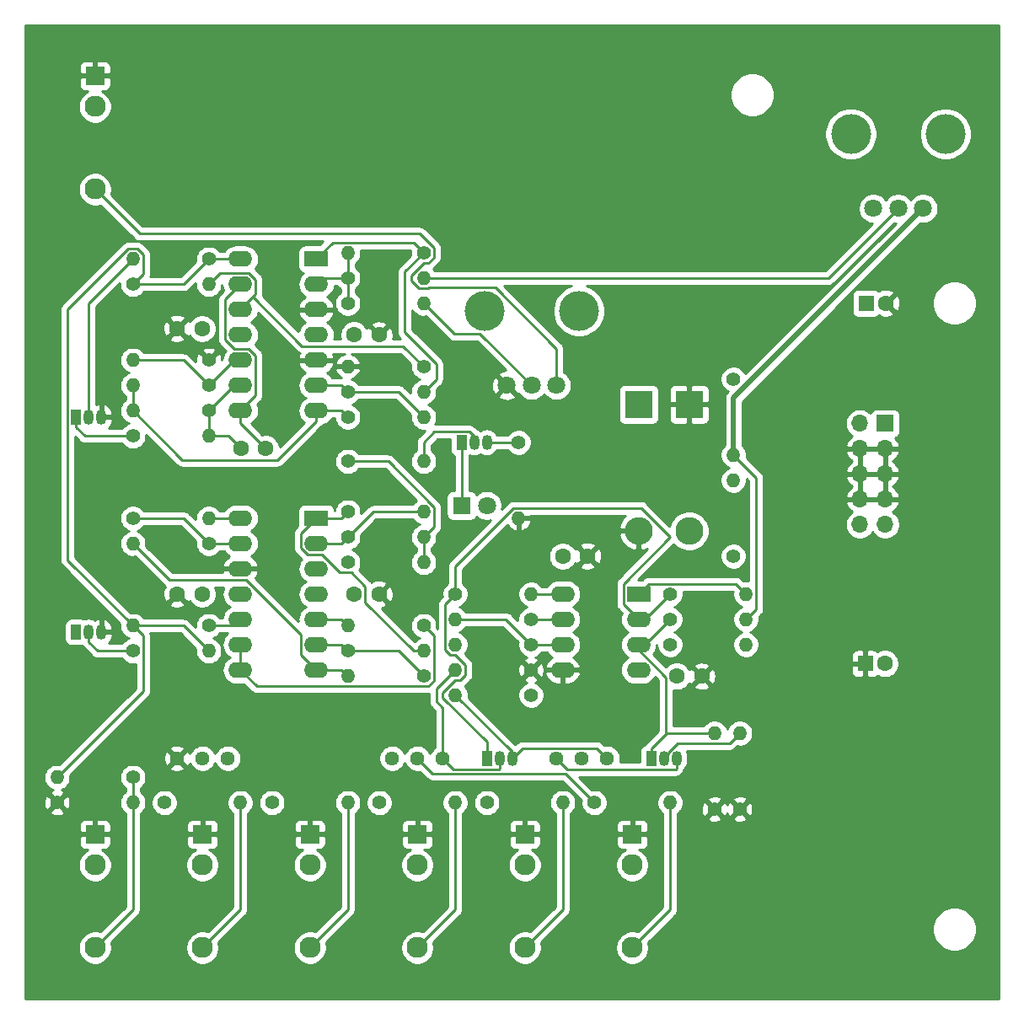
<source format=gbl>
%TF.GenerationSoftware,KiCad,Pcbnew,5.1.12-1.fc34*%
%TF.CreationDate,2022-01-17T20:48:41+01:00*%
%TF.ProjectId,lfo,6c666f2e-6b69-4636-9164-5f7063625858,rev?*%
%TF.SameCoordinates,Original*%
%TF.FileFunction,Copper,L2,Bot*%
%TF.FilePolarity,Positive*%
%FSLAX46Y46*%
G04 Gerber Fmt 4.6, Leading zero omitted, Abs format (unit mm)*
G04 Created by KiCad (PCBNEW 5.1.12-1.fc34) date 2022-01-17 20:48:41*
%MOMM*%
%LPD*%
G01*
G04 APERTURE LIST*
%TA.AperFunction,WasherPad*%
%ADD10C,4.000000*%
%TD*%
%TA.AperFunction,ComponentPad*%
%ADD11C,1.800000*%
%TD*%
%TA.AperFunction,ComponentPad*%
%ADD12O,2.400000X1.600000*%
%TD*%
%TA.AperFunction,ComponentPad*%
%ADD13R,2.400000X1.600000*%
%TD*%
%TA.AperFunction,ComponentPad*%
%ADD14C,1.440000*%
%TD*%
%TA.AperFunction,ComponentPad*%
%ADD15O,1.400000X1.400000*%
%TD*%
%TA.AperFunction,ComponentPad*%
%ADD16C,1.400000*%
%TD*%
%TA.AperFunction,ComponentPad*%
%ADD17R,1.050000X1.500000*%
%TD*%
%TA.AperFunction,ComponentPad*%
%ADD18O,1.050000X1.500000*%
%TD*%
%TA.AperFunction,ComponentPad*%
%ADD19C,2.130000*%
%TD*%
%TA.AperFunction,ComponentPad*%
%ADD20R,1.930000X1.830000*%
%TD*%
%TA.AperFunction,ComponentPad*%
%ADD21O,1.700000X1.700000*%
%TD*%
%TA.AperFunction,ComponentPad*%
%ADD22R,1.700000X1.700000*%
%TD*%
%TA.AperFunction,ComponentPad*%
%ADD23O,2.800000X2.800000*%
%TD*%
%TA.AperFunction,ComponentPad*%
%ADD24R,2.800000X2.800000*%
%TD*%
%TA.AperFunction,ComponentPad*%
%ADD25R,1.800000X1.800000*%
%TD*%
%TA.AperFunction,ComponentPad*%
%ADD26C,1.600000*%
%TD*%
%TA.AperFunction,ComponentPad*%
%ADD27R,1.600000X1.600000*%
%TD*%
%TA.AperFunction,Conductor*%
%ADD28C,0.500000*%
%TD*%
%TA.AperFunction,Conductor*%
%ADD29C,0.250000*%
%TD*%
%TA.AperFunction,Conductor*%
%ADD30C,0.254000*%
%TD*%
%TA.AperFunction,Conductor*%
%ADD31C,0.100000*%
%TD*%
G04 APERTURE END LIST*
D10*
X113375000Y-73780000D03*
X103875000Y-73780000D03*
D11*
X111125000Y-81280000D03*
X108625000Y-81280000D03*
X106125000Y-81280000D03*
D12*
X111760000Y-102235000D03*
X119380000Y-109855000D03*
X111760000Y-104775000D03*
X119380000Y-107315000D03*
X111760000Y-107315000D03*
X119380000Y-104775000D03*
X111760000Y-109855000D03*
D13*
X119380000Y-102235000D03*
D12*
X79375000Y-94615000D03*
X86995000Y-109855000D03*
X79375000Y-97155000D03*
X86995000Y-107315000D03*
X79375000Y-99695000D03*
X86995000Y-104775000D03*
X79375000Y-102235000D03*
X86995000Y-102235000D03*
X79375000Y-104775000D03*
X86995000Y-99695000D03*
X79375000Y-107315000D03*
X86995000Y-97155000D03*
X79375000Y-109855000D03*
D13*
X86995000Y-94615000D03*
D12*
X79375000Y-68580000D03*
X86995000Y-83820000D03*
X79375000Y-71120000D03*
X86995000Y-81280000D03*
X79375000Y-73660000D03*
X86995000Y-78740000D03*
X79375000Y-76200000D03*
X86995000Y-76200000D03*
X79375000Y-78740000D03*
X86995000Y-73660000D03*
X79375000Y-81280000D03*
X86995000Y-71120000D03*
X79375000Y-83820000D03*
D13*
X86995000Y-68580000D03*
D14*
X116205000Y-118745000D03*
X113665000Y-118745000D03*
X111125000Y-118745000D03*
X99695000Y-118745000D03*
X97155000Y-118745000D03*
X94615000Y-118745000D03*
D10*
X150205000Y-56000000D03*
X140705000Y-56000000D03*
D11*
X147955000Y-63500000D03*
X145455000Y-63500000D03*
X142955000Y-63500000D03*
D15*
X100965000Y-104775000D03*
D16*
X108585000Y-104775000D03*
D15*
X128905000Y-90805000D03*
D16*
X128905000Y-98425000D03*
D15*
X128905000Y-88265000D03*
D16*
X128905000Y-80645000D03*
D15*
X90170000Y-67945000D03*
D16*
X97790000Y-67945000D03*
D15*
X79375000Y-123190000D03*
D16*
X71755000Y-123190000D03*
D15*
X100965000Y-123190000D03*
D16*
X93345000Y-123190000D03*
D15*
X76200000Y-94615000D03*
D16*
X68580000Y-94615000D03*
D15*
X90170000Y-123190000D03*
D16*
X82550000Y-123190000D03*
D15*
X68580000Y-97155000D03*
D16*
X76200000Y-97155000D03*
D15*
X90170000Y-110490000D03*
D16*
X97790000Y-110490000D03*
D15*
X111760000Y-123190000D03*
D16*
X104140000Y-123190000D03*
D14*
X78105000Y-118745000D03*
X75565000Y-118745000D03*
X73025000Y-118745000D03*
D15*
X100965000Y-107315000D03*
D16*
X108585000Y-107315000D03*
D15*
X90170000Y-105410000D03*
D16*
X97790000Y-105410000D03*
D15*
X97790000Y-107950000D03*
D16*
X90170000Y-107950000D03*
D15*
X130175000Y-102235000D03*
D16*
X122555000Y-102235000D03*
D15*
X127000000Y-116205000D03*
D16*
X127000000Y-123825000D03*
D15*
X129540000Y-116205000D03*
D16*
X129540000Y-123825000D03*
D15*
X97790000Y-93980000D03*
D16*
X90170000Y-93980000D03*
D15*
X130175000Y-104775000D03*
D16*
X122555000Y-104775000D03*
D15*
X130175000Y-107315000D03*
D16*
X122555000Y-107315000D03*
D15*
X100965000Y-112395000D03*
D16*
X108585000Y-112395000D03*
D15*
X97790000Y-99060000D03*
D16*
X90170000Y-99060000D03*
D15*
X97790000Y-96520000D03*
D16*
X90170000Y-96520000D03*
D15*
X68580000Y-123190000D03*
D16*
X60960000Y-123190000D03*
D15*
X108585000Y-102235000D03*
D16*
X100965000Y-102235000D03*
D15*
X60960000Y-120650000D03*
D16*
X68580000Y-120650000D03*
D15*
X68580000Y-105410000D03*
D16*
X76200000Y-105410000D03*
D15*
X76200000Y-107950000D03*
D16*
X68580000Y-107950000D03*
D15*
X100965000Y-109855000D03*
D16*
X108585000Y-109855000D03*
D15*
X122555000Y-123190000D03*
D16*
X114935000Y-123190000D03*
D15*
X76200000Y-71120000D03*
D16*
X68580000Y-71120000D03*
D15*
X107315000Y-94615000D03*
D16*
X107315000Y-86995000D03*
D15*
X68580000Y-68580000D03*
D16*
X76200000Y-68580000D03*
D15*
X97790000Y-88900000D03*
D16*
X90170000Y-88900000D03*
D15*
X90170000Y-79375000D03*
D16*
X97790000Y-79375000D03*
D15*
X68580000Y-78740000D03*
D16*
X76200000Y-78740000D03*
D15*
X76200000Y-86360000D03*
D16*
X68580000Y-86360000D03*
D15*
X68580000Y-81280000D03*
D16*
X76200000Y-81280000D03*
D15*
X68580000Y-83820000D03*
D16*
X76200000Y-83820000D03*
D15*
X97790000Y-84455000D03*
D16*
X90170000Y-84455000D03*
D15*
X97790000Y-81915000D03*
D16*
X90170000Y-81915000D03*
D15*
X97790000Y-73025000D03*
D16*
X90170000Y-73025000D03*
D15*
X97790000Y-70485000D03*
D16*
X90170000Y-70485000D03*
D17*
X120650000Y-118745000D03*
D18*
X123190000Y-118745000D03*
X121920000Y-118745000D03*
D17*
X62865000Y-106045000D03*
D18*
X65405000Y-106045000D03*
X64135000Y-106045000D03*
D17*
X104140000Y-118745000D03*
D18*
X106680000Y-118745000D03*
X105410000Y-118745000D03*
D17*
X101600000Y-86995000D03*
D18*
X104140000Y-86995000D03*
X102870000Y-86995000D03*
D17*
X62865000Y-84455000D03*
D18*
X65405000Y-84455000D03*
X64135000Y-84455000D03*
D19*
X75565000Y-137765000D03*
D20*
X75565000Y-126365000D03*
D19*
X75565000Y-129465000D03*
X97155000Y-137765000D03*
D20*
X97155000Y-126365000D03*
D19*
X97155000Y-129465000D03*
X107950000Y-137765000D03*
D20*
X107950000Y-126365000D03*
D19*
X107950000Y-129465000D03*
X86360000Y-137765000D03*
D20*
X86360000Y-126365000D03*
D19*
X86360000Y-129465000D03*
X64770000Y-137765000D03*
D20*
X64770000Y-126365000D03*
D19*
X64770000Y-129465000D03*
X118745000Y-137765000D03*
D20*
X118745000Y-126365000D03*
D19*
X118745000Y-129465000D03*
D21*
X141605000Y-95250000D03*
X144145000Y-95250000D03*
X141605000Y-92710000D03*
X144145000Y-92710000D03*
X141605000Y-90170000D03*
X144145000Y-90170000D03*
X141605000Y-87630000D03*
X144145000Y-87630000D03*
X141605000Y-85090000D03*
D22*
X144145000Y-85090000D03*
D19*
X64770000Y-61565000D03*
D20*
X64770000Y-50165000D03*
D19*
X64770000Y-53265000D03*
D23*
X124460000Y-95885000D03*
D24*
X124460000Y-83185000D03*
D23*
X119380000Y-95885000D03*
D24*
X119380000Y-83185000D03*
D11*
X104140000Y-93345000D03*
D25*
X101600000Y-93345000D03*
D26*
X144145000Y-109220000D03*
D27*
X142145000Y-109220000D03*
D26*
X144240000Y-73025000D03*
D27*
X142240000Y-73025000D03*
D26*
X79415000Y-87630000D03*
X81915000Y-87630000D03*
X123230000Y-110490000D03*
X125730000Y-110490000D03*
X114260000Y-98425000D03*
X111760000Y-98425000D03*
X75525000Y-102235000D03*
X73025000Y-102235000D03*
X93305000Y-102235000D03*
X90805000Y-102235000D03*
X75525000Y-75565000D03*
X73025000Y-75565000D03*
X93305000Y-76200000D03*
X90805000Y-76200000D03*
D28*
X128905000Y-82550000D02*
X128905000Y-88265000D01*
X147955000Y-63500000D02*
X128905000Y-82550000D01*
D29*
X108585000Y-102235000D02*
X111760000Y-102235000D01*
X131200001Y-90560001D02*
X128905000Y-88265000D01*
X131200001Y-103749999D02*
X131200001Y-90560001D01*
X130175000Y-104775000D02*
X131200001Y-103749999D01*
X78740000Y-81280000D02*
X76200000Y-83820000D01*
X79375000Y-81280000D02*
X78740000Y-81280000D01*
X78145000Y-86360000D02*
X79415000Y-87630000D01*
X76200000Y-86360000D02*
X78145000Y-86360000D01*
X76200000Y-83820000D02*
X76200000Y-86360000D01*
X80900010Y-82294990D02*
X79375000Y-83820000D01*
X80900010Y-78274006D02*
X80900010Y-82294990D01*
X80240994Y-77614990D02*
X80900010Y-78274006D01*
X78798986Y-77614990D02*
X80240994Y-77614990D01*
X77849990Y-76665994D02*
X78798986Y-77614990D01*
X77849990Y-72645010D02*
X77849990Y-76665994D01*
X79375000Y-71120000D02*
X77849990Y-72645010D01*
X79375000Y-85090000D02*
X81915000Y-87630000D01*
X79375000Y-83820000D02*
X79375000Y-85090000D01*
X98815001Y-95494999D02*
X97790000Y-96520000D01*
X98815001Y-93487999D02*
X98815001Y-95494999D01*
X97790000Y-96520000D02*
X97790000Y-99060000D01*
X112015011Y-120270011D02*
X114935000Y-123190000D01*
X98680011Y-120270011D02*
X112015011Y-120270011D01*
X97155000Y-118745000D02*
X98680011Y-120270011D01*
X94227002Y-88900000D02*
X98815001Y-93487999D01*
X90170000Y-88900000D02*
X94227002Y-88900000D01*
X101600000Y-86995000D02*
X101600000Y-93345000D01*
X98282001Y-68970001D02*
X98815001Y-68437001D01*
X96520000Y-70237998D02*
X97787997Y-68970001D01*
X96520000Y-70732002D02*
X96520000Y-70237998D01*
X97297999Y-71510001D02*
X96520000Y-70732002D01*
X97787997Y-68970001D02*
X98282001Y-68970001D01*
X98282001Y-71510001D02*
X97297999Y-71510001D01*
X98337003Y-71454999D02*
X98282001Y-71510001D01*
X98815001Y-67452999D02*
X97402002Y-66040000D01*
X98815001Y-68437001D02*
X98815001Y-67452999D01*
X104991001Y-71454999D02*
X98337003Y-71454999D01*
X111125000Y-77588998D02*
X104991001Y-71454999D01*
X111125000Y-81280000D02*
X111125000Y-77588998D01*
X69245000Y-66040000D02*
X64770000Y-61565000D01*
X97402002Y-66040000D02*
X69245000Y-66040000D01*
X122555000Y-133955000D02*
X118745000Y-137765000D01*
X122555000Y-123190000D02*
X122555000Y-133955000D01*
X68580000Y-120650000D02*
X68580000Y-123190000D01*
X68580000Y-133955000D02*
X64770000Y-137765000D01*
X68580000Y-123190000D02*
X68580000Y-133955000D01*
X90170000Y-133955000D02*
X86360000Y-137765000D01*
X90170000Y-123190000D02*
X90170000Y-133955000D01*
X111760000Y-133955000D02*
X107950000Y-137765000D01*
X111760000Y-123190000D02*
X111760000Y-133955000D01*
X100965000Y-133955000D02*
X97155000Y-137765000D01*
X100965000Y-123190000D02*
X100965000Y-133955000D01*
X79375000Y-133955000D02*
X75565000Y-137765000D01*
X79375000Y-123190000D02*
X79375000Y-133955000D01*
X63770000Y-86360000D02*
X68580000Y-86360000D01*
X62865000Y-85455000D02*
X63770000Y-86360000D01*
X62865000Y-84455000D02*
X62865000Y-85455000D01*
X64135000Y-73025000D02*
X64135000Y-84455000D01*
X68580000Y-68580000D02*
X64135000Y-73025000D01*
X104140000Y-86995000D02*
X107315000Y-86995000D01*
X102870000Y-86404998D02*
X102870000Y-86995000D01*
X102385001Y-85919999D02*
X102870000Y-86404998D01*
X98865001Y-85919999D02*
X102385001Y-85919999D01*
X97790000Y-86995000D02*
X98865001Y-85919999D01*
X97790000Y-86995000D02*
X97790000Y-88900000D01*
X120015000Y-104775000D02*
X122555000Y-102235000D01*
X119380000Y-104775000D02*
X120015000Y-104775000D01*
X99939999Y-107807001D02*
X99939999Y-103260001D01*
X100967003Y-108340001D02*
X100472999Y-108340001D01*
X99939999Y-103260001D02*
X100965000Y-102235000D01*
X100472999Y-108340001D02*
X99939999Y-107807001D01*
X101990001Y-109362999D02*
X100967003Y-108340001D01*
X101990001Y-110347001D02*
X101990001Y-109362999D01*
X99695000Y-112147998D02*
X100962997Y-110880001D01*
X99695000Y-112642002D02*
X99695000Y-112147998D01*
X104140000Y-117087002D02*
X99695000Y-112642002D01*
X101457001Y-110880001D02*
X101990001Y-110347001D01*
X100962997Y-110880001D02*
X101457001Y-110880001D01*
X104140000Y-118745000D02*
X104140000Y-117087002D01*
X117854999Y-103249999D02*
X119380000Y-104775000D01*
X117854999Y-101206999D02*
X117854999Y-103249999D01*
X122555000Y-96506998D02*
X117854999Y-101206999D01*
X119638001Y-93589999D02*
X122555000Y-96506998D01*
X106822999Y-93589999D02*
X119638001Y-93589999D01*
X100965000Y-99447998D02*
X106822999Y-93589999D01*
X100965000Y-102235000D02*
X100965000Y-99447998D01*
X107725001Y-117699999D02*
X106680000Y-118745000D01*
X115159999Y-117699999D02*
X107725001Y-117699999D01*
X116205000Y-118745000D02*
X115159999Y-117699999D01*
X106680000Y-118110000D02*
X106680000Y-118745000D01*
X100965000Y-112395000D02*
X106680000Y-118110000D01*
X100770001Y-119820001D02*
X99695000Y-118745000D01*
X105334999Y-119820001D02*
X100770001Y-119820001D01*
X105410000Y-119745000D02*
X105334999Y-119820001D01*
X105410000Y-118745000D02*
X105410000Y-119745000D01*
X99695000Y-118745000D02*
X99695000Y-113665000D01*
X99060000Y-111760000D02*
X100965000Y-109855000D01*
X99060000Y-113030000D02*
X99060000Y-111760000D01*
X99695000Y-113665000D02*
X99060000Y-113030000D01*
X64135000Y-107045000D02*
X64135000Y-106045000D01*
X65040000Y-107950000D02*
X64135000Y-107045000D01*
X68580000Y-107950000D02*
X65040000Y-107950000D01*
X120015000Y-107315000D02*
X122555000Y-104775000D01*
X119380000Y-107315000D02*
X120015000Y-107315000D01*
X120650000Y-117745000D02*
X122190000Y-116205000D01*
X122190000Y-116205000D02*
X127000000Y-116205000D01*
X120650000Y-118745000D02*
X120650000Y-117745000D01*
X122104999Y-116119999D02*
X122190000Y-116205000D01*
X122104999Y-110588995D02*
X122104999Y-116119999D01*
X119380000Y-107863996D02*
X122104999Y-110588995D01*
X119380000Y-107315000D02*
X119380000Y-107863996D01*
X112200010Y-119820010D02*
X111125000Y-118745000D01*
X123114990Y-119820010D02*
X112200010Y-119820010D01*
X123190000Y-119745000D02*
X123114990Y-119820010D01*
X123190000Y-118745000D02*
X123190000Y-119745000D01*
X128514999Y-117230001D02*
X129540000Y-116205000D01*
X123277904Y-117230001D02*
X128514999Y-117230001D01*
X122339990Y-118167915D02*
X123277904Y-117230001D01*
X122339990Y-118325010D02*
X122339990Y-118167915D01*
X121920000Y-118745000D02*
X122339990Y-118325010D01*
X138470000Y-70485000D02*
X145455000Y-63500000D01*
X97790000Y-70485000D02*
X138470000Y-70485000D01*
X90170000Y-67945000D02*
X90170000Y-70485000D01*
X87630000Y-70485000D02*
X86995000Y-71120000D01*
X90170000Y-70485000D02*
X87630000Y-70485000D01*
X90170000Y-70485000D02*
X90170000Y-73025000D01*
X103450001Y-76105001D02*
X108625000Y-81280000D01*
X100870001Y-76105001D02*
X103450001Y-76105001D01*
X97790000Y-73025000D02*
X100870001Y-76105001D01*
X88655001Y-66919999D02*
X86995000Y-68580000D01*
X96764999Y-66919999D02*
X88655001Y-66919999D01*
X97790000Y-67945000D02*
X96764999Y-66919999D01*
X99060000Y-80645000D02*
X97790000Y-81915000D01*
X99060000Y-79127998D02*
X99060000Y-80645000D01*
X95885000Y-75952998D02*
X99060000Y-79127998D01*
X95885000Y-69850000D02*
X95885000Y-75952998D01*
X97790000Y-67945000D02*
X95885000Y-69850000D01*
X89535000Y-81280000D02*
X90170000Y-81915000D01*
X86995000Y-81280000D02*
X89535000Y-81280000D01*
X95250000Y-81915000D02*
X97790000Y-84455000D01*
X90170000Y-81915000D02*
X95250000Y-81915000D01*
X68580000Y-83820000D02*
X68580000Y-81280000D01*
X86995000Y-84870000D02*
X86995000Y-83820000D01*
X83109999Y-88755001D02*
X86995000Y-84870000D01*
X73515001Y-88755001D02*
X83109999Y-88755001D01*
X68580000Y-83820000D02*
X73515001Y-88755001D01*
X89535000Y-83820000D02*
X90170000Y-84455000D01*
X86995000Y-83820000D02*
X89535000Y-83820000D01*
X78740000Y-78740000D02*
X76200000Y-81280000D01*
X79375000Y-78740000D02*
X78740000Y-78740000D01*
X73660000Y-78740000D02*
X76200000Y-81280000D01*
X68580000Y-78740000D02*
X73660000Y-78740000D01*
X80900010Y-70654006D02*
X80900010Y-72134990D01*
X80240994Y-69994990D02*
X80900010Y-70654006D01*
X77325010Y-69994990D02*
X80240994Y-69994990D01*
X76200000Y-71120000D02*
X77325010Y-69994990D01*
X95740010Y-77325010D02*
X85580010Y-77325010D01*
X97790000Y-79375000D02*
X95740010Y-77325010D01*
X85580010Y-77325010D02*
X80645000Y-72390000D01*
X80645000Y-72390000D02*
X79375000Y-73660000D01*
X80900010Y-72134990D02*
X80645000Y-72390000D01*
X73660000Y-71120000D02*
X76200000Y-68580000D01*
X68580000Y-71120000D02*
X73660000Y-71120000D01*
X76200000Y-68580000D02*
X79375000Y-68580000D01*
X73660000Y-105410000D02*
X76200000Y-107950000D01*
X68580000Y-105410000D02*
X73660000Y-105410000D01*
X69605001Y-70094999D02*
X68580000Y-71120000D01*
X69605001Y-68087999D02*
X69605001Y-70094999D01*
X69072001Y-67554999D02*
X69605001Y-68087999D01*
X68087999Y-67554999D02*
X69072001Y-67554999D01*
X62014999Y-73627999D02*
X68087999Y-67554999D01*
X62014999Y-98844999D02*
X62014999Y-73627999D01*
X68580000Y-105410000D02*
X62014999Y-98844999D01*
X69605001Y-112004999D02*
X60960000Y-120650000D01*
X69605001Y-106435001D02*
X69605001Y-112004999D01*
X68580000Y-105410000D02*
X69605001Y-106435001D01*
X78740000Y-105410000D02*
X79375000Y-104775000D01*
X76200000Y-105410000D02*
X78740000Y-105410000D01*
X89535000Y-97155000D02*
X90170000Y-96520000D01*
X86995000Y-97155000D02*
X89535000Y-97155000D01*
X92710000Y-93980000D02*
X90170000Y-96520000D01*
X97790000Y-93980000D02*
X92710000Y-93980000D01*
X89535000Y-94615000D02*
X90170000Y-93980000D01*
X86995000Y-94615000D02*
X89535000Y-94615000D01*
X85469990Y-96140010D02*
X86995000Y-94615000D01*
X85469990Y-97620994D02*
X85469990Y-96140010D01*
X87571014Y-98280010D02*
X86129006Y-98280010D01*
X86129006Y-98280010D02*
X85469990Y-97620994D01*
X89376005Y-100085001D02*
X87571014Y-98280010D01*
X90560001Y-100085001D02*
X89376005Y-100085001D01*
X91930001Y-101455001D02*
X90560001Y-100085001D01*
X91930001Y-103079950D02*
X91930001Y-101455001D01*
X96800051Y-107950000D02*
X91930001Y-103079950D01*
X97790000Y-107950000D02*
X96800051Y-107950000D01*
X129149999Y-101209999D02*
X130175000Y-102235000D01*
X120405001Y-101209999D02*
X129149999Y-101209999D01*
X119380000Y-102235000D02*
X120405001Y-101209999D01*
X89535000Y-107315000D02*
X90170000Y-107950000D01*
X86995000Y-107315000D02*
X89535000Y-107315000D01*
X95250000Y-107950000D02*
X97790000Y-110490000D01*
X90170000Y-107950000D02*
X95250000Y-107950000D01*
X89535000Y-104775000D02*
X90170000Y-105410000D01*
X86995000Y-104775000D02*
X89535000Y-104775000D01*
X79375000Y-109855000D02*
X79375000Y-107315000D01*
X81035001Y-111515001D02*
X79375000Y-109855000D01*
X98282001Y-111515001D02*
X81035001Y-111515001D01*
X98815001Y-110982001D02*
X98282001Y-111515001D01*
X98815001Y-106435001D02*
X98815001Y-110982001D01*
X97790000Y-105410000D02*
X98815001Y-106435001D01*
X108585000Y-107315000D02*
X111760000Y-107315000D01*
X106045000Y-104775000D02*
X108585000Y-107315000D01*
X100965000Y-104775000D02*
X106045000Y-104775000D01*
X89535000Y-109855000D02*
X90170000Y-110490000D01*
X86995000Y-109855000D02*
X89535000Y-109855000D01*
X72245010Y-100820010D02*
X68580000Y-97155000D01*
X79951014Y-100820010D02*
X72245010Y-100820010D01*
X85469990Y-106338986D02*
X79951014Y-100820010D01*
X85469990Y-108329990D02*
X85469990Y-106338986D01*
X86995000Y-109855000D02*
X85469990Y-108329990D01*
X73660000Y-94615000D02*
X76200000Y-97155000D01*
X68580000Y-94615000D02*
X73660000Y-94615000D01*
X76200000Y-97155000D02*
X79375000Y-97155000D01*
X79375000Y-94615000D02*
X76200000Y-94615000D01*
X108585000Y-104775000D02*
X111760000Y-104775000D01*
D30*
X155550001Y-142850000D02*
X57810000Y-142850000D01*
X57810000Y-137597565D01*
X63070000Y-137597565D01*
X63070000Y-137932435D01*
X63135330Y-138260872D01*
X63263479Y-138570252D01*
X63449523Y-138848687D01*
X63686313Y-139085477D01*
X63964748Y-139271521D01*
X64274128Y-139399670D01*
X64602565Y-139465000D01*
X64937435Y-139465000D01*
X65265872Y-139399670D01*
X65575252Y-139271521D01*
X65853687Y-139085477D01*
X66090477Y-138848687D01*
X66276521Y-138570252D01*
X66404670Y-138260872D01*
X66470000Y-137932435D01*
X66470000Y-137597565D01*
X73865000Y-137597565D01*
X73865000Y-137932435D01*
X73930330Y-138260872D01*
X74058479Y-138570252D01*
X74244523Y-138848687D01*
X74481313Y-139085477D01*
X74759748Y-139271521D01*
X75069128Y-139399670D01*
X75397565Y-139465000D01*
X75732435Y-139465000D01*
X76060872Y-139399670D01*
X76370252Y-139271521D01*
X76648687Y-139085477D01*
X76885477Y-138848687D01*
X77071521Y-138570252D01*
X77199670Y-138260872D01*
X77265000Y-137932435D01*
X77265000Y-137597565D01*
X84660000Y-137597565D01*
X84660000Y-137932435D01*
X84725330Y-138260872D01*
X84853479Y-138570252D01*
X85039523Y-138848687D01*
X85276313Y-139085477D01*
X85554748Y-139271521D01*
X85864128Y-139399670D01*
X86192565Y-139465000D01*
X86527435Y-139465000D01*
X86855872Y-139399670D01*
X87165252Y-139271521D01*
X87443687Y-139085477D01*
X87680477Y-138848687D01*
X87866521Y-138570252D01*
X87994670Y-138260872D01*
X88060000Y-137932435D01*
X88060000Y-137597565D01*
X95455000Y-137597565D01*
X95455000Y-137932435D01*
X95520330Y-138260872D01*
X95648479Y-138570252D01*
X95834523Y-138848687D01*
X96071313Y-139085477D01*
X96349748Y-139271521D01*
X96659128Y-139399670D01*
X96987565Y-139465000D01*
X97322435Y-139465000D01*
X97650872Y-139399670D01*
X97960252Y-139271521D01*
X98238687Y-139085477D01*
X98475477Y-138848687D01*
X98661521Y-138570252D01*
X98789670Y-138260872D01*
X98855000Y-137932435D01*
X98855000Y-137597565D01*
X106250000Y-137597565D01*
X106250000Y-137932435D01*
X106315330Y-138260872D01*
X106443479Y-138570252D01*
X106629523Y-138848687D01*
X106866313Y-139085477D01*
X107144748Y-139271521D01*
X107454128Y-139399670D01*
X107782565Y-139465000D01*
X108117435Y-139465000D01*
X108445872Y-139399670D01*
X108755252Y-139271521D01*
X109033687Y-139085477D01*
X109270477Y-138848687D01*
X109456521Y-138570252D01*
X109584670Y-138260872D01*
X109650000Y-137932435D01*
X109650000Y-137597565D01*
X117045000Y-137597565D01*
X117045000Y-137932435D01*
X117110330Y-138260872D01*
X117238479Y-138570252D01*
X117424523Y-138848687D01*
X117661313Y-139085477D01*
X117939748Y-139271521D01*
X118249128Y-139399670D01*
X118577565Y-139465000D01*
X118912435Y-139465000D01*
X119240872Y-139399670D01*
X119550252Y-139271521D01*
X119828687Y-139085477D01*
X120065477Y-138848687D01*
X120251521Y-138570252D01*
X120379670Y-138260872D01*
X120445000Y-137932435D01*
X120445000Y-137597565D01*
X120379670Y-137269128D01*
X120360926Y-137223875D01*
X121914929Y-135669872D01*
X148895000Y-135669872D01*
X148895000Y-136110128D01*
X148980890Y-136541925D01*
X149149369Y-136948669D01*
X149393962Y-137314729D01*
X149705271Y-137626038D01*
X150071331Y-137870631D01*
X150478075Y-138039110D01*
X150909872Y-138125000D01*
X151350128Y-138125000D01*
X151781925Y-138039110D01*
X152188669Y-137870631D01*
X152554729Y-137626038D01*
X152866038Y-137314729D01*
X153110631Y-136948669D01*
X153279110Y-136541925D01*
X153365000Y-136110128D01*
X153365000Y-135669872D01*
X153279110Y-135238075D01*
X153110631Y-134831331D01*
X152866038Y-134465271D01*
X152554729Y-134153962D01*
X152188669Y-133909369D01*
X151781925Y-133740890D01*
X151350128Y-133655000D01*
X150909872Y-133655000D01*
X150478075Y-133740890D01*
X150071331Y-133909369D01*
X149705271Y-134153962D01*
X149393962Y-134465271D01*
X149149369Y-134831331D01*
X148980890Y-135238075D01*
X148895000Y-135669872D01*
X121914929Y-135669872D01*
X123066003Y-134518799D01*
X123095001Y-134495001D01*
X123189974Y-134379276D01*
X123260546Y-134247247D01*
X123304003Y-134103986D01*
X123315000Y-133992333D01*
X123315000Y-133992325D01*
X123318676Y-133955000D01*
X123315000Y-133917675D01*
X123315000Y-124746269D01*
X126258336Y-124746269D01*
X126317797Y-124980037D01*
X126556242Y-125090934D01*
X126811740Y-125153183D01*
X127074473Y-125164390D01*
X127334344Y-125124125D01*
X127581366Y-125033935D01*
X127682203Y-124980037D01*
X127741664Y-124746269D01*
X128798336Y-124746269D01*
X128857797Y-124980037D01*
X129096242Y-125090934D01*
X129351740Y-125153183D01*
X129614473Y-125164390D01*
X129874344Y-125124125D01*
X130121366Y-125033935D01*
X130222203Y-124980037D01*
X130281664Y-124746269D01*
X129540000Y-124004605D01*
X128798336Y-124746269D01*
X127741664Y-124746269D01*
X127000000Y-124004605D01*
X126258336Y-124746269D01*
X123315000Y-124746269D01*
X123315000Y-124287775D01*
X123406013Y-124226962D01*
X123591962Y-124041013D01*
X123686535Y-123899473D01*
X125660610Y-123899473D01*
X125700875Y-124159344D01*
X125791065Y-124406366D01*
X125844963Y-124507203D01*
X126078731Y-124566664D01*
X126820395Y-123825000D01*
X127179605Y-123825000D01*
X127921269Y-124566664D01*
X128155037Y-124507203D01*
X128265934Y-124268758D01*
X128271893Y-124244299D01*
X128331065Y-124406366D01*
X128384963Y-124507203D01*
X128618731Y-124566664D01*
X129360395Y-123825000D01*
X129719605Y-123825000D01*
X130461269Y-124566664D01*
X130695037Y-124507203D01*
X130805934Y-124268758D01*
X130868183Y-124013260D01*
X130879390Y-123750527D01*
X130839125Y-123490656D01*
X130748935Y-123243634D01*
X130695037Y-123142797D01*
X130461269Y-123083336D01*
X129719605Y-123825000D01*
X129360395Y-123825000D01*
X128618731Y-123083336D01*
X128384963Y-123142797D01*
X128274066Y-123381242D01*
X128268107Y-123405701D01*
X128208935Y-123243634D01*
X128155037Y-123142797D01*
X127921269Y-123083336D01*
X127179605Y-123825000D01*
X126820395Y-123825000D01*
X126078731Y-123083336D01*
X125844963Y-123142797D01*
X125734066Y-123381242D01*
X125671817Y-123636740D01*
X125660610Y-123899473D01*
X123686535Y-123899473D01*
X123738061Y-123822359D01*
X123838696Y-123579405D01*
X123890000Y-123321486D01*
X123890000Y-123058514D01*
X123859212Y-122903731D01*
X126258336Y-122903731D01*
X127000000Y-123645395D01*
X127741664Y-122903731D01*
X128798336Y-122903731D01*
X129540000Y-123645395D01*
X130281664Y-122903731D01*
X130222203Y-122669963D01*
X129983758Y-122559066D01*
X129728260Y-122496817D01*
X129465527Y-122485610D01*
X129205656Y-122525875D01*
X128958634Y-122616065D01*
X128857797Y-122669963D01*
X128798336Y-122903731D01*
X127741664Y-122903731D01*
X127682203Y-122669963D01*
X127443758Y-122559066D01*
X127188260Y-122496817D01*
X126925527Y-122485610D01*
X126665656Y-122525875D01*
X126418634Y-122616065D01*
X126317797Y-122669963D01*
X126258336Y-122903731D01*
X123859212Y-122903731D01*
X123838696Y-122800595D01*
X123738061Y-122557641D01*
X123591962Y-122338987D01*
X123406013Y-122153038D01*
X123187359Y-122006939D01*
X122944405Y-121906304D01*
X122686486Y-121855000D01*
X122423514Y-121855000D01*
X122165595Y-121906304D01*
X121922641Y-122006939D01*
X121703987Y-122153038D01*
X121518038Y-122338987D01*
X121371939Y-122557641D01*
X121271304Y-122800595D01*
X121220000Y-123058514D01*
X121220000Y-123321486D01*
X121271304Y-123579405D01*
X121371939Y-123822359D01*
X121518038Y-124041013D01*
X121703987Y-124226962D01*
X121795000Y-124287775D01*
X121795001Y-133640197D01*
X119286125Y-136149074D01*
X119240872Y-136130330D01*
X118912435Y-136065000D01*
X118577565Y-136065000D01*
X118249128Y-136130330D01*
X117939748Y-136258479D01*
X117661313Y-136444523D01*
X117424523Y-136681313D01*
X117238479Y-136959748D01*
X117110330Y-137269128D01*
X117045000Y-137597565D01*
X109650000Y-137597565D01*
X109584670Y-137269128D01*
X109565926Y-137223875D01*
X112271003Y-134518799D01*
X112300001Y-134495001D01*
X112394974Y-134379276D01*
X112465546Y-134247247D01*
X112509003Y-134103986D01*
X112520000Y-133992333D01*
X112520000Y-133992325D01*
X112523676Y-133955000D01*
X112520000Y-133917675D01*
X112520000Y-129297565D01*
X117045000Y-129297565D01*
X117045000Y-129632435D01*
X117110330Y-129960872D01*
X117238479Y-130270252D01*
X117424523Y-130548687D01*
X117661313Y-130785477D01*
X117939748Y-130971521D01*
X118249128Y-131099670D01*
X118577565Y-131165000D01*
X118912435Y-131165000D01*
X119240872Y-131099670D01*
X119550252Y-130971521D01*
X119828687Y-130785477D01*
X120065477Y-130548687D01*
X120251521Y-130270252D01*
X120379670Y-129960872D01*
X120445000Y-129632435D01*
X120445000Y-129297565D01*
X120379670Y-128969128D01*
X120251521Y-128659748D01*
X120065477Y-128381313D01*
X119828687Y-128144523D01*
X119550252Y-127958479D01*
X119449860Y-127916895D01*
X119710000Y-127918072D01*
X119834482Y-127905812D01*
X119954180Y-127869502D01*
X120064494Y-127810537D01*
X120161185Y-127731185D01*
X120240537Y-127634494D01*
X120299502Y-127524180D01*
X120335812Y-127404482D01*
X120348072Y-127280000D01*
X120345000Y-126650750D01*
X120186250Y-126492000D01*
X118872000Y-126492000D01*
X118872000Y-126512000D01*
X118618000Y-126512000D01*
X118618000Y-126492000D01*
X117303750Y-126492000D01*
X117145000Y-126650750D01*
X117141928Y-127280000D01*
X117154188Y-127404482D01*
X117190498Y-127524180D01*
X117249463Y-127634494D01*
X117328815Y-127731185D01*
X117425506Y-127810537D01*
X117535820Y-127869502D01*
X117655518Y-127905812D01*
X117780000Y-127918072D01*
X118040140Y-127916895D01*
X117939748Y-127958479D01*
X117661313Y-128144523D01*
X117424523Y-128381313D01*
X117238479Y-128659748D01*
X117110330Y-128969128D01*
X117045000Y-129297565D01*
X112520000Y-129297565D01*
X112520000Y-125450000D01*
X117141928Y-125450000D01*
X117145000Y-126079250D01*
X117303750Y-126238000D01*
X118618000Y-126238000D01*
X118618000Y-124973750D01*
X118872000Y-124973750D01*
X118872000Y-126238000D01*
X120186250Y-126238000D01*
X120345000Y-126079250D01*
X120348072Y-125450000D01*
X120335812Y-125325518D01*
X120299502Y-125205820D01*
X120240537Y-125095506D01*
X120161185Y-124998815D01*
X120064494Y-124919463D01*
X119954180Y-124860498D01*
X119834482Y-124824188D01*
X119710000Y-124811928D01*
X119030750Y-124815000D01*
X118872000Y-124973750D01*
X118618000Y-124973750D01*
X118459250Y-124815000D01*
X117780000Y-124811928D01*
X117655518Y-124824188D01*
X117535820Y-124860498D01*
X117425506Y-124919463D01*
X117328815Y-124998815D01*
X117249463Y-125095506D01*
X117190498Y-125205820D01*
X117154188Y-125325518D01*
X117141928Y-125450000D01*
X112520000Y-125450000D01*
X112520000Y-124287775D01*
X112611013Y-124226962D01*
X112796962Y-124041013D01*
X112943061Y-123822359D01*
X113043696Y-123579405D01*
X113095000Y-123321486D01*
X113095000Y-123058514D01*
X113043696Y-122800595D01*
X112943061Y-122557641D01*
X112796962Y-122338987D01*
X112611013Y-122153038D01*
X112392359Y-122006939D01*
X112149405Y-121906304D01*
X111891486Y-121855000D01*
X111628514Y-121855000D01*
X111370595Y-121906304D01*
X111127641Y-122006939D01*
X110908987Y-122153038D01*
X110723038Y-122338987D01*
X110576939Y-122557641D01*
X110476304Y-122800595D01*
X110425000Y-123058514D01*
X110425000Y-123321486D01*
X110476304Y-123579405D01*
X110576939Y-123822359D01*
X110723038Y-124041013D01*
X110908987Y-124226962D01*
X111000000Y-124287775D01*
X111000001Y-133640197D01*
X108491125Y-136149074D01*
X108445872Y-136130330D01*
X108117435Y-136065000D01*
X107782565Y-136065000D01*
X107454128Y-136130330D01*
X107144748Y-136258479D01*
X106866313Y-136444523D01*
X106629523Y-136681313D01*
X106443479Y-136959748D01*
X106315330Y-137269128D01*
X106250000Y-137597565D01*
X98855000Y-137597565D01*
X98789670Y-137269128D01*
X98770926Y-137223875D01*
X101476003Y-134518799D01*
X101505001Y-134495001D01*
X101599974Y-134379276D01*
X101670546Y-134247247D01*
X101714003Y-134103986D01*
X101725000Y-133992333D01*
X101725000Y-133992325D01*
X101728676Y-133955000D01*
X101725000Y-133917675D01*
X101725000Y-129297565D01*
X106250000Y-129297565D01*
X106250000Y-129632435D01*
X106315330Y-129960872D01*
X106443479Y-130270252D01*
X106629523Y-130548687D01*
X106866313Y-130785477D01*
X107144748Y-130971521D01*
X107454128Y-131099670D01*
X107782565Y-131165000D01*
X108117435Y-131165000D01*
X108445872Y-131099670D01*
X108755252Y-130971521D01*
X109033687Y-130785477D01*
X109270477Y-130548687D01*
X109456521Y-130270252D01*
X109584670Y-129960872D01*
X109650000Y-129632435D01*
X109650000Y-129297565D01*
X109584670Y-128969128D01*
X109456521Y-128659748D01*
X109270477Y-128381313D01*
X109033687Y-128144523D01*
X108755252Y-127958479D01*
X108654860Y-127916895D01*
X108915000Y-127918072D01*
X109039482Y-127905812D01*
X109159180Y-127869502D01*
X109269494Y-127810537D01*
X109366185Y-127731185D01*
X109445537Y-127634494D01*
X109504502Y-127524180D01*
X109540812Y-127404482D01*
X109553072Y-127280000D01*
X109550000Y-126650750D01*
X109391250Y-126492000D01*
X108077000Y-126492000D01*
X108077000Y-126512000D01*
X107823000Y-126512000D01*
X107823000Y-126492000D01*
X106508750Y-126492000D01*
X106350000Y-126650750D01*
X106346928Y-127280000D01*
X106359188Y-127404482D01*
X106395498Y-127524180D01*
X106454463Y-127634494D01*
X106533815Y-127731185D01*
X106630506Y-127810537D01*
X106740820Y-127869502D01*
X106860518Y-127905812D01*
X106985000Y-127918072D01*
X107245140Y-127916895D01*
X107144748Y-127958479D01*
X106866313Y-128144523D01*
X106629523Y-128381313D01*
X106443479Y-128659748D01*
X106315330Y-128969128D01*
X106250000Y-129297565D01*
X101725000Y-129297565D01*
X101725000Y-125450000D01*
X106346928Y-125450000D01*
X106350000Y-126079250D01*
X106508750Y-126238000D01*
X107823000Y-126238000D01*
X107823000Y-124973750D01*
X108077000Y-124973750D01*
X108077000Y-126238000D01*
X109391250Y-126238000D01*
X109550000Y-126079250D01*
X109553072Y-125450000D01*
X109540812Y-125325518D01*
X109504502Y-125205820D01*
X109445537Y-125095506D01*
X109366185Y-124998815D01*
X109269494Y-124919463D01*
X109159180Y-124860498D01*
X109039482Y-124824188D01*
X108915000Y-124811928D01*
X108235750Y-124815000D01*
X108077000Y-124973750D01*
X107823000Y-124973750D01*
X107664250Y-124815000D01*
X106985000Y-124811928D01*
X106860518Y-124824188D01*
X106740820Y-124860498D01*
X106630506Y-124919463D01*
X106533815Y-124998815D01*
X106454463Y-125095506D01*
X106395498Y-125205820D01*
X106359188Y-125325518D01*
X106346928Y-125450000D01*
X101725000Y-125450000D01*
X101725000Y-124287775D01*
X101816013Y-124226962D01*
X102001962Y-124041013D01*
X102148061Y-123822359D01*
X102248696Y-123579405D01*
X102300000Y-123321486D01*
X102300000Y-123058514D01*
X102805000Y-123058514D01*
X102805000Y-123321486D01*
X102856304Y-123579405D01*
X102956939Y-123822359D01*
X103103038Y-124041013D01*
X103288987Y-124226962D01*
X103507641Y-124373061D01*
X103750595Y-124473696D01*
X104008514Y-124525000D01*
X104271486Y-124525000D01*
X104529405Y-124473696D01*
X104772359Y-124373061D01*
X104991013Y-124226962D01*
X105176962Y-124041013D01*
X105323061Y-123822359D01*
X105423696Y-123579405D01*
X105475000Y-123321486D01*
X105475000Y-123058514D01*
X105423696Y-122800595D01*
X105323061Y-122557641D01*
X105176962Y-122338987D01*
X104991013Y-122153038D01*
X104772359Y-122006939D01*
X104529405Y-121906304D01*
X104271486Y-121855000D01*
X104008514Y-121855000D01*
X103750595Y-121906304D01*
X103507641Y-122006939D01*
X103288987Y-122153038D01*
X103103038Y-122338987D01*
X102956939Y-122557641D01*
X102856304Y-122800595D01*
X102805000Y-123058514D01*
X102300000Y-123058514D01*
X102248696Y-122800595D01*
X102148061Y-122557641D01*
X102001962Y-122338987D01*
X101816013Y-122153038D01*
X101597359Y-122006939D01*
X101354405Y-121906304D01*
X101096486Y-121855000D01*
X100833514Y-121855000D01*
X100575595Y-121906304D01*
X100332641Y-122006939D01*
X100113987Y-122153038D01*
X99928038Y-122338987D01*
X99781939Y-122557641D01*
X99681304Y-122800595D01*
X99630000Y-123058514D01*
X99630000Y-123321486D01*
X99681304Y-123579405D01*
X99781939Y-123822359D01*
X99928038Y-124041013D01*
X100113987Y-124226962D01*
X100205000Y-124287775D01*
X100205001Y-133640197D01*
X97696125Y-136149074D01*
X97650872Y-136130330D01*
X97322435Y-136065000D01*
X96987565Y-136065000D01*
X96659128Y-136130330D01*
X96349748Y-136258479D01*
X96071313Y-136444523D01*
X95834523Y-136681313D01*
X95648479Y-136959748D01*
X95520330Y-137269128D01*
X95455000Y-137597565D01*
X88060000Y-137597565D01*
X87994670Y-137269128D01*
X87975926Y-137223875D01*
X90681003Y-134518799D01*
X90710001Y-134495001D01*
X90804974Y-134379276D01*
X90875546Y-134247247D01*
X90919003Y-134103986D01*
X90930000Y-133992333D01*
X90930000Y-133992325D01*
X90933676Y-133955000D01*
X90930000Y-133917675D01*
X90930000Y-129297565D01*
X95455000Y-129297565D01*
X95455000Y-129632435D01*
X95520330Y-129960872D01*
X95648479Y-130270252D01*
X95834523Y-130548687D01*
X96071313Y-130785477D01*
X96349748Y-130971521D01*
X96659128Y-131099670D01*
X96987565Y-131165000D01*
X97322435Y-131165000D01*
X97650872Y-131099670D01*
X97960252Y-130971521D01*
X98238687Y-130785477D01*
X98475477Y-130548687D01*
X98661521Y-130270252D01*
X98789670Y-129960872D01*
X98855000Y-129632435D01*
X98855000Y-129297565D01*
X98789670Y-128969128D01*
X98661521Y-128659748D01*
X98475477Y-128381313D01*
X98238687Y-128144523D01*
X97960252Y-127958479D01*
X97859860Y-127916895D01*
X98120000Y-127918072D01*
X98244482Y-127905812D01*
X98364180Y-127869502D01*
X98474494Y-127810537D01*
X98571185Y-127731185D01*
X98650537Y-127634494D01*
X98709502Y-127524180D01*
X98745812Y-127404482D01*
X98758072Y-127280000D01*
X98755000Y-126650750D01*
X98596250Y-126492000D01*
X97282000Y-126492000D01*
X97282000Y-126512000D01*
X97028000Y-126512000D01*
X97028000Y-126492000D01*
X95713750Y-126492000D01*
X95555000Y-126650750D01*
X95551928Y-127280000D01*
X95564188Y-127404482D01*
X95600498Y-127524180D01*
X95659463Y-127634494D01*
X95738815Y-127731185D01*
X95835506Y-127810537D01*
X95945820Y-127869502D01*
X96065518Y-127905812D01*
X96190000Y-127918072D01*
X96450140Y-127916895D01*
X96349748Y-127958479D01*
X96071313Y-128144523D01*
X95834523Y-128381313D01*
X95648479Y-128659748D01*
X95520330Y-128969128D01*
X95455000Y-129297565D01*
X90930000Y-129297565D01*
X90930000Y-125450000D01*
X95551928Y-125450000D01*
X95555000Y-126079250D01*
X95713750Y-126238000D01*
X97028000Y-126238000D01*
X97028000Y-124973750D01*
X97282000Y-124973750D01*
X97282000Y-126238000D01*
X98596250Y-126238000D01*
X98755000Y-126079250D01*
X98758072Y-125450000D01*
X98745812Y-125325518D01*
X98709502Y-125205820D01*
X98650537Y-125095506D01*
X98571185Y-124998815D01*
X98474494Y-124919463D01*
X98364180Y-124860498D01*
X98244482Y-124824188D01*
X98120000Y-124811928D01*
X97440750Y-124815000D01*
X97282000Y-124973750D01*
X97028000Y-124973750D01*
X96869250Y-124815000D01*
X96190000Y-124811928D01*
X96065518Y-124824188D01*
X95945820Y-124860498D01*
X95835506Y-124919463D01*
X95738815Y-124998815D01*
X95659463Y-125095506D01*
X95600498Y-125205820D01*
X95564188Y-125325518D01*
X95551928Y-125450000D01*
X90930000Y-125450000D01*
X90930000Y-124287775D01*
X91021013Y-124226962D01*
X91206962Y-124041013D01*
X91353061Y-123822359D01*
X91453696Y-123579405D01*
X91505000Y-123321486D01*
X91505000Y-123058514D01*
X92010000Y-123058514D01*
X92010000Y-123321486D01*
X92061304Y-123579405D01*
X92161939Y-123822359D01*
X92308038Y-124041013D01*
X92493987Y-124226962D01*
X92712641Y-124373061D01*
X92955595Y-124473696D01*
X93213514Y-124525000D01*
X93476486Y-124525000D01*
X93734405Y-124473696D01*
X93977359Y-124373061D01*
X94196013Y-124226962D01*
X94381962Y-124041013D01*
X94528061Y-123822359D01*
X94628696Y-123579405D01*
X94680000Y-123321486D01*
X94680000Y-123058514D01*
X94628696Y-122800595D01*
X94528061Y-122557641D01*
X94381962Y-122338987D01*
X94196013Y-122153038D01*
X93977359Y-122006939D01*
X93734405Y-121906304D01*
X93476486Y-121855000D01*
X93213514Y-121855000D01*
X92955595Y-121906304D01*
X92712641Y-122006939D01*
X92493987Y-122153038D01*
X92308038Y-122338987D01*
X92161939Y-122557641D01*
X92061304Y-122800595D01*
X92010000Y-123058514D01*
X91505000Y-123058514D01*
X91453696Y-122800595D01*
X91353061Y-122557641D01*
X91206962Y-122338987D01*
X91021013Y-122153038D01*
X90802359Y-122006939D01*
X90559405Y-121906304D01*
X90301486Y-121855000D01*
X90038514Y-121855000D01*
X89780595Y-121906304D01*
X89537641Y-122006939D01*
X89318987Y-122153038D01*
X89133038Y-122338987D01*
X88986939Y-122557641D01*
X88886304Y-122800595D01*
X88835000Y-123058514D01*
X88835000Y-123321486D01*
X88886304Y-123579405D01*
X88986939Y-123822359D01*
X89133038Y-124041013D01*
X89318987Y-124226962D01*
X89410000Y-124287775D01*
X89410001Y-133640197D01*
X86901125Y-136149074D01*
X86855872Y-136130330D01*
X86527435Y-136065000D01*
X86192565Y-136065000D01*
X85864128Y-136130330D01*
X85554748Y-136258479D01*
X85276313Y-136444523D01*
X85039523Y-136681313D01*
X84853479Y-136959748D01*
X84725330Y-137269128D01*
X84660000Y-137597565D01*
X77265000Y-137597565D01*
X77199670Y-137269128D01*
X77180926Y-137223875D01*
X79886003Y-134518799D01*
X79915001Y-134495001D01*
X80009974Y-134379276D01*
X80080546Y-134247247D01*
X80124003Y-134103986D01*
X80135000Y-133992333D01*
X80135000Y-133992325D01*
X80138676Y-133955000D01*
X80135000Y-133917675D01*
X80135000Y-129297565D01*
X84660000Y-129297565D01*
X84660000Y-129632435D01*
X84725330Y-129960872D01*
X84853479Y-130270252D01*
X85039523Y-130548687D01*
X85276313Y-130785477D01*
X85554748Y-130971521D01*
X85864128Y-131099670D01*
X86192565Y-131165000D01*
X86527435Y-131165000D01*
X86855872Y-131099670D01*
X87165252Y-130971521D01*
X87443687Y-130785477D01*
X87680477Y-130548687D01*
X87866521Y-130270252D01*
X87994670Y-129960872D01*
X88060000Y-129632435D01*
X88060000Y-129297565D01*
X87994670Y-128969128D01*
X87866521Y-128659748D01*
X87680477Y-128381313D01*
X87443687Y-128144523D01*
X87165252Y-127958479D01*
X87064860Y-127916895D01*
X87325000Y-127918072D01*
X87449482Y-127905812D01*
X87569180Y-127869502D01*
X87679494Y-127810537D01*
X87776185Y-127731185D01*
X87855537Y-127634494D01*
X87914502Y-127524180D01*
X87950812Y-127404482D01*
X87963072Y-127280000D01*
X87960000Y-126650750D01*
X87801250Y-126492000D01*
X86487000Y-126492000D01*
X86487000Y-126512000D01*
X86233000Y-126512000D01*
X86233000Y-126492000D01*
X84918750Y-126492000D01*
X84760000Y-126650750D01*
X84756928Y-127280000D01*
X84769188Y-127404482D01*
X84805498Y-127524180D01*
X84864463Y-127634494D01*
X84943815Y-127731185D01*
X85040506Y-127810537D01*
X85150820Y-127869502D01*
X85270518Y-127905812D01*
X85395000Y-127918072D01*
X85655140Y-127916895D01*
X85554748Y-127958479D01*
X85276313Y-128144523D01*
X85039523Y-128381313D01*
X84853479Y-128659748D01*
X84725330Y-128969128D01*
X84660000Y-129297565D01*
X80135000Y-129297565D01*
X80135000Y-125450000D01*
X84756928Y-125450000D01*
X84760000Y-126079250D01*
X84918750Y-126238000D01*
X86233000Y-126238000D01*
X86233000Y-124973750D01*
X86487000Y-124973750D01*
X86487000Y-126238000D01*
X87801250Y-126238000D01*
X87960000Y-126079250D01*
X87963072Y-125450000D01*
X87950812Y-125325518D01*
X87914502Y-125205820D01*
X87855537Y-125095506D01*
X87776185Y-124998815D01*
X87679494Y-124919463D01*
X87569180Y-124860498D01*
X87449482Y-124824188D01*
X87325000Y-124811928D01*
X86645750Y-124815000D01*
X86487000Y-124973750D01*
X86233000Y-124973750D01*
X86074250Y-124815000D01*
X85395000Y-124811928D01*
X85270518Y-124824188D01*
X85150820Y-124860498D01*
X85040506Y-124919463D01*
X84943815Y-124998815D01*
X84864463Y-125095506D01*
X84805498Y-125205820D01*
X84769188Y-125325518D01*
X84756928Y-125450000D01*
X80135000Y-125450000D01*
X80135000Y-124287775D01*
X80226013Y-124226962D01*
X80411962Y-124041013D01*
X80558061Y-123822359D01*
X80658696Y-123579405D01*
X80710000Y-123321486D01*
X80710000Y-123058514D01*
X81215000Y-123058514D01*
X81215000Y-123321486D01*
X81266304Y-123579405D01*
X81366939Y-123822359D01*
X81513038Y-124041013D01*
X81698987Y-124226962D01*
X81917641Y-124373061D01*
X82160595Y-124473696D01*
X82418514Y-124525000D01*
X82681486Y-124525000D01*
X82939405Y-124473696D01*
X83182359Y-124373061D01*
X83401013Y-124226962D01*
X83586962Y-124041013D01*
X83733061Y-123822359D01*
X83833696Y-123579405D01*
X83885000Y-123321486D01*
X83885000Y-123058514D01*
X83833696Y-122800595D01*
X83733061Y-122557641D01*
X83586962Y-122338987D01*
X83401013Y-122153038D01*
X83182359Y-122006939D01*
X82939405Y-121906304D01*
X82681486Y-121855000D01*
X82418514Y-121855000D01*
X82160595Y-121906304D01*
X81917641Y-122006939D01*
X81698987Y-122153038D01*
X81513038Y-122338987D01*
X81366939Y-122557641D01*
X81266304Y-122800595D01*
X81215000Y-123058514D01*
X80710000Y-123058514D01*
X80658696Y-122800595D01*
X80558061Y-122557641D01*
X80411962Y-122338987D01*
X80226013Y-122153038D01*
X80007359Y-122006939D01*
X79764405Y-121906304D01*
X79506486Y-121855000D01*
X79243514Y-121855000D01*
X78985595Y-121906304D01*
X78742641Y-122006939D01*
X78523987Y-122153038D01*
X78338038Y-122338987D01*
X78191939Y-122557641D01*
X78091304Y-122800595D01*
X78040000Y-123058514D01*
X78040000Y-123321486D01*
X78091304Y-123579405D01*
X78191939Y-123822359D01*
X78338038Y-124041013D01*
X78523987Y-124226962D01*
X78615000Y-124287775D01*
X78615001Y-133640197D01*
X76106125Y-136149074D01*
X76060872Y-136130330D01*
X75732435Y-136065000D01*
X75397565Y-136065000D01*
X75069128Y-136130330D01*
X74759748Y-136258479D01*
X74481313Y-136444523D01*
X74244523Y-136681313D01*
X74058479Y-136959748D01*
X73930330Y-137269128D01*
X73865000Y-137597565D01*
X66470000Y-137597565D01*
X66404670Y-137269128D01*
X66385926Y-137223875D01*
X69091003Y-134518799D01*
X69120001Y-134495001D01*
X69214974Y-134379276D01*
X69285546Y-134247247D01*
X69329003Y-134103986D01*
X69340000Y-133992333D01*
X69340000Y-133992325D01*
X69343676Y-133955000D01*
X69340000Y-133917675D01*
X69340000Y-129297565D01*
X73865000Y-129297565D01*
X73865000Y-129632435D01*
X73930330Y-129960872D01*
X74058479Y-130270252D01*
X74244523Y-130548687D01*
X74481313Y-130785477D01*
X74759748Y-130971521D01*
X75069128Y-131099670D01*
X75397565Y-131165000D01*
X75732435Y-131165000D01*
X76060872Y-131099670D01*
X76370252Y-130971521D01*
X76648687Y-130785477D01*
X76885477Y-130548687D01*
X77071521Y-130270252D01*
X77199670Y-129960872D01*
X77265000Y-129632435D01*
X77265000Y-129297565D01*
X77199670Y-128969128D01*
X77071521Y-128659748D01*
X76885477Y-128381313D01*
X76648687Y-128144523D01*
X76370252Y-127958479D01*
X76269860Y-127916895D01*
X76530000Y-127918072D01*
X76654482Y-127905812D01*
X76774180Y-127869502D01*
X76884494Y-127810537D01*
X76981185Y-127731185D01*
X77060537Y-127634494D01*
X77119502Y-127524180D01*
X77155812Y-127404482D01*
X77168072Y-127280000D01*
X77165000Y-126650750D01*
X77006250Y-126492000D01*
X75692000Y-126492000D01*
X75692000Y-126512000D01*
X75438000Y-126512000D01*
X75438000Y-126492000D01*
X74123750Y-126492000D01*
X73965000Y-126650750D01*
X73961928Y-127280000D01*
X73974188Y-127404482D01*
X74010498Y-127524180D01*
X74069463Y-127634494D01*
X74148815Y-127731185D01*
X74245506Y-127810537D01*
X74355820Y-127869502D01*
X74475518Y-127905812D01*
X74600000Y-127918072D01*
X74860140Y-127916895D01*
X74759748Y-127958479D01*
X74481313Y-128144523D01*
X74244523Y-128381313D01*
X74058479Y-128659748D01*
X73930330Y-128969128D01*
X73865000Y-129297565D01*
X69340000Y-129297565D01*
X69340000Y-125450000D01*
X73961928Y-125450000D01*
X73965000Y-126079250D01*
X74123750Y-126238000D01*
X75438000Y-126238000D01*
X75438000Y-124973750D01*
X75692000Y-124973750D01*
X75692000Y-126238000D01*
X77006250Y-126238000D01*
X77165000Y-126079250D01*
X77168072Y-125450000D01*
X77155812Y-125325518D01*
X77119502Y-125205820D01*
X77060537Y-125095506D01*
X76981185Y-124998815D01*
X76884494Y-124919463D01*
X76774180Y-124860498D01*
X76654482Y-124824188D01*
X76530000Y-124811928D01*
X75850750Y-124815000D01*
X75692000Y-124973750D01*
X75438000Y-124973750D01*
X75279250Y-124815000D01*
X74600000Y-124811928D01*
X74475518Y-124824188D01*
X74355820Y-124860498D01*
X74245506Y-124919463D01*
X74148815Y-124998815D01*
X74069463Y-125095506D01*
X74010498Y-125205820D01*
X73974188Y-125325518D01*
X73961928Y-125450000D01*
X69340000Y-125450000D01*
X69340000Y-124287775D01*
X69431013Y-124226962D01*
X69616962Y-124041013D01*
X69763061Y-123822359D01*
X69863696Y-123579405D01*
X69915000Y-123321486D01*
X69915000Y-123058514D01*
X70420000Y-123058514D01*
X70420000Y-123321486D01*
X70471304Y-123579405D01*
X70571939Y-123822359D01*
X70718038Y-124041013D01*
X70903987Y-124226962D01*
X71122641Y-124373061D01*
X71365595Y-124473696D01*
X71623514Y-124525000D01*
X71886486Y-124525000D01*
X72144405Y-124473696D01*
X72387359Y-124373061D01*
X72606013Y-124226962D01*
X72791962Y-124041013D01*
X72938061Y-123822359D01*
X73038696Y-123579405D01*
X73090000Y-123321486D01*
X73090000Y-123058514D01*
X73038696Y-122800595D01*
X72938061Y-122557641D01*
X72791962Y-122338987D01*
X72606013Y-122153038D01*
X72387359Y-122006939D01*
X72144405Y-121906304D01*
X71886486Y-121855000D01*
X71623514Y-121855000D01*
X71365595Y-121906304D01*
X71122641Y-122006939D01*
X70903987Y-122153038D01*
X70718038Y-122338987D01*
X70571939Y-122557641D01*
X70471304Y-122800595D01*
X70420000Y-123058514D01*
X69915000Y-123058514D01*
X69863696Y-122800595D01*
X69763061Y-122557641D01*
X69616962Y-122338987D01*
X69431013Y-122153038D01*
X69340000Y-122092225D01*
X69340000Y-121747775D01*
X69431013Y-121686962D01*
X69616962Y-121501013D01*
X69763061Y-121282359D01*
X69863696Y-121039405D01*
X69915000Y-120781486D01*
X69915000Y-120518514D01*
X69863696Y-120260595D01*
X69763061Y-120017641D01*
X69616962Y-119798987D01*
X69498535Y-119680560D01*
X72269045Y-119680560D01*
X72330932Y-119916368D01*
X72572790Y-120029266D01*
X72832027Y-120092811D01*
X73098680Y-120104561D01*
X73362501Y-120064063D01*
X73613353Y-119972875D01*
X73719068Y-119916368D01*
X73780955Y-119680560D01*
X73025000Y-118924605D01*
X72269045Y-119680560D01*
X69498535Y-119680560D01*
X69431013Y-119613038D01*
X69212359Y-119466939D01*
X68969405Y-119366304D01*
X68711486Y-119315000D01*
X68448514Y-119315000D01*
X68190595Y-119366304D01*
X67947641Y-119466939D01*
X67728987Y-119613038D01*
X67543038Y-119798987D01*
X67396939Y-120017641D01*
X67296304Y-120260595D01*
X67245000Y-120518514D01*
X67245000Y-120781486D01*
X67296304Y-121039405D01*
X67396939Y-121282359D01*
X67543038Y-121501013D01*
X67728987Y-121686962D01*
X67820000Y-121747775D01*
X67820001Y-122092225D01*
X67728987Y-122153038D01*
X67543038Y-122338987D01*
X67396939Y-122557641D01*
X67296304Y-122800595D01*
X67245000Y-123058514D01*
X67245000Y-123321486D01*
X67296304Y-123579405D01*
X67396939Y-123822359D01*
X67543038Y-124041013D01*
X67728987Y-124226962D01*
X67820000Y-124287775D01*
X67820001Y-133640197D01*
X65311125Y-136149074D01*
X65265872Y-136130330D01*
X64937435Y-136065000D01*
X64602565Y-136065000D01*
X64274128Y-136130330D01*
X63964748Y-136258479D01*
X63686313Y-136444523D01*
X63449523Y-136681313D01*
X63263479Y-136959748D01*
X63135330Y-137269128D01*
X63070000Y-137597565D01*
X57810000Y-137597565D01*
X57810000Y-129297565D01*
X63070000Y-129297565D01*
X63070000Y-129632435D01*
X63135330Y-129960872D01*
X63263479Y-130270252D01*
X63449523Y-130548687D01*
X63686313Y-130785477D01*
X63964748Y-130971521D01*
X64274128Y-131099670D01*
X64602565Y-131165000D01*
X64937435Y-131165000D01*
X65265872Y-131099670D01*
X65575252Y-130971521D01*
X65853687Y-130785477D01*
X66090477Y-130548687D01*
X66276521Y-130270252D01*
X66404670Y-129960872D01*
X66470000Y-129632435D01*
X66470000Y-129297565D01*
X66404670Y-128969128D01*
X66276521Y-128659748D01*
X66090477Y-128381313D01*
X65853687Y-128144523D01*
X65575252Y-127958479D01*
X65474860Y-127916895D01*
X65735000Y-127918072D01*
X65859482Y-127905812D01*
X65979180Y-127869502D01*
X66089494Y-127810537D01*
X66186185Y-127731185D01*
X66265537Y-127634494D01*
X66324502Y-127524180D01*
X66360812Y-127404482D01*
X66373072Y-127280000D01*
X66370000Y-126650750D01*
X66211250Y-126492000D01*
X64897000Y-126492000D01*
X64897000Y-126512000D01*
X64643000Y-126512000D01*
X64643000Y-126492000D01*
X63328750Y-126492000D01*
X63170000Y-126650750D01*
X63166928Y-127280000D01*
X63179188Y-127404482D01*
X63215498Y-127524180D01*
X63274463Y-127634494D01*
X63353815Y-127731185D01*
X63450506Y-127810537D01*
X63560820Y-127869502D01*
X63680518Y-127905812D01*
X63805000Y-127918072D01*
X64065140Y-127916895D01*
X63964748Y-127958479D01*
X63686313Y-128144523D01*
X63449523Y-128381313D01*
X63263479Y-128659748D01*
X63135330Y-128969128D01*
X63070000Y-129297565D01*
X57810000Y-129297565D01*
X57810000Y-125450000D01*
X63166928Y-125450000D01*
X63170000Y-126079250D01*
X63328750Y-126238000D01*
X64643000Y-126238000D01*
X64643000Y-124973750D01*
X64897000Y-124973750D01*
X64897000Y-126238000D01*
X66211250Y-126238000D01*
X66370000Y-126079250D01*
X66373072Y-125450000D01*
X66360812Y-125325518D01*
X66324502Y-125205820D01*
X66265537Y-125095506D01*
X66186185Y-124998815D01*
X66089494Y-124919463D01*
X65979180Y-124860498D01*
X65859482Y-124824188D01*
X65735000Y-124811928D01*
X65055750Y-124815000D01*
X64897000Y-124973750D01*
X64643000Y-124973750D01*
X64484250Y-124815000D01*
X63805000Y-124811928D01*
X63680518Y-124824188D01*
X63560820Y-124860498D01*
X63450506Y-124919463D01*
X63353815Y-124998815D01*
X63274463Y-125095506D01*
X63215498Y-125205820D01*
X63179188Y-125325518D01*
X63166928Y-125450000D01*
X57810000Y-125450000D01*
X57810000Y-124111269D01*
X60218336Y-124111269D01*
X60277797Y-124345037D01*
X60516242Y-124455934D01*
X60771740Y-124518183D01*
X61034473Y-124529390D01*
X61294344Y-124489125D01*
X61541366Y-124398935D01*
X61642203Y-124345037D01*
X61701664Y-124111269D01*
X60960000Y-123369605D01*
X60218336Y-124111269D01*
X57810000Y-124111269D01*
X57810000Y-123264473D01*
X59620610Y-123264473D01*
X59660875Y-123524344D01*
X59751065Y-123771366D01*
X59804963Y-123872203D01*
X60038731Y-123931664D01*
X60780395Y-123190000D01*
X61139605Y-123190000D01*
X61881269Y-123931664D01*
X62115037Y-123872203D01*
X62225934Y-123633758D01*
X62288183Y-123378260D01*
X62299390Y-123115527D01*
X62259125Y-122855656D01*
X62168935Y-122608634D01*
X62115037Y-122507797D01*
X61881269Y-122448336D01*
X61139605Y-123190000D01*
X60780395Y-123190000D01*
X60038731Y-122448336D01*
X59804963Y-122507797D01*
X59694066Y-122746242D01*
X59631817Y-123001740D01*
X59620610Y-123264473D01*
X57810000Y-123264473D01*
X57810000Y-120518514D01*
X59625000Y-120518514D01*
X59625000Y-120781486D01*
X59676304Y-121039405D01*
X59776939Y-121282359D01*
X59923038Y-121501013D01*
X60108987Y-121686962D01*
X60327641Y-121833061D01*
X60541444Y-121921621D01*
X60378634Y-121981065D01*
X60277797Y-122034963D01*
X60218336Y-122268731D01*
X60960000Y-123010395D01*
X61701664Y-122268731D01*
X61642203Y-122034963D01*
X61403758Y-121924066D01*
X61384173Y-121919294D01*
X61592359Y-121833061D01*
X61811013Y-121686962D01*
X61996962Y-121501013D01*
X62143061Y-121282359D01*
X62243696Y-121039405D01*
X62295000Y-120781486D01*
X62295000Y-120518514D01*
X62273645Y-120411156D01*
X63866121Y-118818680D01*
X71665439Y-118818680D01*
X71705937Y-119082501D01*
X71797125Y-119333353D01*
X71853632Y-119439068D01*
X72089440Y-119500955D01*
X72845395Y-118745000D01*
X73204605Y-118745000D01*
X73960560Y-119500955D01*
X74196368Y-119439068D01*
X74296764Y-119223993D01*
X74364215Y-119386833D01*
X74512503Y-119608762D01*
X74701238Y-119797497D01*
X74923167Y-119945785D01*
X75169761Y-120047928D01*
X75431544Y-120100000D01*
X75698456Y-120100000D01*
X75960239Y-120047928D01*
X76206833Y-119945785D01*
X76428762Y-119797497D01*
X76617497Y-119608762D01*
X76765785Y-119386833D01*
X76835000Y-119219734D01*
X76904215Y-119386833D01*
X77052503Y-119608762D01*
X77241238Y-119797497D01*
X77463167Y-119945785D01*
X77709761Y-120047928D01*
X77971544Y-120100000D01*
X78238456Y-120100000D01*
X78500239Y-120047928D01*
X78746833Y-119945785D01*
X78968762Y-119797497D01*
X79157497Y-119608762D01*
X79305785Y-119386833D01*
X79407928Y-119140239D01*
X79460000Y-118878456D01*
X79460000Y-118611544D01*
X79407928Y-118349761D01*
X79305785Y-118103167D01*
X79157497Y-117881238D01*
X78968762Y-117692503D01*
X78746833Y-117544215D01*
X78500239Y-117442072D01*
X78238456Y-117390000D01*
X77971544Y-117390000D01*
X77709761Y-117442072D01*
X77463167Y-117544215D01*
X77241238Y-117692503D01*
X77052503Y-117881238D01*
X76904215Y-118103167D01*
X76835000Y-118270266D01*
X76765785Y-118103167D01*
X76617497Y-117881238D01*
X76428762Y-117692503D01*
X76206833Y-117544215D01*
X75960239Y-117442072D01*
X75698456Y-117390000D01*
X75431544Y-117390000D01*
X75169761Y-117442072D01*
X74923167Y-117544215D01*
X74701238Y-117692503D01*
X74512503Y-117881238D01*
X74364215Y-118103167D01*
X74294562Y-118271324D01*
X74252875Y-118156647D01*
X74196368Y-118050932D01*
X73960560Y-117989045D01*
X73204605Y-118745000D01*
X72845395Y-118745000D01*
X72089440Y-117989045D01*
X71853632Y-118050932D01*
X71740734Y-118292790D01*
X71677189Y-118552027D01*
X71665439Y-118818680D01*
X63866121Y-118818680D01*
X64875361Y-117809440D01*
X72269045Y-117809440D01*
X73025000Y-118565395D01*
X73780955Y-117809440D01*
X73719068Y-117573632D01*
X73477210Y-117460734D01*
X73217973Y-117397189D01*
X72951320Y-117385439D01*
X72687499Y-117425937D01*
X72436647Y-117517125D01*
X72330932Y-117573632D01*
X72269045Y-117809440D01*
X64875361Y-117809440D01*
X70116004Y-112568798D01*
X70145002Y-112545000D01*
X70239975Y-112429275D01*
X70310547Y-112297246D01*
X70354004Y-112153985D01*
X70365001Y-112042332D01*
X70365001Y-112042324D01*
X70368677Y-112004999D01*
X70365001Y-111967674D01*
X70365001Y-106472323D01*
X70368677Y-106435000D01*
X70365001Y-106397677D01*
X70365001Y-106397668D01*
X70354004Y-106286015D01*
X70318812Y-106170000D01*
X73345199Y-106170000D01*
X74886355Y-107711157D01*
X74865000Y-107818514D01*
X74865000Y-108081486D01*
X74916304Y-108339405D01*
X75016939Y-108582359D01*
X75163038Y-108801013D01*
X75348987Y-108986962D01*
X75567641Y-109133061D01*
X75810595Y-109233696D01*
X76068514Y-109285000D01*
X76331486Y-109285000D01*
X76589405Y-109233696D01*
X76832359Y-109133061D01*
X77051013Y-108986962D01*
X77236962Y-108801013D01*
X77383061Y-108582359D01*
X77483696Y-108339405D01*
X77535000Y-108081486D01*
X77535000Y-107818514D01*
X77483696Y-107560595D01*
X77383061Y-107317641D01*
X77236962Y-107098987D01*
X77051013Y-106913038D01*
X76832359Y-106766939D01*
X76622470Y-106680000D01*
X76832359Y-106593061D01*
X77051013Y-106446962D01*
X77236962Y-106261013D01*
X77297775Y-106170000D01*
X78108183Y-106170000D01*
X77955392Y-106295392D01*
X77776068Y-106513899D01*
X77642818Y-106763192D01*
X77560764Y-107033691D01*
X77533057Y-107315000D01*
X77560764Y-107596309D01*
X77642818Y-107866808D01*
X77776068Y-108116101D01*
X77955392Y-108334608D01*
X78173899Y-108513932D01*
X78306858Y-108585000D01*
X78173899Y-108656068D01*
X77955392Y-108835392D01*
X77776068Y-109053899D01*
X77642818Y-109303192D01*
X77560764Y-109573691D01*
X77533057Y-109855000D01*
X77560764Y-110136309D01*
X77642818Y-110406808D01*
X77776068Y-110656101D01*
X77955392Y-110874608D01*
X78173899Y-111053932D01*
X78423192Y-111187182D01*
X78693691Y-111269236D01*
X78904508Y-111290000D01*
X79735198Y-111290000D01*
X80471202Y-112026004D01*
X80495000Y-112055002D01*
X80523998Y-112078800D01*
X80610724Y-112149975D01*
X80737476Y-112217726D01*
X80742754Y-112220547D01*
X80886015Y-112264004D01*
X80997668Y-112275001D01*
X80997678Y-112275001D01*
X81035001Y-112278677D01*
X81072324Y-112275001D01*
X98244679Y-112275001D01*
X98282001Y-112278677D01*
X98300001Y-112276904D01*
X98300000Y-112992677D01*
X98296324Y-113030000D01*
X98300000Y-113067322D01*
X98300000Y-113067332D01*
X98310997Y-113178985D01*
X98340722Y-113276976D01*
X98354454Y-113322246D01*
X98425026Y-113454276D01*
X98464871Y-113502826D01*
X98519999Y-113570001D01*
X98549002Y-113593803D01*
X98935001Y-113979803D01*
X98935000Y-117623171D01*
X98831238Y-117692503D01*
X98642503Y-117881238D01*
X98494215Y-118103167D01*
X98425000Y-118270266D01*
X98355785Y-118103167D01*
X98207497Y-117881238D01*
X98018762Y-117692503D01*
X97796833Y-117544215D01*
X97550239Y-117442072D01*
X97288456Y-117390000D01*
X97021544Y-117390000D01*
X96759761Y-117442072D01*
X96513167Y-117544215D01*
X96291238Y-117692503D01*
X96102503Y-117881238D01*
X95954215Y-118103167D01*
X95885000Y-118270266D01*
X95815785Y-118103167D01*
X95667497Y-117881238D01*
X95478762Y-117692503D01*
X95256833Y-117544215D01*
X95010239Y-117442072D01*
X94748456Y-117390000D01*
X94481544Y-117390000D01*
X94219761Y-117442072D01*
X93973167Y-117544215D01*
X93751238Y-117692503D01*
X93562503Y-117881238D01*
X93414215Y-118103167D01*
X93312072Y-118349761D01*
X93260000Y-118611544D01*
X93260000Y-118878456D01*
X93312072Y-119140239D01*
X93414215Y-119386833D01*
X93562503Y-119608762D01*
X93751238Y-119797497D01*
X93973167Y-119945785D01*
X94219761Y-120047928D01*
X94481544Y-120100000D01*
X94748456Y-120100000D01*
X95010239Y-120047928D01*
X95256833Y-119945785D01*
X95478762Y-119797497D01*
X95667497Y-119608762D01*
X95815785Y-119386833D01*
X95885000Y-119219734D01*
X95954215Y-119386833D01*
X96102503Y-119608762D01*
X96291238Y-119797497D01*
X96513167Y-119945785D01*
X96759761Y-120047928D01*
X97021544Y-120100000D01*
X97288456Y-120100000D01*
X97410852Y-120075654D01*
X98116211Y-120781013D01*
X98140010Y-120810012D01*
X98255735Y-120904985D01*
X98387764Y-120975557D01*
X98531025Y-121019014D01*
X98642678Y-121030011D01*
X98642687Y-121030011D01*
X98680010Y-121033687D01*
X98717333Y-121030011D01*
X111700210Y-121030011D01*
X113621355Y-122951157D01*
X113600000Y-123058514D01*
X113600000Y-123321486D01*
X113651304Y-123579405D01*
X113751939Y-123822359D01*
X113898038Y-124041013D01*
X114083987Y-124226962D01*
X114302641Y-124373061D01*
X114545595Y-124473696D01*
X114803514Y-124525000D01*
X115066486Y-124525000D01*
X115324405Y-124473696D01*
X115567359Y-124373061D01*
X115786013Y-124226962D01*
X115971962Y-124041013D01*
X116118061Y-123822359D01*
X116218696Y-123579405D01*
X116270000Y-123321486D01*
X116270000Y-123058514D01*
X116218696Y-122800595D01*
X116118061Y-122557641D01*
X115971962Y-122338987D01*
X115786013Y-122153038D01*
X115567359Y-122006939D01*
X115324405Y-121906304D01*
X115066486Y-121855000D01*
X114803514Y-121855000D01*
X114696157Y-121876355D01*
X113399811Y-120580010D01*
X123077668Y-120580010D01*
X123114990Y-120583686D01*
X123152312Y-120580010D01*
X123152323Y-120580010D01*
X123263976Y-120569013D01*
X123407237Y-120525556D01*
X123539266Y-120454984D01*
X123654991Y-120360011D01*
X123678794Y-120331007D01*
X123700997Y-120308804D01*
X123730001Y-120285001D01*
X123824974Y-120169276D01*
X123895546Y-120037247D01*
X123939003Y-119893986D01*
X123943080Y-119852588D01*
X124014212Y-119794212D01*
X124159171Y-119617579D01*
X124266885Y-119416059D01*
X124333215Y-119197399D01*
X124350000Y-119026978D01*
X124350000Y-118463021D01*
X124333215Y-118292600D01*
X124266885Y-118073940D01*
X124222019Y-117990001D01*
X128477677Y-117990001D01*
X128514999Y-117993677D01*
X128552321Y-117990001D01*
X128552332Y-117990001D01*
X128663985Y-117979004D01*
X128807246Y-117935547D01*
X128939275Y-117864975D01*
X129055000Y-117770002D01*
X129078803Y-117740999D01*
X129301156Y-117518645D01*
X129408514Y-117540000D01*
X129671486Y-117540000D01*
X129929405Y-117488696D01*
X130172359Y-117388061D01*
X130391013Y-117241962D01*
X130576962Y-117056013D01*
X130723061Y-116837359D01*
X130823696Y-116594405D01*
X130875000Y-116336486D01*
X130875000Y-116073514D01*
X130823696Y-115815595D01*
X130723061Y-115572641D01*
X130576962Y-115353987D01*
X130391013Y-115168038D01*
X130172359Y-115021939D01*
X129929405Y-114921304D01*
X129671486Y-114870000D01*
X129408514Y-114870000D01*
X129150595Y-114921304D01*
X128907641Y-115021939D01*
X128688987Y-115168038D01*
X128503038Y-115353987D01*
X128356939Y-115572641D01*
X128270000Y-115782530D01*
X128183061Y-115572641D01*
X128036962Y-115353987D01*
X127851013Y-115168038D01*
X127632359Y-115021939D01*
X127389405Y-114921304D01*
X127131486Y-114870000D01*
X126868514Y-114870000D01*
X126610595Y-114921304D01*
X126367641Y-115021939D01*
X126148987Y-115168038D01*
X125963038Y-115353987D01*
X125902225Y-115445000D01*
X122864999Y-115445000D01*
X122864999Y-111880509D01*
X123088665Y-111925000D01*
X123371335Y-111925000D01*
X123648574Y-111869853D01*
X123909727Y-111761680D01*
X124144759Y-111604637D01*
X124266694Y-111482702D01*
X124916903Y-111482702D01*
X124988486Y-111726671D01*
X125243996Y-111847571D01*
X125518184Y-111916300D01*
X125800512Y-111930217D01*
X126080130Y-111888787D01*
X126346292Y-111793603D01*
X126471514Y-111726671D01*
X126543097Y-111482702D01*
X125730000Y-110669605D01*
X124916903Y-111482702D01*
X124266694Y-111482702D01*
X124344637Y-111404759D01*
X124478692Y-111204131D01*
X124493329Y-111231514D01*
X124737298Y-111303097D01*
X125550395Y-110490000D01*
X125909605Y-110490000D01*
X126722702Y-111303097D01*
X126966671Y-111231514D01*
X127087571Y-110976004D01*
X127156300Y-110701816D01*
X127170217Y-110419488D01*
X127128787Y-110139870D01*
X127085920Y-110020000D01*
X140706928Y-110020000D01*
X140719188Y-110144482D01*
X140755498Y-110264180D01*
X140814463Y-110374494D01*
X140893815Y-110471185D01*
X140990506Y-110550537D01*
X141100820Y-110609502D01*
X141220518Y-110645812D01*
X141345000Y-110658072D01*
X141859250Y-110655000D01*
X142018000Y-110496250D01*
X142018000Y-109347000D01*
X140868750Y-109347000D01*
X140710000Y-109505750D01*
X140706928Y-110020000D01*
X127085920Y-110020000D01*
X127033603Y-109873708D01*
X126966671Y-109748486D01*
X126722702Y-109676903D01*
X125909605Y-110490000D01*
X125550395Y-110490000D01*
X124737298Y-109676903D01*
X124493329Y-109748486D01*
X124479676Y-109777341D01*
X124344637Y-109575241D01*
X124266694Y-109497298D01*
X124916903Y-109497298D01*
X125730000Y-110310395D01*
X126543097Y-109497298D01*
X126471514Y-109253329D01*
X126216004Y-109132429D01*
X125941816Y-109063700D01*
X125659488Y-109049783D01*
X125379870Y-109091213D01*
X125113708Y-109186397D01*
X124988486Y-109253329D01*
X124916903Y-109497298D01*
X124266694Y-109497298D01*
X124144759Y-109375363D01*
X123909727Y-109218320D01*
X123648574Y-109110147D01*
X123371335Y-109055000D01*
X123088665Y-109055000D01*
X122811426Y-109110147D01*
X122550273Y-109218320D01*
X122315241Y-109375363D01*
X122140705Y-109549899D01*
X120856315Y-108265510D01*
X120978932Y-108116101D01*
X121112182Y-107866808D01*
X121194236Y-107596309D01*
X121220000Y-107334727D01*
X121220000Y-107446486D01*
X121271304Y-107704405D01*
X121371939Y-107947359D01*
X121518038Y-108166013D01*
X121703987Y-108351962D01*
X121922641Y-108498061D01*
X122165595Y-108598696D01*
X122423514Y-108650000D01*
X122686486Y-108650000D01*
X122944405Y-108598696D01*
X123187359Y-108498061D01*
X123406013Y-108351962D01*
X123591962Y-108166013D01*
X123738061Y-107947359D01*
X123838696Y-107704405D01*
X123890000Y-107446486D01*
X123890000Y-107183514D01*
X123838696Y-106925595D01*
X123738061Y-106682641D01*
X123591962Y-106463987D01*
X123406013Y-106278038D01*
X123187359Y-106131939D01*
X122977470Y-106045000D01*
X123187359Y-105958061D01*
X123406013Y-105811962D01*
X123591962Y-105626013D01*
X123738061Y-105407359D01*
X123838696Y-105164405D01*
X123890000Y-104906486D01*
X123890000Y-104643514D01*
X123838696Y-104385595D01*
X123738061Y-104142641D01*
X123591962Y-103923987D01*
X123406013Y-103738038D01*
X123187359Y-103591939D01*
X122977470Y-103505000D01*
X123187359Y-103418061D01*
X123406013Y-103271962D01*
X123591962Y-103086013D01*
X123738061Y-102867359D01*
X123838696Y-102624405D01*
X123890000Y-102366486D01*
X123890000Y-102103514D01*
X123863442Y-101969999D01*
X128835198Y-101969999D01*
X128861355Y-101996156D01*
X128840000Y-102103514D01*
X128840000Y-102366486D01*
X128891304Y-102624405D01*
X128991939Y-102867359D01*
X129138038Y-103086013D01*
X129323987Y-103271962D01*
X129542641Y-103418061D01*
X129752530Y-103505000D01*
X129542641Y-103591939D01*
X129323987Y-103738038D01*
X129138038Y-103923987D01*
X128991939Y-104142641D01*
X128891304Y-104385595D01*
X128840000Y-104643514D01*
X128840000Y-104906486D01*
X128891304Y-105164405D01*
X128991939Y-105407359D01*
X129138038Y-105626013D01*
X129323987Y-105811962D01*
X129542641Y-105958061D01*
X129752530Y-106045000D01*
X129542641Y-106131939D01*
X129323987Y-106278038D01*
X129138038Y-106463987D01*
X128991939Y-106682641D01*
X128891304Y-106925595D01*
X128840000Y-107183514D01*
X128840000Y-107446486D01*
X128891304Y-107704405D01*
X128991939Y-107947359D01*
X129138038Y-108166013D01*
X129323987Y-108351962D01*
X129542641Y-108498061D01*
X129785595Y-108598696D01*
X130043514Y-108650000D01*
X130306486Y-108650000D01*
X130564405Y-108598696D01*
X130807359Y-108498061D01*
X130924186Y-108420000D01*
X140706928Y-108420000D01*
X140710000Y-108934250D01*
X140868750Y-109093000D01*
X142018000Y-109093000D01*
X142018000Y-107943750D01*
X142272000Y-107943750D01*
X142272000Y-109093000D01*
X142292000Y-109093000D01*
X142292000Y-109347000D01*
X142272000Y-109347000D01*
X142272000Y-110496250D01*
X142430750Y-110655000D01*
X142945000Y-110658072D01*
X143069482Y-110645812D01*
X143189180Y-110609502D01*
X143299494Y-110550537D01*
X143396185Y-110471185D01*
X143409790Y-110454607D01*
X143465273Y-110491680D01*
X143726426Y-110599853D01*
X144003665Y-110655000D01*
X144286335Y-110655000D01*
X144563574Y-110599853D01*
X144824727Y-110491680D01*
X145059759Y-110334637D01*
X145259637Y-110134759D01*
X145416680Y-109899727D01*
X145524853Y-109638574D01*
X145580000Y-109361335D01*
X145580000Y-109078665D01*
X145524853Y-108801426D01*
X145416680Y-108540273D01*
X145259637Y-108305241D01*
X145059759Y-108105363D01*
X144824727Y-107948320D01*
X144563574Y-107840147D01*
X144286335Y-107785000D01*
X144003665Y-107785000D01*
X143726426Y-107840147D01*
X143465273Y-107948320D01*
X143409790Y-107985393D01*
X143396185Y-107968815D01*
X143299494Y-107889463D01*
X143189180Y-107830498D01*
X143069482Y-107794188D01*
X142945000Y-107781928D01*
X142430750Y-107785000D01*
X142272000Y-107943750D01*
X142018000Y-107943750D01*
X141859250Y-107785000D01*
X141345000Y-107781928D01*
X141220518Y-107794188D01*
X141100820Y-107830498D01*
X140990506Y-107889463D01*
X140893815Y-107968815D01*
X140814463Y-108065506D01*
X140755498Y-108175820D01*
X140719188Y-108295518D01*
X140706928Y-108420000D01*
X130924186Y-108420000D01*
X131026013Y-108351962D01*
X131211962Y-108166013D01*
X131358061Y-107947359D01*
X131458696Y-107704405D01*
X131510000Y-107446486D01*
X131510000Y-107183514D01*
X131458696Y-106925595D01*
X131358061Y-106682641D01*
X131211962Y-106463987D01*
X131026013Y-106278038D01*
X130807359Y-106131939D01*
X130597470Y-106045000D01*
X130807359Y-105958061D01*
X131026013Y-105811962D01*
X131211962Y-105626013D01*
X131358061Y-105407359D01*
X131458696Y-105164405D01*
X131510000Y-104906486D01*
X131510000Y-104643514D01*
X131488645Y-104536157D01*
X131711005Y-104313797D01*
X131740002Y-104290000D01*
X131834975Y-104174275D01*
X131905547Y-104042246D01*
X131949004Y-103898985D01*
X131960001Y-103787332D01*
X131960001Y-103787323D01*
X131963677Y-103750000D01*
X131960001Y-103712677D01*
X131960001Y-95103740D01*
X140120000Y-95103740D01*
X140120000Y-95396260D01*
X140177068Y-95683158D01*
X140289010Y-95953411D01*
X140451525Y-96196632D01*
X140658368Y-96403475D01*
X140901589Y-96565990D01*
X141171842Y-96677932D01*
X141458740Y-96735000D01*
X141751260Y-96735000D01*
X142038158Y-96677932D01*
X142308411Y-96565990D01*
X142551632Y-96403475D01*
X142758475Y-96196632D01*
X142875000Y-96022240D01*
X142991525Y-96196632D01*
X143198368Y-96403475D01*
X143441589Y-96565990D01*
X143711842Y-96677932D01*
X143998740Y-96735000D01*
X144291260Y-96735000D01*
X144578158Y-96677932D01*
X144848411Y-96565990D01*
X145091632Y-96403475D01*
X145298475Y-96196632D01*
X145460990Y-95953411D01*
X145572932Y-95683158D01*
X145630000Y-95396260D01*
X145630000Y-95103740D01*
X145572932Y-94816842D01*
X145460990Y-94546589D01*
X145298475Y-94303368D01*
X145091632Y-94096525D01*
X144909466Y-93974805D01*
X145026355Y-93905178D01*
X145242588Y-93710269D01*
X145416641Y-93476920D01*
X145541825Y-93214099D01*
X145586476Y-93066890D01*
X145465155Y-92837000D01*
X144272000Y-92837000D01*
X144272000Y-92857000D01*
X144018000Y-92857000D01*
X144018000Y-92837000D01*
X141732000Y-92837000D01*
X141732000Y-92857000D01*
X141478000Y-92857000D01*
X141478000Y-92837000D01*
X140284845Y-92837000D01*
X140163524Y-93066890D01*
X140208175Y-93214099D01*
X140333359Y-93476920D01*
X140507412Y-93710269D01*
X140723645Y-93905178D01*
X140840534Y-93974805D01*
X140658368Y-94096525D01*
X140451525Y-94303368D01*
X140289010Y-94546589D01*
X140177068Y-94816842D01*
X140120000Y-95103740D01*
X131960001Y-95103740D01*
X131960001Y-90597334D01*
X131963678Y-90560001D01*
X131960417Y-90526890D01*
X140163524Y-90526890D01*
X140208175Y-90674099D01*
X140333359Y-90936920D01*
X140507412Y-91170269D01*
X140723645Y-91365178D01*
X140849255Y-91440000D01*
X140723645Y-91514822D01*
X140507412Y-91709731D01*
X140333359Y-91943080D01*
X140208175Y-92205901D01*
X140163524Y-92353110D01*
X140284845Y-92583000D01*
X141478000Y-92583000D01*
X141478000Y-90297000D01*
X141732000Y-90297000D01*
X141732000Y-92583000D01*
X144018000Y-92583000D01*
X144018000Y-90297000D01*
X144272000Y-90297000D01*
X144272000Y-92583000D01*
X145465155Y-92583000D01*
X145586476Y-92353110D01*
X145541825Y-92205901D01*
X145416641Y-91943080D01*
X145242588Y-91709731D01*
X145026355Y-91514822D01*
X144900745Y-91440000D01*
X145026355Y-91365178D01*
X145242588Y-91170269D01*
X145416641Y-90936920D01*
X145541825Y-90674099D01*
X145586476Y-90526890D01*
X145465155Y-90297000D01*
X144272000Y-90297000D01*
X144018000Y-90297000D01*
X141732000Y-90297000D01*
X141478000Y-90297000D01*
X140284845Y-90297000D01*
X140163524Y-90526890D01*
X131960417Y-90526890D01*
X131949004Y-90411015D01*
X131905547Y-90267754D01*
X131834975Y-90135725D01*
X131763800Y-90048998D01*
X131740002Y-90020000D01*
X131711004Y-89996202D01*
X130218645Y-88503844D01*
X130240000Y-88396486D01*
X130240000Y-88133514D01*
X130210835Y-87986890D01*
X140163524Y-87986890D01*
X140208175Y-88134099D01*
X140333359Y-88396920D01*
X140507412Y-88630269D01*
X140723645Y-88825178D01*
X140849255Y-88900000D01*
X140723645Y-88974822D01*
X140507412Y-89169731D01*
X140333359Y-89403080D01*
X140208175Y-89665901D01*
X140163524Y-89813110D01*
X140284845Y-90043000D01*
X141478000Y-90043000D01*
X141478000Y-87757000D01*
X141732000Y-87757000D01*
X141732000Y-90043000D01*
X144018000Y-90043000D01*
X144018000Y-87757000D01*
X144272000Y-87757000D01*
X144272000Y-90043000D01*
X145465155Y-90043000D01*
X145586476Y-89813110D01*
X145541825Y-89665901D01*
X145416641Y-89403080D01*
X145242588Y-89169731D01*
X145026355Y-88974822D01*
X144900745Y-88900000D01*
X145026355Y-88825178D01*
X145242588Y-88630269D01*
X145416641Y-88396920D01*
X145541825Y-88134099D01*
X145586476Y-87986890D01*
X145465155Y-87757000D01*
X144272000Y-87757000D01*
X144018000Y-87757000D01*
X141732000Y-87757000D01*
X141478000Y-87757000D01*
X140284845Y-87757000D01*
X140163524Y-87986890D01*
X130210835Y-87986890D01*
X130188696Y-87875595D01*
X130088061Y-87632641D01*
X129941962Y-87413987D01*
X129790000Y-87262025D01*
X129790000Y-84943740D01*
X140120000Y-84943740D01*
X140120000Y-85236260D01*
X140177068Y-85523158D01*
X140289010Y-85793411D01*
X140451525Y-86036632D01*
X140658368Y-86243475D01*
X140840534Y-86365195D01*
X140723645Y-86434822D01*
X140507412Y-86629731D01*
X140333359Y-86863080D01*
X140208175Y-87125901D01*
X140163524Y-87273110D01*
X140284845Y-87503000D01*
X141478000Y-87503000D01*
X141478000Y-87483000D01*
X141732000Y-87483000D01*
X141732000Y-87503000D01*
X144018000Y-87503000D01*
X144018000Y-87483000D01*
X144272000Y-87483000D01*
X144272000Y-87503000D01*
X145465155Y-87503000D01*
X145586476Y-87273110D01*
X145541825Y-87125901D01*
X145416641Y-86863080D01*
X145242588Y-86629731D01*
X145158534Y-86553966D01*
X145239180Y-86529502D01*
X145349494Y-86470537D01*
X145446185Y-86391185D01*
X145525537Y-86294494D01*
X145584502Y-86184180D01*
X145620812Y-86064482D01*
X145633072Y-85940000D01*
X145633072Y-84240000D01*
X145620812Y-84115518D01*
X145584502Y-83995820D01*
X145525537Y-83885506D01*
X145446185Y-83788815D01*
X145349494Y-83709463D01*
X145239180Y-83650498D01*
X145119482Y-83614188D01*
X144995000Y-83601928D01*
X143295000Y-83601928D01*
X143170518Y-83614188D01*
X143050820Y-83650498D01*
X142940506Y-83709463D01*
X142843815Y-83788815D01*
X142764463Y-83885506D01*
X142705498Y-83995820D01*
X142683487Y-84068380D01*
X142551632Y-83936525D01*
X142308411Y-83774010D01*
X142038158Y-83662068D01*
X141751260Y-83605000D01*
X141458740Y-83605000D01*
X141171842Y-83662068D01*
X140901589Y-83774010D01*
X140658368Y-83936525D01*
X140451525Y-84143368D01*
X140289010Y-84386589D01*
X140177068Y-84656842D01*
X140120000Y-84943740D01*
X129790000Y-84943740D01*
X129790000Y-82916578D01*
X140481578Y-72225000D01*
X140801928Y-72225000D01*
X140801928Y-73825000D01*
X140814188Y-73949482D01*
X140850498Y-74069180D01*
X140909463Y-74179494D01*
X140988815Y-74276185D01*
X141085506Y-74355537D01*
X141195820Y-74414502D01*
X141315518Y-74450812D01*
X141440000Y-74463072D01*
X143040000Y-74463072D01*
X143164482Y-74450812D01*
X143284180Y-74414502D01*
X143394494Y-74355537D01*
X143491185Y-74276185D01*
X143501807Y-74263242D01*
X143753996Y-74382571D01*
X144028184Y-74451300D01*
X144310512Y-74465217D01*
X144590130Y-74423787D01*
X144856292Y-74328603D01*
X144981514Y-74261671D01*
X145053097Y-74017702D01*
X144240000Y-73204605D01*
X144225858Y-73218748D01*
X144046253Y-73039143D01*
X144060395Y-73025000D01*
X144419605Y-73025000D01*
X145232702Y-73838097D01*
X145476671Y-73766514D01*
X145597571Y-73511004D01*
X145666300Y-73236816D01*
X145680217Y-72954488D01*
X145658049Y-72804872D01*
X148895000Y-72804872D01*
X148895000Y-73245128D01*
X148980890Y-73676925D01*
X149149369Y-74083669D01*
X149393962Y-74449729D01*
X149705271Y-74761038D01*
X150071331Y-75005631D01*
X150478075Y-75174110D01*
X150909872Y-75260000D01*
X151350128Y-75260000D01*
X151781925Y-75174110D01*
X152188669Y-75005631D01*
X152554729Y-74761038D01*
X152866038Y-74449729D01*
X153110631Y-74083669D01*
X153279110Y-73676925D01*
X153365000Y-73245128D01*
X153365000Y-72804872D01*
X153279110Y-72373075D01*
X153110631Y-71966331D01*
X152866038Y-71600271D01*
X152554729Y-71288962D01*
X152188669Y-71044369D01*
X151781925Y-70875890D01*
X151350128Y-70790000D01*
X150909872Y-70790000D01*
X150478075Y-70875890D01*
X150071331Y-71044369D01*
X149705271Y-71288962D01*
X149393962Y-71600271D01*
X149149369Y-71966331D01*
X148980890Y-72373075D01*
X148895000Y-72804872D01*
X145658049Y-72804872D01*
X145638787Y-72674870D01*
X145543603Y-72408708D01*
X145476671Y-72283486D01*
X145232702Y-72211903D01*
X144419605Y-73025000D01*
X144060395Y-73025000D01*
X144046253Y-73010858D01*
X144225858Y-72831253D01*
X144240000Y-72845395D01*
X145053097Y-72032298D01*
X144981514Y-71788329D01*
X144726004Y-71667429D01*
X144451816Y-71598700D01*
X144169488Y-71584783D01*
X143889870Y-71626213D01*
X143623708Y-71721397D01*
X143501691Y-71786616D01*
X143491185Y-71773815D01*
X143394494Y-71694463D01*
X143284180Y-71635498D01*
X143164482Y-71599188D01*
X143040000Y-71586928D01*
X141440000Y-71586928D01*
X141315518Y-71599188D01*
X141195820Y-71635498D01*
X141085506Y-71694463D01*
X140988815Y-71773815D01*
X140909463Y-71870506D01*
X140850498Y-71980820D01*
X140814188Y-72100518D01*
X140801928Y-72225000D01*
X140481578Y-72225000D01*
X147693518Y-65013061D01*
X147803816Y-65035000D01*
X148106184Y-65035000D01*
X148402743Y-64976011D01*
X148682095Y-64860299D01*
X148933505Y-64692312D01*
X149147312Y-64478505D01*
X149315299Y-64227095D01*
X149431011Y-63947743D01*
X149490000Y-63651184D01*
X149490000Y-63348816D01*
X149431011Y-63052257D01*
X149315299Y-62772905D01*
X149147312Y-62521495D01*
X148933505Y-62307688D01*
X148682095Y-62139701D01*
X148402743Y-62023989D01*
X148106184Y-61965000D01*
X147803816Y-61965000D01*
X147507257Y-62023989D01*
X147227905Y-62139701D01*
X146976495Y-62307688D01*
X146762688Y-62521495D01*
X146705000Y-62607831D01*
X146647312Y-62521495D01*
X146433505Y-62307688D01*
X146182095Y-62139701D01*
X145902743Y-62023989D01*
X145606184Y-61965000D01*
X145303816Y-61965000D01*
X145007257Y-62023989D01*
X144727905Y-62139701D01*
X144476495Y-62307688D01*
X144262688Y-62521495D01*
X144205000Y-62607831D01*
X144147312Y-62521495D01*
X143933505Y-62307688D01*
X143682095Y-62139701D01*
X143402743Y-62023989D01*
X143106184Y-61965000D01*
X142803816Y-61965000D01*
X142507257Y-62023989D01*
X142227905Y-62139701D01*
X141976495Y-62307688D01*
X141762688Y-62521495D01*
X141594701Y-62772905D01*
X141478989Y-63052257D01*
X141420000Y-63348816D01*
X141420000Y-63651184D01*
X141478989Y-63947743D01*
X141594701Y-64227095D01*
X141762688Y-64478505D01*
X141976495Y-64692312D01*
X142227905Y-64860299D01*
X142507257Y-64976011D01*
X142803816Y-65035000D01*
X142845198Y-65035000D01*
X138155199Y-69725000D01*
X98887775Y-69725000D01*
X98826962Y-69633987D01*
X98756628Y-69563653D01*
X98822002Y-69510002D01*
X98845804Y-69480999D01*
X99326004Y-69000799D01*
X99355002Y-68977002D01*
X99449975Y-68861277D01*
X99520547Y-68729248D01*
X99564004Y-68585987D01*
X99575001Y-68474334D01*
X99575001Y-68474324D01*
X99578677Y-68437001D01*
X99575001Y-68399678D01*
X99575001Y-67490321D01*
X99578677Y-67452998D01*
X99575001Y-67415675D01*
X99575001Y-67415666D01*
X99564004Y-67304013D01*
X99520547Y-67160752D01*
X99449975Y-67028723D01*
X99355002Y-66912998D01*
X99326004Y-66889200D01*
X97965806Y-65529003D01*
X97942003Y-65499999D01*
X97826278Y-65405026D01*
X97694249Y-65334454D01*
X97550988Y-65290997D01*
X97439335Y-65280000D01*
X97439324Y-65280000D01*
X97402002Y-65276324D01*
X97364680Y-65280000D01*
X69559802Y-65280000D01*
X66385926Y-62106125D01*
X66404670Y-62060872D01*
X66470000Y-61732435D01*
X66470000Y-61397565D01*
X66404670Y-61069128D01*
X66276521Y-60759748D01*
X66090477Y-60481313D01*
X65853687Y-60244523D01*
X65575252Y-60058479D01*
X65265872Y-59930330D01*
X64937435Y-59865000D01*
X64602565Y-59865000D01*
X64274128Y-59930330D01*
X63964748Y-60058479D01*
X63686313Y-60244523D01*
X63449523Y-60481313D01*
X63263479Y-60759748D01*
X63135330Y-61069128D01*
X63070000Y-61397565D01*
X63070000Y-61732435D01*
X63135330Y-62060872D01*
X63263479Y-62370252D01*
X63449523Y-62648687D01*
X63686313Y-62885477D01*
X63964748Y-63071521D01*
X64274128Y-63199670D01*
X64602565Y-63265000D01*
X64937435Y-63265000D01*
X65265872Y-63199670D01*
X65311125Y-63180926D01*
X68681200Y-66551002D01*
X68704999Y-66580001D01*
X68820724Y-66674974D01*
X68952753Y-66745546D01*
X69096014Y-66789003D01*
X69207667Y-66800000D01*
X69207675Y-66800000D01*
X69245000Y-66803676D01*
X69282325Y-66800000D01*
X87700198Y-66800000D01*
X87358270Y-67141928D01*
X85795000Y-67141928D01*
X85670518Y-67154188D01*
X85550820Y-67190498D01*
X85440506Y-67249463D01*
X85343815Y-67328815D01*
X85264463Y-67425506D01*
X85205498Y-67535820D01*
X85169188Y-67655518D01*
X85156928Y-67780000D01*
X85156928Y-69380000D01*
X85169188Y-69504482D01*
X85205498Y-69624180D01*
X85264463Y-69734494D01*
X85343815Y-69831185D01*
X85440506Y-69910537D01*
X85550820Y-69969502D01*
X85670518Y-70005812D01*
X85688482Y-70007581D01*
X85575392Y-70100392D01*
X85396068Y-70318899D01*
X85262818Y-70568192D01*
X85180764Y-70838691D01*
X85153057Y-71120000D01*
X85180764Y-71401309D01*
X85262818Y-71671808D01*
X85396068Y-71921101D01*
X85575392Y-72139608D01*
X85793899Y-72318932D01*
X85921741Y-72387265D01*
X85692161Y-72537399D01*
X85490500Y-72735105D01*
X85331285Y-72968354D01*
X85220633Y-73228182D01*
X85203096Y-73310961D01*
X85325085Y-73533000D01*
X86868000Y-73533000D01*
X86868000Y-73513000D01*
X87122000Y-73513000D01*
X87122000Y-73533000D01*
X88664915Y-73533000D01*
X88786904Y-73310961D01*
X88769367Y-73228182D01*
X88658715Y-72968354D01*
X88499500Y-72735105D01*
X88297839Y-72537399D01*
X88068259Y-72387265D01*
X88196101Y-72318932D01*
X88414608Y-72139608D01*
X88593932Y-71921101D01*
X88727182Y-71671808D01*
X88809236Y-71401309D01*
X88824631Y-71245000D01*
X89072225Y-71245000D01*
X89133038Y-71336013D01*
X89318987Y-71521962D01*
X89410000Y-71582775D01*
X89410001Y-71927225D01*
X89318987Y-71988038D01*
X89133038Y-72173987D01*
X88986939Y-72392641D01*
X88886304Y-72635595D01*
X88835000Y-72893514D01*
X88835000Y-73156486D01*
X88886304Y-73414405D01*
X88986939Y-73657359D01*
X89133038Y-73876013D01*
X89318987Y-74061962D01*
X89537641Y-74208061D01*
X89780595Y-74308696D01*
X90038514Y-74360000D01*
X90301486Y-74360000D01*
X90559405Y-74308696D01*
X90802359Y-74208061D01*
X91021013Y-74061962D01*
X91206962Y-73876013D01*
X91353061Y-73657359D01*
X91453696Y-73414405D01*
X91505000Y-73156486D01*
X91505000Y-72893514D01*
X91453696Y-72635595D01*
X91353061Y-72392641D01*
X91206962Y-72173987D01*
X91021013Y-71988038D01*
X90930000Y-71927225D01*
X90930000Y-71582775D01*
X91021013Y-71521962D01*
X91206962Y-71336013D01*
X91353061Y-71117359D01*
X91453696Y-70874405D01*
X91505000Y-70616486D01*
X91505000Y-70353514D01*
X91453696Y-70095595D01*
X91353061Y-69852641D01*
X91206962Y-69633987D01*
X91021013Y-69448038D01*
X90930000Y-69387225D01*
X90930000Y-69042775D01*
X91021013Y-68981962D01*
X91206962Y-68796013D01*
X91353061Y-68577359D01*
X91453696Y-68334405D01*
X91505000Y-68076486D01*
X91505000Y-67813514D01*
X91478442Y-67679999D01*
X96450198Y-67679999D01*
X96476355Y-67706156D01*
X96455000Y-67813514D01*
X96455000Y-68076486D01*
X96476355Y-68183843D01*
X95374003Y-69286196D01*
X95344999Y-69309999D01*
X95303951Y-69360017D01*
X95250026Y-69425724D01*
X95220478Y-69481004D01*
X95179454Y-69557754D01*
X95135997Y-69701015D01*
X95125000Y-69812668D01*
X95125000Y-69812678D01*
X95121324Y-69850000D01*
X95125000Y-69887323D01*
X95125001Y-75915666D01*
X95121324Y-75952998D01*
X95135998Y-76101983D01*
X95179454Y-76245244D01*
X95250026Y-76377274D01*
X95321201Y-76464000D01*
X95345000Y-76492999D01*
X95373998Y-76516797D01*
X95422211Y-76565010D01*
X94692900Y-76565010D01*
X94731300Y-76411816D01*
X94745217Y-76129488D01*
X94703787Y-75849870D01*
X94608603Y-75583708D01*
X94541671Y-75458486D01*
X94297702Y-75386903D01*
X93484605Y-76200000D01*
X93498748Y-76214143D01*
X93319143Y-76393748D01*
X93305000Y-76379605D01*
X93290858Y-76393748D01*
X93111253Y-76214143D01*
X93125395Y-76200000D01*
X92312298Y-75386903D01*
X92068329Y-75458486D01*
X92054676Y-75487341D01*
X91919637Y-75285241D01*
X91841694Y-75207298D01*
X92491903Y-75207298D01*
X93305000Y-76020395D01*
X94118097Y-75207298D01*
X94046514Y-74963329D01*
X93791004Y-74842429D01*
X93516816Y-74773700D01*
X93234488Y-74759783D01*
X92954870Y-74801213D01*
X92688708Y-74896397D01*
X92563486Y-74963329D01*
X92491903Y-75207298D01*
X91841694Y-75207298D01*
X91719759Y-75085363D01*
X91484727Y-74928320D01*
X91223574Y-74820147D01*
X90946335Y-74765000D01*
X90663665Y-74765000D01*
X90386426Y-74820147D01*
X90125273Y-74928320D01*
X89890241Y-75085363D01*
X89690363Y-75285241D01*
X89533320Y-75520273D01*
X89425147Y-75781426D01*
X89370000Y-76058665D01*
X89370000Y-76341335D01*
X89414492Y-76565010D01*
X88783846Y-76565010D01*
X88809236Y-76481309D01*
X88836943Y-76200000D01*
X88809236Y-75918691D01*
X88727182Y-75648192D01*
X88593932Y-75398899D01*
X88414608Y-75180392D01*
X88196101Y-75001068D01*
X88068259Y-74932735D01*
X88297839Y-74782601D01*
X88499500Y-74584895D01*
X88658715Y-74351646D01*
X88769367Y-74091818D01*
X88786904Y-74009039D01*
X88664915Y-73787000D01*
X87122000Y-73787000D01*
X87122000Y-73807000D01*
X86868000Y-73807000D01*
X86868000Y-73787000D01*
X85325085Y-73787000D01*
X85203096Y-74009039D01*
X85220633Y-74091818D01*
X85331285Y-74351646D01*
X85490500Y-74584895D01*
X85692161Y-74782601D01*
X85921741Y-74932735D01*
X85793899Y-75001068D01*
X85575392Y-75180392D01*
X85396068Y-75398899D01*
X85262818Y-75648192D01*
X85196527Y-75866726D01*
X81640812Y-72311011D01*
X81649013Y-72283976D01*
X81660010Y-72172323D01*
X81663687Y-72134990D01*
X81660010Y-72097657D01*
X81660010Y-70691323D01*
X81663686Y-70654005D01*
X81660010Y-70616682D01*
X81660010Y-70616673D01*
X81649013Y-70505020D01*
X81605556Y-70361759D01*
X81534984Y-70229730D01*
X81440011Y-70114005D01*
X81411014Y-70090208D01*
X80851315Y-69530510D01*
X80973932Y-69381101D01*
X81107182Y-69131808D01*
X81189236Y-68861309D01*
X81216943Y-68580000D01*
X81189236Y-68298691D01*
X81107182Y-68028192D01*
X80973932Y-67778899D01*
X80794608Y-67560392D01*
X80576101Y-67381068D01*
X80326808Y-67247818D01*
X80056309Y-67165764D01*
X79845492Y-67145000D01*
X78904508Y-67145000D01*
X78693691Y-67165764D01*
X78423192Y-67247818D01*
X78173899Y-67381068D01*
X77955392Y-67560392D01*
X77776068Y-67778899D01*
X77754099Y-67820000D01*
X77297775Y-67820000D01*
X77236962Y-67728987D01*
X77051013Y-67543038D01*
X76832359Y-67396939D01*
X76589405Y-67296304D01*
X76331486Y-67245000D01*
X76068514Y-67245000D01*
X75810595Y-67296304D01*
X75567641Y-67396939D01*
X75348987Y-67543038D01*
X75163038Y-67728987D01*
X75016939Y-67947641D01*
X74916304Y-68190595D01*
X74865000Y-68448514D01*
X74865000Y-68711486D01*
X74886355Y-68818843D01*
X73345199Y-70360000D01*
X70318812Y-70360000D01*
X70354004Y-70243985D01*
X70365001Y-70132332D01*
X70365001Y-70132323D01*
X70368677Y-70095000D01*
X70365001Y-70057677D01*
X70365001Y-68125322D01*
X70368677Y-68087999D01*
X70365001Y-68050676D01*
X70365001Y-68050666D01*
X70354004Y-67939013D01*
X70310547Y-67795752D01*
X70239975Y-67663723D01*
X70145002Y-67547998D01*
X70116004Y-67524201D01*
X69635804Y-67044001D01*
X69612002Y-67014998D01*
X69496277Y-66920025D01*
X69364248Y-66849453D01*
X69220987Y-66805996D01*
X69109334Y-66794999D01*
X69109323Y-66794999D01*
X69072001Y-66791323D01*
X69034679Y-66794999D01*
X68125322Y-66794999D01*
X68087999Y-66791323D01*
X68050676Y-66794999D01*
X68050666Y-66794999D01*
X67939013Y-66805996D01*
X67795752Y-66849453D01*
X67663722Y-66920025D01*
X67636951Y-66941996D01*
X67547998Y-67014998D01*
X67524200Y-67043996D01*
X61503997Y-73064200D01*
X61474999Y-73087998D01*
X61451201Y-73116996D01*
X61451200Y-73116997D01*
X61380025Y-73203723D01*
X61309453Y-73335753D01*
X61291781Y-73394012D01*
X61275018Y-73449276D01*
X61265997Y-73479014D01*
X61251323Y-73627999D01*
X61255000Y-73665332D01*
X61254999Y-98807677D01*
X61251323Y-98844999D01*
X61254999Y-98882321D01*
X61254999Y-98882331D01*
X61265996Y-98993984D01*
X61297346Y-99097333D01*
X61309453Y-99137245D01*
X61380025Y-99269275D01*
X61404430Y-99299012D01*
X61474998Y-99385000D01*
X61504002Y-99408803D01*
X67266355Y-105171158D01*
X67245000Y-105278514D01*
X67245000Y-105541486D01*
X67296304Y-105799405D01*
X67396939Y-106042359D01*
X67543038Y-106261013D01*
X67728987Y-106446962D01*
X67947641Y-106593061D01*
X68157530Y-106680000D01*
X67947641Y-106766939D01*
X67728987Y-106913038D01*
X67543038Y-107098987D01*
X67482225Y-107190000D01*
X66119870Y-107190000D01*
X66169258Y-107155184D01*
X66327264Y-106989076D01*
X66449828Y-106795334D01*
X66532239Y-106581404D01*
X66571331Y-106355507D01*
X66411598Y-106172000D01*
X65532000Y-106172000D01*
X65532000Y-106192000D01*
X65295000Y-106192000D01*
X65295000Y-105763021D01*
X65278215Y-105592600D01*
X65278000Y-105591891D01*
X65278000Y-104826837D01*
X65532000Y-104826837D01*
X65532000Y-105918000D01*
X66411598Y-105918000D01*
X66571331Y-105734493D01*
X66532239Y-105508596D01*
X66449828Y-105294666D01*
X66327264Y-105100924D01*
X66169258Y-104934816D01*
X65981882Y-104802725D01*
X65772337Y-104709728D01*
X65710810Y-104701036D01*
X65532000Y-104826837D01*
X65278000Y-104826837D01*
X65099190Y-104701036D01*
X65037663Y-104709728D01*
X64828118Y-104802725D01*
X64769669Y-104843929D01*
X64581059Y-104743115D01*
X64362399Y-104676785D01*
X64135000Y-104654388D01*
X63907600Y-104676785D01*
X63698902Y-104740093D01*
X63634180Y-104705498D01*
X63514482Y-104669188D01*
X63390000Y-104656928D01*
X62340000Y-104656928D01*
X62215518Y-104669188D01*
X62095820Y-104705498D01*
X61985506Y-104764463D01*
X61888815Y-104843815D01*
X61809463Y-104940506D01*
X61750498Y-105050820D01*
X61714188Y-105170518D01*
X61701928Y-105295000D01*
X61701928Y-106795000D01*
X61714188Y-106919482D01*
X61750498Y-107039180D01*
X61809463Y-107149494D01*
X61888815Y-107246185D01*
X61985506Y-107325537D01*
X62095820Y-107384502D01*
X62215518Y-107420812D01*
X62340000Y-107433072D01*
X63390000Y-107433072D01*
X63476140Y-107424588D01*
X63500026Y-107469276D01*
X63537350Y-107514755D01*
X63594999Y-107585001D01*
X63624002Y-107608803D01*
X64476200Y-108461002D01*
X64499999Y-108490001D01*
X64615724Y-108584974D01*
X64747753Y-108655546D01*
X64891014Y-108699003D01*
X65002667Y-108710000D01*
X65002676Y-108710000D01*
X65039999Y-108713676D01*
X65077322Y-108710000D01*
X67482225Y-108710000D01*
X67543038Y-108801013D01*
X67728987Y-108986962D01*
X67947641Y-109133061D01*
X68190595Y-109233696D01*
X68448514Y-109285000D01*
X68711486Y-109285000D01*
X68845002Y-109258442D01*
X68845002Y-111690196D01*
X61198844Y-119336355D01*
X61091486Y-119315000D01*
X60828514Y-119315000D01*
X60570595Y-119366304D01*
X60327641Y-119466939D01*
X60108987Y-119613038D01*
X59923038Y-119798987D01*
X59776939Y-120017641D01*
X59676304Y-120260595D01*
X59625000Y-120518514D01*
X57810000Y-120518514D01*
X57810000Y-55740475D01*
X138070000Y-55740475D01*
X138070000Y-56259525D01*
X138171261Y-56768601D01*
X138369893Y-57248141D01*
X138658262Y-57679715D01*
X139025285Y-58046738D01*
X139456859Y-58335107D01*
X139936399Y-58533739D01*
X140445475Y-58635000D01*
X140964525Y-58635000D01*
X141473601Y-58533739D01*
X141953141Y-58335107D01*
X142384715Y-58046738D01*
X142751738Y-57679715D01*
X143040107Y-57248141D01*
X143238739Y-56768601D01*
X143340000Y-56259525D01*
X143340000Y-55740475D01*
X147570000Y-55740475D01*
X147570000Y-56259525D01*
X147671261Y-56768601D01*
X147869893Y-57248141D01*
X148158262Y-57679715D01*
X148525285Y-58046738D01*
X148956859Y-58335107D01*
X149436399Y-58533739D01*
X149945475Y-58635000D01*
X150464525Y-58635000D01*
X150973601Y-58533739D01*
X151453141Y-58335107D01*
X151884715Y-58046738D01*
X152251738Y-57679715D01*
X152540107Y-57248141D01*
X152738739Y-56768601D01*
X152840000Y-56259525D01*
X152840000Y-55740475D01*
X152738739Y-55231399D01*
X152540107Y-54751859D01*
X152251738Y-54320285D01*
X151884715Y-53953262D01*
X151453141Y-53664893D01*
X150973601Y-53466261D01*
X150464525Y-53365000D01*
X149945475Y-53365000D01*
X149436399Y-53466261D01*
X148956859Y-53664893D01*
X148525285Y-53953262D01*
X148158262Y-54320285D01*
X147869893Y-54751859D01*
X147671261Y-55231399D01*
X147570000Y-55740475D01*
X143340000Y-55740475D01*
X143238739Y-55231399D01*
X143040107Y-54751859D01*
X142751738Y-54320285D01*
X142384715Y-53953262D01*
X141953141Y-53664893D01*
X141473601Y-53466261D01*
X140964525Y-53365000D01*
X140445475Y-53365000D01*
X139936399Y-53466261D01*
X139456859Y-53664893D01*
X139025285Y-53953262D01*
X138658262Y-54320285D01*
X138369893Y-54751859D01*
X138171261Y-55231399D01*
X138070000Y-55740475D01*
X57810000Y-55740475D01*
X57810000Y-53097565D01*
X63070000Y-53097565D01*
X63070000Y-53432435D01*
X63135330Y-53760872D01*
X63263479Y-54070252D01*
X63449523Y-54348687D01*
X63686313Y-54585477D01*
X63964748Y-54771521D01*
X64274128Y-54899670D01*
X64602565Y-54965000D01*
X64937435Y-54965000D01*
X65265872Y-54899670D01*
X65575252Y-54771521D01*
X65853687Y-54585477D01*
X66090477Y-54348687D01*
X66276521Y-54070252D01*
X66404670Y-53760872D01*
X66470000Y-53432435D01*
X66470000Y-53097565D01*
X66404670Y-52769128D01*
X66276521Y-52459748D01*
X66090477Y-52181313D01*
X65853687Y-51944523D01*
X65712032Y-51849872D01*
X128575000Y-51849872D01*
X128575000Y-52290128D01*
X128660890Y-52721925D01*
X128829369Y-53128669D01*
X129073962Y-53494729D01*
X129385271Y-53806038D01*
X129751331Y-54050631D01*
X130158075Y-54219110D01*
X130589872Y-54305000D01*
X131030128Y-54305000D01*
X131461925Y-54219110D01*
X131868669Y-54050631D01*
X132234729Y-53806038D01*
X132546038Y-53494729D01*
X132790631Y-53128669D01*
X132959110Y-52721925D01*
X133045000Y-52290128D01*
X133045000Y-51849872D01*
X132959110Y-51418075D01*
X132790631Y-51011331D01*
X132546038Y-50645271D01*
X132234729Y-50333962D01*
X131868669Y-50089369D01*
X131461925Y-49920890D01*
X131030128Y-49835000D01*
X130589872Y-49835000D01*
X130158075Y-49920890D01*
X129751331Y-50089369D01*
X129385271Y-50333962D01*
X129073962Y-50645271D01*
X128829369Y-51011331D01*
X128660890Y-51418075D01*
X128575000Y-51849872D01*
X65712032Y-51849872D01*
X65575252Y-51758479D01*
X65474860Y-51716895D01*
X65735000Y-51718072D01*
X65859482Y-51705812D01*
X65979180Y-51669502D01*
X66089494Y-51610537D01*
X66186185Y-51531185D01*
X66265537Y-51434494D01*
X66324502Y-51324180D01*
X66360812Y-51204482D01*
X66373072Y-51080000D01*
X66370000Y-50450750D01*
X66211250Y-50292000D01*
X64897000Y-50292000D01*
X64897000Y-50312000D01*
X64643000Y-50312000D01*
X64643000Y-50292000D01*
X63328750Y-50292000D01*
X63170000Y-50450750D01*
X63166928Y-51080000D01*
X63179188Y-51204482D01*
X63215498Y-51324180D01*
X63274463Y-51434494D01*
X63353815Y-51531185D01*
X63450506Y-51610537D01*
X63560820Y-51669502D01*
X63680518Y-51705812D01*
X63805000Y-51718072D01*
X64065140Y-51716895D01*
X63964748Y-51758479D01*
X63686313Y-51944523D01*
X63449523Y-52181313D01*
X63263479Y-52459748D01*
X63135330Y-52769128D01*
X63070000Y-53097565D01*
X57810000Y-53097565D01*
X57810000Y-49250000D01*
X63166928Y-49250000D01*
X63170000Y-49879250D01*
X63328750Y-50038000D01*
X64643000Y-50038000D01*
X64643000Y-48773750D01*
X64897000Y-48773750D01*
X64897000Y-50038000D01*
X66211250Y-50038000D01*
X66370000Y-49879250D01*
X66373072Y-49250000D01*
X66360812Y-49125518D01*
X66324502Y-49005820D01*
X66265537Y-48895506D01*
X66186185Y-48798815D01*
X66089494Y-48719463D01*
X65979180Y-48660498D01*
X65859482Y-48624188D01*
X65735000Y-48611928D01*
X65055750Y-48615000D01*
X64897000Y-48773750D01*
X64643000Y-48773750D01*
X64484250Y-48615000D01*
X63805000Y-48611928D01*
X63680518Y-48624188D01*
X63560820Y-48660498D01*
X63450506Y-48719463D01*
X63353815Y-48798815D01*
X63274463Y-48895506D01*
X63215498Y-49005820D01*
X63179188Y-49125518D01*
X63166928Y-49250000D01*
X57810000Y-49250000D01*
X57810000Y-45110000D01*
X155550000Y-45110000D01*
X155550001Y-142850000D01*
%TA.AperFunction,Conductor*%
D31*
G36*
X155550001Y-142850000D02*
G01*
X57810000Y-142850000D01*
X57810000Y-137597565D01*
X63070000Y-137597565D01*
X63070000Y-137932435D01*
X63135330Y-138260872D01*
X63263479Y-138570252D01*
X63449523Y-138848687D01*
X63686313Y-139085477D01*
X63964748Y-139271521D01*
X64274128Y-139399670D01*
X64602565Y-139465000D01*
X64937435Y-139465000D01*
X65265872Y-139399670D01*
X65575252Y-139271521D01*
X65853687Y-139085477D01*
X66090477Y-138848687D01*
X66276521Y-138570252D01*
X66404670Y-138260872D01*
X66470000Y-137932435D01*
X66470000Y-137597565D01*
X73865000Y-137597565D01*
X73865000Y-137932435D01*
X73930330Y-138260872D01*
X74058479Y-138570252D01*
X74244523Y-138848687D01*
X74481313Y-139085477D01*
X74759748Y-139271521D01*
X75069128Y-139399670D01*
X75397565Y-139465000D01*
X75732435Y-139465000D01*
X76060872Y-139399670D01*
X76370252Y-139271521D01*
X76648687Y-139085477D01*
X76885477Y-138848687D01*
X77071521Y-138570252D01*
X77199670Y-138260872D01*
X77265000Y-137932435D01*
X77265000Y-137597565D01*
X84660000Y-137597565D01*
X84660000Y-137932435D01*
X84725330Y-138260872D01*
X84853479Y-138570252D01*
X85039523Y-138848687D01*
X85276313Y-139085477D01*
X85554748Y-139271521D01*
X85864128Y-139399670D01*
X86192565Y-139465000D01*
X86527435Y-139465000D01*
X86855872Y-139399670D01*
X87165252Y-139271521D01*
X87443687Y-139085477D01*
X87680477Y-138848687D01*
X87866521Y-138570252D01*
X87994670Y-138260872D01*
X88060000Y-137932435D01*
X88060000Y-137597565D01*
X95455000Y-137597565D01*
X95455000Y-137932435D01*
X95520330Y-138260872D01*
X95648479Y-138570252D01*
X95834523Y-138848687D01*
X96071313Y-139085477D01*
X96349748Y-139271521D01*
X96659128Y-139399670D01*
X96987565Y-139465000D01*
X97322435Y-139465000D01*
X97650872Y-139399670D01*
X97960252Y-139271521D01*
X98238687Y-139085477D01*
X98475477Y-138848687D01*
X98661521Y-138570252D01*
X98789670Y-138260872D01*
X98855000Y-137932435D01*
X98855000Y-137597565D01*
X106250000Y-137597565D01*
X106250000Y-137932435D01*
X106315330Y-138260872D01*
X106443479Y-138570252D01*
X106629523Y-138848687D01*
X106866313Y-139085477D01*
X107144748Y-139271521D01*
X107454128Y-139399670D01*
X107782565Y-139465000D01*
X108117435Y-139465000D01*
X108445872Y-139399670D01*
X108755252Y-139271521D01*
X109033687Y-139085477D01*
X109270477Y-138848687D01*
X109456521Y-138570252D01*
X109584670Y-138260872D01*
X109650000Y-137932435D01*
X109650000Y-137597565D01*
X117045000Y-137597565D01*
X117045000Y-137932435D01*
X117110330Y-138260872D01*
X117238479Y-138570252D01*
X117424523Y-138848687D01*
X117661313Y-139085477D01*
X117939748Y-139271521D01*
X118249128Y-139399670D01*
X118577565Y-139465000D01*
X118912435Y-139465000D01*
X119240872Y-139399670D01*
X119550252Y-139271521D01*
X119828687Y-139085477D01*
X120065477Y-138848687D01*
X120251521Y-138570252D01*
X120379670Y-138260872D01*
X120445000Y-137932435D01*
X120445000Y-137597565D01*
X120379670Y-137269128D01*
X120360926Y-137223875D01*
X121914929Y-135669872D01*
X148895000Y-135669872D01*
X148895000Y-136110128D01*
X148980890Y-136541925D01*
X149149369Y-136948669D01*
X149393962Y-137314729D01*
X149705271Y-137626038D01*
X150071331Y-137870631D01*
X150478075Y-138039110D01*
X150909872Y-138125000D01*
X151350128Y-138125000D01*
X151781925Y-138039110D01*
X152188669Y-137870631D01*
X152554729Y-137626038D01*
X152866038Y-137314729D01*
X153110631Y-136948669D01*
X153279110Y-136541925D01*
X153365000Y-136110128D01*
X153365000Y-135669872D01*
X153279110Y-135238075D01*
X153110631Y-134831331D01*
X152866038Y-134465271D01*
X152554729Y-134153962D01*
X152188669Y-133909369D01*
X151781925Y-133740890D01*
X151350128Y-133655000D01*
X150909872Y-133655000D01*
X150478075Y-133740890D01*
X150071331Y-133909369D01*
X149705271Y-134153962D01*
X149393962Y-134465271D01*
X149149369Y-134831331D01*
X148980890Y-135238075D01*
X148895000Y-135669872D01*
X121914929Y-135669872D01*
X123066003Y-134518799D01*
X123095001Y-134495001D01*
X123189974Y-134379276D01*
X123260546Y-134247247D01*
X123304003Y-134103986D01*
X123315000Y-133992333D01*
X123315000Y-133992325D01*
X123318676Y-133955000D01*
X123315000Y-133917675D01*
X123315000Y-124746269D01*
X126258336Y-124746269D01*
X126317797Y-124980037D01*
X126556242Y-125090934D01*
X126811740Y-125153183D01*
X127074473Y-125164390D01*
X127334344Y-125124125D01*
X127581366Y-125033935D01*
X127682203Y-124980037D01*
X127741664Y-124746269D01*
X128798336Y-124746269D01*
X128857797Y-124980037D01*
X129096242Y-125090934D01*
X129351740Y-125153183D01*
X129614473Y-125164390D01*
X129874344Y-125124125D01*
X130121366Y-125033935D01*
X130222203Y-124980037D01*
X130281664Y-124746269D01*
X129540000Y-124004605D01*
X128798336Y-124746269D01*
X127741664Y-124746269D01*
X127000000Y-124004605D01*
X126258336Y-124746269D01*
X123315000Y-124746269D01*
X123315000Y-124287775D01*
X123406013Y-124226962D01*
X123591962Y-124041013D01*
X123686535Y-123899473D01*
X125660610Y-123899473D01*
X125700875Y-124159344D01*
X125791065Y-124406366D01*
X125844963Y-124507203D01*
X126078731Y-124566664D01*
X126820395Y-123825000D01*
X127179605Y-123825000D01*
X127921269Y-124566664D01*
X128155037Y-124507203D01*
X128265934Y-124268758D01*
X128271893Y-124244299D01*
X128331065Y-124406366D01*
X128384963Y-124507203D01*
X128618731Y-124566664D01*
X129360395Y-123825000D01*
X129719605Y-123825000D01*
X130461269Y-124566664D01*
X130695037Y-124507203D01*
X130805934Y-124268758D01*
X130868183Y-124013260D01*
X130879390Y-123750527D01*
X130839125Y-123490656D01*
X130748935Y-123243634D01*
X130695037Y-123142797D01*
X130461269Y-123083336D01*
X129719605Y-123825000D01*
X129360395Y-123825000D01*
X128618731Y-123083336D01*
X128384963Y-123142797D01*
X128274066Y-123381242D01*
X128268107Y-123405701D01*
X128208935Y-123243634D01*
X128155037Y-123142797D01*
X127921269Y-123083336D01*
X127179605Y-123825000D01*
X126820395Y-123825000D01*
X126078731Y-123083336D01*
X125844963Y-123142797D01*
X125734066Y-123381242D01*
X125671817Y-123636740D01*
X125660610Y-123899473D01*
X123686535Y-123899473D01*
X123738061Y-123822359D01*
X123838696Y-123579405D01*
X123890000Y-123321486D01*
X123890000Y-123058514D01*
X123859212Y-122903731D01*
X126258336Y-122903731D01*
X127000000Y-123645395D01*
X127741664Y-122903731D01*
X128798336Y-122903731D01*
X129540000Y-123645395D01*
X130281664Y-122903731D01*
X130222203Y-122669963D01*
X129983758Y-122559066D01*
X129728260Y-122496817D01*
X129465527Y-122485610D01*
X129205656Y-122525875D01*
X128958634Y-122616065D01*
X128857797Y-122669963D01*
X128798336Y-122903731D01*
X127741664Y-122903731D01*
X127682203Y-122669963D01*
X127443758Y-122559066D01*
X127188260Y-122496817D01*
X126925527Y-122485610D01*
X126665656Y-122525875D01*
X126418634Y-122616065D01*
X126317797Y-122669963D01*
X126258336Y-122903731D01*
X123859212Y-122903731D01*
X123838696Y-122800595D01*
X123738061Y-122557641D01*
X123591962Y-122338987D01*
X123406013Y-122153038D01*
X123187359Y-122006939D01*
X122944405Y-121906304D01*
X122686486Y-121855000D01*
X122423514Y-121855000D01*
X122165595Y-121906304D01*
X121922641Y-122006939D01*
X121703987Y-122153038D01*
X121518038Y-122338987D01*
X121371939Y-122557641D01*
X121271304Y-122800595D01*
X121220000Y-123058514D01*
X121220000Y-123321486D01*
X121271304Y-123579405D01*
X121371939Y-123822359D01*
X121518038Y-124041013D01*
X121703987Y-124226962D01*
X121795000Y-124287775D01*
X121795001Y-133640197D01*
X119286125Y-136149074D01*
X119240872Y-136130330D01*
X118912435Y-136065000D01*
X118577565Y-136065000D01*
X118249128Y-136130330D01*
X117939748Y-136258479D01*
X117661313Y-136444523D01*
X117424523Y-136681313D01*
X117238479Y-136959748D01*
X117110330Y-137269128D01*
X117045000Y-137597565D01*
X109650000Y-137597565D01*
X109584670Y-137269128D01*
X109565926Y-137223875D01*
X112271003Y-134518799D01*
X112300001Y-134495001D01*
X112394974Y-134379276D01*
X112465546Y-134247247D01*
X112509003Y-134103986D01*
X112520000Y-133992333D01*
X112520000Y-133992325D01*
X112523676Y-133955000D01*
X112520000Y-133917675D01*
X112520000Y-129297565D01*
X117045000Y-129297565D01*
X117045000Y-129632435D01*
X117110330Y-129960872D01*
X117238479Y-130270252D01*
X117424523Y-130548687D01*
X117661313Y-130785477D01*
X117939748Y-130971521D01*
X118249128Y-131099670D01*
X118577565Y-131165000D01*
X118912435Y-131165000D01*
X119240872Y-131099670D01*
X119550252Y-130971521D01*
X119828687Y-130785477D01*
X120065477Y-130548687D01*
X120251521Y-130270252D01*
X120379670Y-129960872D01*
X120445000Y-129632435D01*
X120445000Y-129297565D01*
X120379670Y-128969128D01*
X120251521Y-128659748D01*
X120065477Y-128381313D01*
X119828687Y-128144523D01*
X119550252Y-127958479D01*
X119449860Y-127916895D01*
X119710000Y-127918072D01*
X119834482Y-127905812D01*
X119954180Y-127869502D01*
X120064494Y-127810537D01*
X120161185Y-127731185D01*
X120240537Y-127634494D01*
X120299502Y-127524180D01*
X120335812Y-127404482D01*
X120348072Y-127280000D01*
X120345000Y-126650750D01*
X120186250Y-126492000D01*
X118872000Y-126492000D01*
X118872000Y-126512000D01*
X118618000Y-126512000D01*
X118618000Y-126492000D01*
X117303750Y-126492000D01*
X117145000Y-126650750D01*
X117141928Y-127280000D01*
X117154188Y-127404482D01*
X117190498Y-127524180D01*
X117249463Y-127634494D01*
X117328815Y-127731185D01*
X117425506Y-127810537D01*
X117535820Y-127869502D01*
X117655518Y-127905812D01*
X117780000Y-127918072D01*
X118040140Y-127916895D01*
X117939748Y-127958479D01*
X117661313Y-128144523D01*
X117424523Y-128381313D01*
X117238479Y-128659748D01*
X117110330Y-128969128D01*
X117045000Y-129297565D01*
X112520000Y-129297565D01*
X112520000Y-125450000D01*
X117141928Y-125450000D01*
X117145000Y-126079250D01*
X117303750Y-126238000D01*
X118618000Y-126238000D01*
X118618000Y-124973750D01*
X118872000Y-124973750D01*
X118872000Y-126238000D01*
X120186250Y-126238000D01*
X120345000Y-126079250D01*
X120348072Y-125450000D01*
X120335812Y-125325518D01*
X120299502Y-125205820D01*
X120240537Y-125095506D01*
X120161185Y-124998815D01*
X120064494Y-124919463D01*
X119954180Y-124860498D01*
X119834482Y-124824188D01*
X119710000Y-124811928D01*
X119030750Y-124815000D01*
X118872000Y-124973750D01*
X118618000Y-124973750D01*
X118459250Y-124815000D01*
X117780000Y-124811928D01*
X117655518Y-124824188D01*
X117535820Y-124860498D01*
X117425506Y-124919463D01*
X117328815Y-124998815D01*
X117249463Y-125095506D01*
X117190498Y-125205820D01*
X117154188Y-125325518D01*
X117141928Y-125450000D01*
X112520000Y-125450000D01*
X112520000Y-124287775D01*
X112611013Y-124226962D01*
X112796962Y-124041013D01*
X112943061Y-123822359D01*
X113043696Y-123579405D01*
X113095000Y-123321486D01*
X113095000Y-123058514D01*
X113043696Y-122800595D01*
X112943061Y-122557641D01*
X112796962Y-122338987D01*
X112611013Y-122153038D01*
X112392359Y-122006939D01*
X112149405Y-121906304D01*
X111891486Y-121855000D01*
X111628514Y-121855000D01*
X111370595Y-121906304D01*
X111127641Y-122006939D01*
X110908987Y-122153038D01*
X110723038Y-122338987D01*
X110576939Y-122557641D01*
X110476304Y-122800595D01*
X110425000Y-123058514D01*
X110425000Y-123321486D01*
X110476304Y-123579405D01*
X110576939Y-123822359D01*
X110723038Y-124041013D01*
X110908987Y-124226962D01*
X111000000Y-124287775D01*
X111000001Y-133640197D01*
X108491125Y-136149074D01*
X108445872Y-136130330D01*
X108117435Y-136065000D01*
X107782565Y-136065000D01*
X107454128Y-136130330D01*
X107144748Y-136258479D01*
X106866313Y-136444523D01*
X106629523Y-136681313D01*
X106443479Y-136959748D01*
X106315330Y-137269128D01*
X106250000Y-137597565D01*
X98855000Y-137597565D01*
X98789670Y-137269128D01*
X98770926Y-137223875D01*
X101476003Y-134518799D01*
X101505001Y-134495001D01*
X101599974Y-134379276D01*
X101670546Y-134247247D01*
X101714003Y-134103986D01*
X101725000Y-133992333D01*
X101725000Y-133992325D01*
X101728676Y-133955000D01*
X101725000Y-133917675D01*
X101725000Y-129297565D01*
X106250000Y-129297565D01*
X106250000Y-129632435D01*
X106315330Y-129960872D01*
X106443479Y-130270252D01*
X106629523Y-130548687D01*
X106866313Y-130785477D01*
X107144748Y-130971521D01*
X107454128Y-131099670D01*
X107782565Y-131165000D01*
X108117435Y-131165000D01*
X108445872Y-131099670D01*
X108755252Y-130971521D01*
X109033687Y-130785477D01*
X109270477Y-130548687D01*
X109456521Y-130270252D01*
X109584670Y-129960872D01*
X109650000Y-129632435D01*
X109650000Y-129297565D01*
X109584670Y-128969128D01*
X109456521Y-128659748D01*
X109270477Y-128381313D01*
X109033687Y-128144523D01*
X108755252Y-127958479D01*
X108654860Y-127916895D01*
X108915000Y-127918072D01*
X109039482Y-127905812D01*
X109159180Y-127869502D01*
X109269494Y-127810537D01*
X109366185Y-127731185D01*
X109445537Y-127634494D01*
X109504502Y-127524180D01*
X109540812Y-127404482D01*
X109553072Y-127280000D01*
X109550000Y-126650750D01*
X109391250Y-126492000D01*
X108077000Y-126492000D01*
X108077000Y-126512000D01*
X107823000Y-126512000D01*
X107823000Y-126492000D01*
X106508750Y-126492000D01*
X106350000Y-126650750D01*
X106346928Y-127280000D01*
X106359188Y-127404482D01*
X106395498Y-127524180D01*
X106454463Y-127634494D01*
X106533815Y-127731185D01*
X106630506Y-127810537D01*
X106740820Y-127869502D01*
X106860518Y-127905812D01*
X106985000Y-127918072D01*
X107245140Y-127916895D01*
X107144748Y-127958479D01*
X106866313Y-128144523D01*
X106629523Y-128381313D01*
X106443479Y-128659748D01*
X106315330Y-128969128D01*
X106250000Y-129297565D01*
X101725000Y-129297565D01*
X101725000Y-125450000D01*
X106346928Y-125450000D01*
X106350000Y-126079250D01*
X106508750Y-126238000D01*
X107823000Y-126238000D01*
X107823000Y-124973750D01*
X108077000Y-124973750D01*
X108077000Y-126238000D01*
X109391250Y-126238000D01*
X109550000Y-126079250D01*
X109553072Y-125450000D01*
X109540812Y-125325518D01*
X109504502Y-125205820D01*
X109445537Y-125095506D01*
X109366185Y-124998815D01*
X109269494Y-124919463D01*
X109159180Y-124860498D01*
X109039482Y-124824188D01*
X108915000Y-124811928D01*
X108235750Y-124815000D01*
X108077000Y-124973750D01*
X107823000Y-124973750D01*
X107664250Y-124815000D01*
X106985000Y-124811928D01*
X106860518Y-124824188D01*
X106740820Y-124860498D01*
X106630506Y-124919463D01*
X106533815Y-124998815D01*
X106454463Y-125095506D01*
X106395498Y-125205820D01*
X106359188Y-125325518D01*
X106346928Y-125450000D01*
X101725000Y-125450000D01*
X101725000Y-124287775D01*
X101816013Y-124226962D01*
X102001962Y-124041013D01*
X102148061Y-123822359D01*
X102248696Y-123579405D01*
X102300000Y-123321486D01*
X102300000Y-123058514D01*
X102805000Y-123058514D01*
X102805000Y-123321486D01*
X102856304Y-123579405D01*
X102956939Y-123822359D01*
X103103038Y-124041013D01*
X103288987Y-124226962D01*
X103507641Y-124373061D01*
X103750595Y-124473696D01*
X104008514Y-124525000D01*
X104271486Y-124525000D01*
X104529405Y-124473696D01*
X104772359Y-124373061D01*
X104991013Y-124226962D01*
X105176962Y-124041013D01*
X105323061Y-123822359D01*
X105423696Y-123579405D01*
X105475000Y-123321486D01*
X105475000Y-123058514D01*
X105423696Y-122800595D01*
X105323061Y-122557641D01*
X105176962Y-122338987D01*
X104991013Y-122153038D01*
X104772359Y-122006939D01*
X104529405Y-121906304D01*
X104271486Y-121855000D01*
X104008514Y-121855000D01*
X103750595Y-121906304D01*
X103507641Y-122006939D01*
X103288987Y-122153038D01*
X103103038Y-122338987D01*
X102956939Y-122557641D01*
X102856304Y-122800595D01*
X102805000Y-123058514D01*
X102300000Y-123058514D01*
X102248696Y-122800595D01*
X102148061Y-122557641D01*
X102001962Y-122338987D01*
X101816013Y-122153038D01*
X101597359Y-122006939D01*
X101354405Y-121906304D01*
X101096486Y-121855000D01*
X100833514Y-121855000D01*
X100575595Y-121906304D01*
X100332641Y-122006939D01*
X100113987Y-122153038D01*
X99928038Y-122338987D01*
X99781939Y-122557641D01*
X99681304Y-122800595D01*
X99630000Y-123058514D01*
X99630000Y-123321486D01*
X99681304Y-123579405D01*
X99781939Y-123822359D01*
X99928038Y-124041013D01*
X100113987Y-124226962D01*
X100205000Y-124287775D01*
X100205001Y-133640197D01*
X97696125Y-136149074D01*
X97650872Y-136130330D01*
X97322435Y-136065000D01*
X96987565Y-136065000D01*
X96659128Y-136130330D01*
X96349748Y-136258479D01*
X96071313Y-136444523D01*
X95834523Y-136681313D01*
X95648479Y-136959748D01*
X95520330Y-137269128D01*
X95455000Y-137597565D01*
X88060000Y-137597565D01*
X87994670Y-137269128D01*
X87975926Y-137223875D01*
X90681003Y-134518799D01*
X90710001Y-134495001D01*
X90804974Y-134379276D01*
X90875546Y-134247247D01*
X90919003Y-134103986D01*
X90930000Y-133992333D01*
X90930000Y-133992325D01*
X90933676Y-133955000D01*
X90930000Y-133917675D01*
X90930000Y-129297565D01*
X95455000Y-129297565D01*
X95455000Y-129632435D01*
X95520330Y-129960872D01*
X95648479Y-130270252D01*
X95834523Y-130548687D01*
X96071313Y-130785477D01*
X96349748Y-130971521D01*
X96659128Y-131099670D01*
X96987565Y-131165000D01*
X97322435Y-131165000D01*
X97650872Y-131099670D01*
X97960252Y-130971521D01*
X98238687Y-130785477D01*
X98475477Y-130548687D01*
X98661521Y-130270252D01*
X98789670Y-129960872D01*
X98855000Y-129632435D01*
X98855000Y-129297565D01*
X98789670Y-128969128D01*
X98661521Y-128659748D01*
X98475477Y-128381313D01*
X98238687Y-128144523D01*
X97960252Y-127958479D01*
X97859860Y-127916895D01*
X98120000Y-127918072D01*
X98244482Y-127905812D01*
X98364180Y-127869502D01*
X98474494Y-127810537D01*
X98571185Y-127731185D01*
X98650537Y-127634494D01*
X98709502Y-127524180D01*
X98745812Y-127404482D01*
X98758072Y-127280000D01*
X98755000Y-126650750D01*
X98596250Y-126492000D01*
X97282000Y-126492000D01*
X97282000Y-126512000D01*
X97028000Y-126512000D01*
X97028000Y-126492000D01*
X95713750Y-126492000D01*
X95555000Y-126650750D01*
X95551928Y-127280000D01*
X95564188Y-127404482D01*
X95600498Y-127524180D01*
X95659463Y-127634494D01*
X95738815Y-127731185D01*
X95835506Y-127810537D01*
X95945820Y-127869502D01*
X96065518Y-127905812D01*
X96190000Y-127918072D01*
X96450140Y-127916895D01*
X96349748Y-127958479D01*
X96071313Y-128144523D01*
X95834523Y-128381313D01*
X95648479Y-128659748D01*
X95520330Y-128969128D01*
X95455000Y-129297565D01*
X90930000Y-129297565D01*
X90930000Y-125450000D01*
X95551928Y-125450000D01*
X95555000Y-126079250D01*
X95713750Y-126238000D01*
X97028000Y-126238000D01*
X97028000Y-124973750D01*
X97282000Y-124973750D01*
X97282000Y-126238000D01*
X98596250Y-126238000D01*
X98755000Y-126079250D01*
X98758072Y-125450000D01*
X98745812Y-125325518D01*
X98709502Y-125205820D01*
X98650537Y-125095506D01*
X98571185Y-124998815D01*
X98474494Y-124919463D01*
X98364180Y-124860498D01*
X98244482Y-124824188D01*
X98120000Y-124811928D01*
X97440750Y-124815000D01*
X97282000Y-124973750D01*
X97028000Y-124973750D01*
X96869250Y-124815000D01*
X96190000Y-124811928D01*
X96065518Y-124824188D01*
X95945820Y-124860498D01*
X95835506Y-124919463D01*
X95738815Y-124998815D01*
X95659463Y-125095506D01*
X95600498Y-125205820D01*
X95564188Y-125325518D01*
X95551928Y-125450000D01*
X90930000Y-125450000D01*
X90930000Y-124287775D01*
X91021013Y-124226962D01*
X91206962Y-124041013D01*
X91353061Y-123822359D01*
X91453696Y-123579405D01*
X91505000Y-123321486D01*
X91505000Y-123058514D01*
X92010000Y-123058514D01*
X92010000Y-123321486D01*
X92061304Y-123579405D01*
X92161939Y-123822359D01*
X92308038Y-124041013D01*
X92493987Y-124226962D01*
X92712641Y-124373061D01*
X92955595Y-124473696D01*
X93213514Y-124525000D01*
X93476486Y-124525000D01*
X93734405Y-124473696D01*
X93977359Y-124373061D01*
X94196013Y-124226962D01*
X94381962Y-124041013D01*
X94528061Y-123822359D01*
X94628696Y-123579405D01*
X94680000Y-123321486D01*
X94680000Y-123058514D01*
X94628696Y-122800595D01*
X94528061Y-122557641D01*
X94381962Y-122338987D01*
X94196013Y-122153038D01*
X93977359Y-122006939D01*
X93734405Y-121906304D01*
X93476486Y-121855000D01*
X93213514Y-121855000D01*
X92955595Y-121906304D01*
X92712641Y-122006939D01*
X92493987Y-122153038D01*
X92308038Y-122338987D01*
X92161939Y-122557641D01*
X92061304Y-122800595D01*
X92010000Y-123058514D01*
X91505000Y-123058514D01*
X91453696Y-122800595D01*
X91353061Y-122557641D01*
X91206962Y-122338987D01*
X91021013Y-122153038D01*
X90802359Y-122006939D01*
X90559405Y-121906304D01*
X90301486Y-121855000D01*
X90038514Y-121855000D01*
X89780595Y-121906304D01*
X89537641Y-122006939D01*
X89318987Y-122153038D01*
X89133038Y-122338987D01*
X88986939Y-122557641D01*
X88886304Y-122800595D01*
X88835000Y-123058514D01*
X88835000Y-123321486D01*
X88886304Y-123579405D01*
X88986939Y-123822359D01*
X89133038Y-124041013D01*
X89318987Y-124226962D01*
X89410000Y-124287775D01*
X89410001Y-133640197D01*
X86901125Y-136149074D01*
X86855872Y-136130330D01*
X86527435Y-136065000D01*
X86192565Y-136065000D01*
X85864128Y-136130330D01*
X85554748Y-136258479D01*
X85276313Y-136444523D01*
X85039523Y-136681313D01*
X84853479Y-136959748D01*
X84725330Y-137269128D01*
X84660000Y-137597565D01*
X77265000Y-137597565D01*
X77199670Y-137269128D01*
X77180926Y-137223875D01*
X79886003Y-134518799D01*
X79915001Y-134495001D01*
X80009974Y-134379276D01*
X80080546Y-134247247D01*
X80124003Y-134103986D01*
X80135000Y-133992333D01*
X80135000Y-133992325D01*
X80138676Y-133955000D01*
X80135000Y-133917675D01*
X80135000Y-129297565D01*
X84660000Y-129297565D01*
X84660000Y-129632435D01*
X84725330Y-129960872D01*
X84853479Y-130270252D01*
X85039523Y-130548687D01*
X85276313Y-130785477D01*
X85554748Y-130971521D01*
X85864128Y-131099670D01*
X86192565Y-131165000D01*
X86527435Y-131165000D01*
X86855872Y-131099670D01*
X87165252Y-130971521D01*
X87443687Y-130785477D01*
X87680477Y-130548687D01*
X87866521Y-130270252D01*
X87994670Y-129960872D01*
X88060000Y-129632435D01*
X88060000Y-129297565D01*
X87994670Y-128969128D01*
X87866521Y-128659748D01*
X87680477Y-128381313D01*
X87443687Y-128144523D01*
X87165252Y-127958479D01*
X87064860Y-127916895D01*
X87325000Y-127918072D01*
X87449482Y-127905812D01*
X87569180Y-127869502D01*
X87679494Y-127810537D01*
X87776185Y-127731185D01*
X87855537Y-127634494D01*
X87914502Y-127524180D01*
X87950812Y-127404482D01*
X87963072Y-127280000D01*
X87960000Y-126650750D01*
X87801250Y-126492000D01*
X86487000Y-126492000D01*
X86487000Y-126512000D01*
X86233000Y-126512000D01*
X86233000Y-126492000D01*
X84918750Y-126492000D01*
X84760000Y-126650750D01*
X84756928Y-127280000D01*
X84769188Y-127404482D01*
X84805498Y-127524180D01*
X84864463Y-127634494D01*
X84943815Y-127731185D01*
X85040506Y-127810537D01*
X85150820Y-127869502D01*
X85270518Y-127905812D01*
X85395000Y-127918072D01*
X85655140Y-127916895D01*
X85554748Y-127958479D01*
X85276313Y-128144523D01*
X85039523Y-128381313D01*
X84853479Y-128659748D01*
X84725330Y-128969128D01*
X84660000Y-129297565D01*
X80135000Y-129297565D01*
X80135000Y-125450000D01*
X84756928Y-125450000D01*
X84760000Y-126079250D01*
X84918750Y-126238000D01*
X86233000Y-126238000D01*
X86233000Y-124973750D01*
X86487000Y-124973750D01*
X86487000Y-126238000D01*
X87801250Y-126238000D01*
X87960000Y-126079250D01*
X87963072Y-125450000D01*
X87950812Y-125325518D01*
X87914502Y-125205820D01*
X87855537Y-125095506D01*
X87776185Y-124998815D01*
X87679494Y-124919463D01*
X87569180Y-124860498D01*
X87449482Y-124824188D01*
X87325000Y-124811928D01*
X86645750Y-124815000D01*
X86487000Y-124973750D01*
X86233000Y-124973750D01*
X86074250Y-124815000D01*
X85395000Y-124811928D01*
X85270518Y-124824188D01*
X85150820Y-124860498D01*
X85040506Y-124919463D01*
X84943815Y-124998815D01*
X84864463Y-125095506D01*
X84805498Y-125205820D01*
X84769188Y-125325518D01*
X84756928Y-125450000D01*
X80135000Y-125450000D01*
X80135000Y-124287775D01*
X80226013Y-124226962D01*
X80411962Y-124041013D01*
X80558061Y-123822359D01*
X80658696Y-123579405D01*
X80710000Y-123321486D01*
X80710000Y-123058514D01*
X81215000Y-123058514D01*
X81215000Y-123321486D01*
X81266304Y-123579405D01*
X81366939Y-123822359D01*
X81513038Y-124041013D01*
X81698987Y-124226962D01*
X81917641Y-124373061D01*
X82160595Y-124473696D01*
X82418514Y-124525000D01*
X82681486Y-124525000D01*
X82939405Y-124473696D01*
X83182359Y-124373061D01*
X83401013Y-124226962D01*
X83586962Y-124041013D01*
X83733061Y-123822359D01*
X83833696Y-123579405D01*
X83885000Y-123321486D01*
X83885000Y-123058514D01*
X83833696Y-122800595D01*
X83733061Y-122557641D01*
X83586962Y-122338987D01*
X83401013Y-122153038D01*
X83182359Y-122006939D01*
X82939405Y-121906304D01*
X82681486Y-121855000D01*
X82418514Y-121855000D01*
X82160595Y-121906304D01*
X81917641Y-122006939D01*
X81698987Y-122153038D01*
X81513038Y-122338987D01*
X81366939Y-122557641D01*
X81266304Y-122800595D01*
X81215000Y-123058514D01*
X80710000Y-123058514D01*
X80658696Y-122800595D01*
X80558061Y-122557641D01*
X80411962Y-122338987D01*
X80226013Y-122153038D01*
X80007359Y-122006939D01*
X79764405Y-121906304D01*
X79506486Y-121855000D01*
X79243514Y-121855000D01*
X78985595Y-121906304D01*
X78742641Y-122006939D01*
X78523987Y-122153038D01*
X78338038Y-122338987D01*
X78191939Y-122557641D01*
X78091304Y-122800595D01*
X78040000Y-123058514D01*
X78040000Y-123321486D01*
X78091304Y-123579405D01*
X78191939Y-123822359D01*
X78338038Y-124041013D01*
X78523987Y-124226962D01*
X78615000Y-124287775D01*
X78615001Y-133640197D01*
X76106125Y-136149074D01*
X76060872Y-136130330D01*
X75732435Y-136065000D01*
X75397565Y-136065000D01*
X75069128Y-136130330D01*
X74759748Y-136258479D01*
X74481313Y-136444523D01*
X74244523Y-136681313D01*
X74058479Y-136959748D01*
X73930330Y-137269128D01*
X73865000Y-137597565D01*
X66470000Y-137597565D01*
X66404670Y-137269128D01*
X66385926Y-137223875D01*
X69091003Y-134518799D01*
X69120001Y-134495001D01*
X69214974Y-134379276D01*
X69285546Y-134247247D01*
X69329003Y-134103986D01*
X69340000Y-133992333D01*
X69340000Y-133992325D01*
X69343676Y-133955000D01*
X69340000Y-133917675D01*
X69340000Y-129297565D01*
X73865000Y-129297565D01*
X73865000Y-129632435D01*
X73930330Y-129960872D01*
X74058479Y-130270252D01*
X74244523Y-130548687D01*
X74481313Y-130785477D01*
X74759748Y-130971521D01*
X75069128Y-131099670D01*
X75397565Y-131165000D01*
X75732435Y-131165000D01*
X76060872Y-131099670D01*
X76370252Y-130971521D01*
X76648687Y-130785477D01*
X76885477Y-130548687D01*
X77071521Y-130270252D01*
X77199670Y-129960872D01*
X77265000Y-129632435D01*
X77265000Y-129297565D01*
X77199670Y-128969128D01*
X77071521Y-128659748D01*
X76885477Y-128381313D01*
X76648687Y-128144523D01*
X76370252Y-127958479D01*
X76269860Y-127916895D01*
X76530000Y-127918072D01*
X76654482Y-127905812D01*
X76774180Y-127869502D01*
X76884494Y-127810537D01*
X76981185Y-127731185D01*
X77060537Y-127634494D01*
X77119502Y-127524180D01*
X77155812Y-127404482D01*
X77168072Y-127280000D01*
X77165000Y-126650750D01*
X77006250Y-126492000D01*
X75692000Y-126492000D01*
X75692000Y-126512000D01*
X75438000Y-126512000D01*
X75438000Y-126492000D01*
X74123750Y-126492000D01*
X73965000Y-126650750D01*
X73961928Y-127280000D01*
X73974188Y-127404482D01*
X74010498Y-127524180D01*
X74069463Y-127634494D01*
X74148815Y-127731185D01*
X74245506Y-127810537D01*
X74355820Y-127869502D01*
X74475518Y-127905812D01*
X74600000Y-127918072D01*
X74860140Y-127916895D01*
X74759748Y-127958479D01*
X74481313Y-128144523D01*
X74244523Y-128381313D01*
X74058479Y-128659748D01*
X73930330Y-128969128D01*
X73865000Y-129297565D01*
X69340000Y-129297565D01*
X69340000Y-125450000D01*
X73961928Y-125450000D01*
X73965000Y-126079250D01*
X74123750Y-126238000D01*
X75438000Y-126238000D01*
X75438000Y-124973750D01*
X75692000Y-124973750D01*
X75692000Y-126238000D01*
X77006250Y-126238000D01*
X77165000Y-126079250D01*
X77168072Y-125450000D01*
X77155812Y-125325518D01*
X77119502Y-125205820D01*
X77060537Y-125095506D01*
X76981185Y-124998815D01*
X76884494Y-124919463D01*
X76774180Y-124860498D01*
X76654482Y-124824188D01*
X76530000Y-124811928D01*
X75850750Y-124815000D01*
X75692000Y-124973750D01*
X75438000Y-124973750D01*
X75279250Y-124815000D01*
X74600000Y-124811928D01*
X74475518Y-124824188D01*
X74355820Y-124860498D01*
X74245506Y-124919463D01*
X74148815Y-124998815D01*
X74069463Y-125095506D01*
X74010498Y-125205820D01*
X73974188Y-125325518D01*
X73961928Y-125450000D01*
X69340000Y-125450000D01*
X69340000Y-124287775D01*
X69431013Y-124226962D01*
X69616962Y-124041013D01*
X69763061Y-123822359D01*
X69863696Y-123579405D01*
X69915000Y-123321486D01*
X69915000Y-123058514D01*
X70420000Y-123058514D01*
X70420000Y-123321486D01*
X70471304Y-123579405D01*
X70571939Y-123822359D01*
X70718038Y-124041013D01*
X70903987Y-124226962D01*
X71122641Y-124373061D01*
X71365595Y-124473696D01*
X71623514Y-124525000D01*
X71886486Y-124525000D01*
X72144405Y-124473696D01*
X72387359Y-124373061D01*
X72606013Y-124226962D01*
X72791962Y-124041013D01*
X72938061Y-123822359D01*
X73038696Y-123579405D01*
X73090000Y-123321486D01*
X73090000Y-123058514D01*
X73038696Y-122800595D01*
X72938061Y-122557641D01*
X72791962Y-122338987D01*
X72606013Y-122153038D01*
X72387359Y-122006939D01*
X72144405Y-121906304D01*
X71886486Y-121855000D01*
X71623514Y-121855000D01*
X71365595Y-121906304D01*
X71122641Y-122006939D01*
X70903987Y-122153038D01*
X70718038Y-122338987D01*
X70571939Y-122557641D01*
X70471304Y-122800595D01*
X70420000Y-123058514D01*
X69915000Y-123058514D01*
X69863696Y-122800595D01*
X69763061Y-122557641D01*
X69616962Y-122338987D01*
X69431013Y-122153038D01*
X69340000Y-122092225D01*
X69340000Y-121747775D01*
X69431013Y-121686962D01*
X69616962Y-121501013D01*
X69763061Y-121282359D01*
X69863696Y-121039405D01*
X69915000Y-120781486D01*
X69915000Y-120518514D01*
X69863696Y-120260595D01*
X69763061Y-120017641D01*
X69616962Y-119798987D01*
X69498535Y-119680560D01*
X72269045Y-119680560D01*
X72330932Y-119916368D01*
X72572790Y-120029266D01*
X72832027Y-120092811D01*
X73098680Y-120104561D01*
X73362501Y-120064063D01*
X73613353Y-119972875D01*
X73719068Y-119916368D01*
X73780955Y-119680560D01*
X73025000Y-118924605D01*
X72269045Y-119680560D01*
X69498535Y-119680560D01*
X69431013Y-119613038D01*
X69212359Y-119466939D01*
X68969405Y-119366304D01*
X68711486Y-119315000D01*
X68448514Y-119315000D01*
X68190595Y-119366304D01*
X67947641Y-119466939D01*
X67728987Y-119613038D01*
X67543038Y-119798987D01*
X67396939Y-120017641D01*
X67296304Y-120260595D01*
X67245000Y-120518514D01*
X67245000Y-120781486D01*
X67296304Y-121039405D01*
X67396939Y-121282359D01*
X67543038Y-121501013D01*
X67728987Y-121686962D01*
X67820000Y-121747775D01*
X67820001Y-122092225D01*
X67728987Y-122153038D01*
X67543038Y-122338987D01*
X67396939Y-122557641D01*
X67296304Y-122800595D01*
X67245000Y-123058514D01*
X67245000Y-123321486D01*
X67296304Y-123579405D01*
X67396939Y-123822359D01*
X67543038Y-124041013D01*
X67728987Y-124226962D01*
X67820000Y-124287775D01*
X67820001Y-133640197D01*
X65311125Y-136149074D01*
X65265872Y-136130330D01*
X64937435Y-136065000D01*
X64602565Y-136065000D01*
X64274128Y-136130330D01*
X63964748Y-136258479D01*
X63686313Y-136444523D01*
X63449523Y-136681313D01*
X63263479Y-136959748D01*
X63135330Y-137269128D01*
X63070000Y-137597565D01*
X57810000Y-137597565D01*
X57810000Y-129297565D01*
X63070000Y-129297565D01*
X63070000Y-129632435D01*
X63135330Y-129960872D01*
X63263479Y-130270252D01*
X63449523Y-130548687D01*
X63686313Y-130785477D01*
X63964748Y-130971521D01*
X64274128Y-131099670D01*
X64602565Y-131165000D01*
X64937435Y-131165000D01*
X65265872Y-131099670D01*
X65575252Y-130971521D01*
X65853687Y-130785477D01*
X66090477Y-130548687D01*
X66276521Y-130270252D01*
X66404670Y-129960872D01*
X66470000Y-129632435D01*
X66470000Y-129297565D01*
X66404670Y-128969128D01*
X66276521Y-128659748D01*
X66090477Y-128381313D01*
X65853687Y-128144523D01*
X65575252Y-127958479D01*
X65474860Y-127916895D01*
X65735000Y-127918072D01*
X65859482Y-127905812D01*
X65979180Y-127869502D01*
X66089494Y-127810537D01*
X66186185Y-127731185D01*
X66265537Y-127634494D01*
X66324502Y-127524180D01*
X66360812Y-127404482D01*
X66373072Y-127280000D01*
X66370000Y-126650750D01*
X66211250Y-126492000D01*
X64897000Y-126492000D01*
X64897000Y-126512000D01*
X64643000Y-126512000D01*
X64643000Y-126492000D01*
X63328750Y-126492000D01*
X63170000Y-126650750D01*
X63166928Y-127280000D01*
X63179188Y-127404482D01*
X63215498Y-127524180D01*
X63274463Y-127634494D01*
X63353815Y-127731185D01*
X63450506Y-127810537D01*
X63560820Y-127869502D01*
X63680518Y-127905812D01*
X63805000Y-127918072D01*
X64065140Y-127916895D01*
X63964748Y-127958479D01*
X63686313Y-128144523D01*
X63449523Y-128381313D01*
X63263479Y-128659748D01*
X63135330Y-128969128D01*
X63070000Y-129297565D01*
X57810000Y-129297565D01*
X57810000Y-125450000D01*
X63166928Y-125450000D01*
X63170000Y-126079250D01*
X63328750Y-126238000D01*
X64643000Y-126238000D01*
X64643000Y-124973750D01*
X64897000Y-124973750D01*
X64897000Y-126238000D01*
X66211250Y-126238000D01*
X66370000Y-126079250D01*
X66373072Y-125450000D01*
X66360812Y-125325518D01*
X66324502Y-125205820D01*
X66265537Y-125095506D01*
X66186185Y-124998815D01*
X66089494Y-124919463D01*
X65979180Y-124860498D01*
X65859482Y-124824188D01*
X65735000Y-124811928D01*
X65055750Y-124815000D01*
X64897000Y-124973750D01*
X64643000Y-124973750D01*
X64484250Y-124815000D01*
X63805000Y-124811928D01*
X63680518Y-124824188D01*
X63560820Y-124860498D01*
X63450506Y-124919463D01*
X63353815Y-124998815D01*
X63274463Y-125095506D01*
X63215498Y-125205820D01*
X63179188Y-125325518D01*
X63166928Y-125450000D01*
X57810000Y-125450000D01*
X57810000Y-124111269D01*
X60218336Y-124111269D01*
X60277797Y-124345037D01*
X60516242Y-124455934D01*
X60771740Y-124518183D01*
X61034473Y-124529390D01*
X61294344Y-124489125D01*
X61541366Y-124398935D01*
X61642203Y-124345037D01*
X61701664Y-124111269D01*
X60960000Y-123369605D01*
X60218336Y-124111269D01*
X57810000Y-124111269D01*
X57810000Y-123264473D01*
X59620610Y-123264473D01*
X59660875Y-123524344D01*
X59751065Y-123771366D01*
X59804963Y-123872203D01*
X60038731Y-123931664D01*
X60780395Y-123190000D01*
X61139605Y-123190000D01*
X61881269Y-123931664D01*
X62115037Y-123872203D01*
X62225934Y-123633758D01*
X62288183Y-123378260D01*
X62299390Y-123115527D01*
X62259125Y-122855656D01*
X62168935Y-122608634D01*
X62115037Y-122507797D01*
X61881269Y-122448336D01*
X61139605Y-123190000D01*
X60780395Y-123190000D01*
X60038731Y-122448336D01*
X59804963Y-122507797D01*
X59694066Y-122746242D01*
X59631817Y-123001740D01*
X59620610Y-123264473D01*
X57810000Y-123264473D01*
X57810000Y-120518514D01*
X59625000Y-120518514D01*
X59625000Y-120781486D01*
X59676304Y-121039405D01*
X59776939Y-121282359D01*
X59923038Y-121501013D01*
X60108987Y-121686962D01*
X60327641Y-121833061D01*
X60541444Y-121921621D01*
X60378634Y-121981065D01*
X60277797Y-122034963D01*
X60218336Y-122268731D01*
X60960000Y-123010395D01*
X61701664Y-122268731D01*
X61642203Y-122034963D01*
X61403758Y-121924066D01*
X61384173Y-121919294D01*
X61592359Y-121833061D01*
X61811013Y-121686962D01*
X61996962Y-121501013D01*
X62143061Y-121282359D01*
X62243696Y-121039405D01*
X62295000Y-120781486D01*
X62295000Y-120518514D01*
X62273645Y-120411156D01*
X63866121Y-118818680D01*
X71665439Y-118818680D01*
X71705937Y-119082501D01*
X71797125Y-119333353D01*
X71853632Y-119439068D01*
X72089440Y-119500955D01*
X72845395Y-118745000D01*
X73204605Y-118745000D01*
X73960560Y-119500955D01*
X74196368Y-119439068D01*
X74296764Y-119223993D01*
X74364215Y-119386833D01*
X74512503Y-119608762D01*
X74701238Y-119797497D01*
X74923167Y-119945785D01*
X75169761Y-120047928D01*
X75431544Y-120100000D01*
X75698456Y-120100000D01*
X75960239Y-120047928D01*
X76206833Y-119945785D01*
X76428762Y-119797497D01*
X76617497Y-119608762D01*
X76765785Y-119386833D01*
X76835000Y-119219734D01*
X76904215Y-119386833D01*
X77052503Y-119608762D01*
X77241238Y-119797497D01*
X77463167Y-119945785D01*
X77709761Y-120047928D01*
X77971544Y-120100000D01*
X78238456Y-120100000D01*
X78500239Y-120047928D01*
X78746833Y-119945785D01*
X78968762Y-119797497D01*
X79157497Y-119608762D01*
X79305785Y-119386833D01*
X79407928Y-119140239D01*
X79460000Y-118878456D01*
X79460000Y-118611544D01*
X79407928Y-118349761D01*
X79305785Y-118103167D01*
X79157497Y-117881238D01*
X78968762Y-117692503D01*
X78746833Y-117544215D01*
X78500239Y-117442072D01*
X78238456Y-117390000D01*
X77971544Y-117390000D01*
X77709761Y-117442072D01*
X77463167Y-117544215D01*
X77241238Y-117692503D01*
X77052503Y-117881238D01*
X76904215Y-118103167D01*
X76835000Y-118270266D01*
X76765785Y-118103167D01*
X76617497Y-117881238D01*
X76428762Y-117692503D01*
X76206833Y-117544215D01*
X75960239Y-117442072D01*
X75698456Y-117390000D01*
X75431544Y-117390000D01*
X75169761Y-117442072D01*
X74923167Y-117544215D01*
X74701238Y-117692503D01*
X74512503Y-117881238D01*
X74364215Y-118103167D01*
X74294562Y-118271324D01*
X74252875Y-118156647D01*
X74196368Y-118050932D01*
X73960560Y-117989045D01*
X73204605Y-118745000D01*
X72845395Y-118745000D01*
X72089440Y-117989045D01*
X71853632Y-118050932D01*
X71740734Y-118292790D01*
X71677189Y-118552027D01*
X71665439Y-118818680D01*
X63866121Y-118818680D01*
X64875361Y-117809440D01*
X72269045Y-117809440D01*
X73025000Y-118565395D01*
X73780955Y-117809440D01*
X73719068Y-117573632D01*
X73477210Y-117460734D01*
X73217973Y-117397189D01*
X72951320Y-117385439D01*
X72687499Y-117425937D01*
X72436647Y-117517125D01*
X72330932Y-117573632D01*
X72269045Y-117809440D01*
X64875361Y-117809440D01*
X70116004Y-112568798D01*
X70145002Y-112545000D01*
X70239975Y-112429275D01*
X70310547Y-112297246D01*
X70354004Y-112153985D01*
X70365001Y-112042332D01*
X70365001Y-112042324D01*
X70368677Y-112004999D01*
X70365001Y-111967674D01*
X70365001Y-106472323D01*
X70368677Y-106435000D01*
X70365001Y-106397677D01*
X70365001Y-106397668D01*
X70354004Y-106286015D01*
X70318812Y-106170000D01*
X73345199Y-106170000D01*
X74886355Y-107711157D01*
X74865000Y-107818514D01*
X74865000Y-108081486D01*
X74916304Y-108339405D01*
X75016939Y-108582359D01*
X75163038Y-108801013D01*
X75348987Y-108986962D01*
X75567641Y-109133061D01*
X75810595Y-109233696D01*
X76068514Y-109285000D01*
X76331486Y-109285000D01*
X76589405Y-109233696D01*
X76832359Y-109133061D01*
X77051013Y-108986962D01*
X77236962Y-108801013D01*
X77383061Y-108582359D01*
X77483696Y-108339405D01*
X77535000Y-108081486D01*
X77535000Y-107818514D01*
X77483696Y-107560595D01*
X77383061Y-107317641D01*
X77236962Y-107098987D01*
X77051013Y-106913038D01*
X76832359Y-106766939D01*
X76622470Y-106680000D01*
X76832359Y-106593061D01*
X77051013Y-106446962D01*
X77236962Y-106261013D01*
X77297775Y-106170000D01*
X78108183Y-106170000D01*
X77955392Y-106295392D01*
X77776068Y-106513899D01*
X77642818Y-106763192D01*
X77560764Y-107033691D01*
X77533057Y-107315000D01*
X77560764Y-107596309D01*
X77642818Y-107866808D01*
X77776068Y-108116101D01*
X77955392Y-108334608D01*
X78173899Y-108513932D01*
X78306858Y-108585000D01*
X78173899Y-108656068D01*
X77955392Y-108835392D01*
X77776068Y-109053899D01*
X77642818Y-109303192D01*
X77560764Y-109573691D01*
X77533057Y-109855000D01*
X77560764Y-110136309D01*
X77642818Y-110406808D01*
X77776068Y-110656101D01*
X77955392Y-110874608D01*
X78173899Y-111053932D01*
X78423192Y-111187182D01*
X78693691Y-111269236D01*
X78904508Y-111290000D01*
X79735198Y-111290000D01*
X80471202Y-112026004D01*
X80495000Y-112055002D01*
X80523998Y-112078800D01*
X80610724Y-112149975D01*
X80737476Y-112217726D01*
X80742754Y-112220547D01*
X80886015Y-112264004D01*
X80997668Y-112275001D01*
X80997678Y-112275001D01*
X81035001Y-112278677D01*
X81072324Y-112275001D01*
X98244679Y-112275001D01*
X98282001Y-112278677D01*
X98300001Y-112276904D01*
X98300000Y-112992677D01*
X98296324Y-113030000D01*
X98300000Y-113067322D01*
X98300000Y-113067332D01*
X98310997Y-113178985D01*
X98340722Y-113276976D01*
X98354454Y-113322246D01*
X98425026Y-113454276D01*
X98464871Y-113502826D01*
X98519999Y-113570001D01*
X98549002Y-113593803D01*
X98935001Y-113979803D01*
X98935000Y-117623171D01*
X98831238Y-117692503D01*
X98642503Y-117881238D01*
X98494215Y-118103167D01*
X98425000Y-118270266D01*
X98355785Y-118103167D01*
X98207497Y-117881238D01*
X98018762Y-117692503D01*
X97796833Y-117544215D01*
X97550239Y-117442072D01*
X97288456Y-117390000D01*
X97021544Y-117390000D01*
X96759761Y-117442072D01*
X96513167Y-117544215D01*
X96291238Y-117692503D01*
X96102503Y-117881238D01*
X95954215Y-118103167D01*
X95885000Y-118270266D01*
X95815785Y-118103167D01*
X95667497Y-117881238D01*
X95478762Y-117692503D01*
X95256833Y-117544215D01*
X95010239Y-117442072D01*
X94748456Y-117390000D01*
X94481544Y-117390000D01*
X94219761Y-117442072D01*
X93973167Y-117544215D01*
X93751238Y-117692503D01*
X93562503Y-117881238D01*
X93414215Y-118103167D01*
X93312072Y-118349761D01*
X93260000Y-118611544D01*
X93260000Y-118878456D01*
X93312072Y-119140239D01*
X93414215Y-119386833D01*
X93562503Y-119608762D01*
X93751238Y-119797497D01*
X93973167Y-119945785D01*
X94219761Y-120047928D01*
X94481544Y-120100000D01*
X94748456Y-120100000D01*
X95010239Y-120047928D01*
X95256833Y-119945785D01*
X95478762Y-119797497D01*
X95667497Y-119608762D01*
X95815785Y-119386833D01*
X95885000Y-119219734D01*
X95954215Y-119386833D01*
X96102503Y-119608762D01*
X96291238Y-119797497D01*
X96513167Y-119945785D01*
X96759761Y-120047928D01*
X97021544Y-120100000D01*
X97288456Y-120100000D01*
X97410852Y-120075654D01*
X98116211Y-120781013D01*
X98140010Y-120810012D01*
X98255735Y-120904985D01*
X98387764Y-120975557D01*
X98531025Y-121019014D01*
X98642678Y-121030011D01*
X98642687Y-121030011D01*
X98680010Y-121033687D01*
X98717333Y-121030011D01*
X111700210Y-121030011D01*
X113621355Y-122951157D01*
X113600000Y-123058514D01*
X113600000Y-123321486D01*
X113651304Y-123579405D01*
X113751939Y-123822359D01*
X113898038Y-124041013D01*
X114083987Y-124226962D01*
X114302641Y-124373061D01*
X114545595Y-124473696D01*
X114803514Y-124525000D01*
X115066486Y-124525000D01*
X115324405Y-124473696D01*
X115567359Y-124373061D01*
X115786013Y-124226962D01*
X115971962Y-124041013D01*
X116118061Y-123822359D01*
X116218696Y-123579405D01*
X116270000Y-123321486D01*
X116270000Y-123058514D01*
X116218696Y-122800595D01*
X116118061Y-122557641D01*
X115971962Y-122338987D01*
X115786013Y-122153038D01*
X115567359Y-122006939D01*
X115324405Y-121906304D01*
X115066486Y-121855000D01*
X114803514Y-121855000D01*
X114696157Y-121876355D01*
X113399811Y-120580010D01*
X123077668Y-120580010D01*
X123114990Y-120583686D01*
X123152312Y-120580010D01*
X123152323Y-120580010D01*
X123263976Y-120569013D01*
X123407237Y-120525556D01*
X123539266Y-120454984D01*
X123654991Y-120360011D01*
X123678794Y-120331007D01*
X123700997Y-120308804D01*
X123730001Y-120285001D01*
X123824974Y-120169276D01*
X123895546Y-120037247D01*
X123939003Y-119893986D01*
X123943080Y-119852588D01*
X124014212Y-119794212D01*
X124159171Y-119617579D01*
X124266885Y-119416059D01*
X124333215Y-119197399D01*
X124350000Y-119026978D01*
X124350000Y-118463021D01*
X124333215Y-118292600D01*
X124266885Y-118073940D01*
X124222019Y-117990001D01*
X128477677Y-117990001D01*
X128514999Y-117993677D01*
X128552321Y-117990001D01*
X128552332Y-117990001D01*
X128663985Y-117979004D01*
X128807246Y-117935547D01*
X128939275Y-117864975D01*
X129055000Y-117770002D01*
X129078803Y-117740999D01*
X129301156Y-117518645D01*
X129408514Y-117540000D01*
X129671486Y-117540000D01*
X129929405Y-117488696D01*
X130172359Y-117388061D01*
X130391013Y-117241962D01*
X130576962Y-117056013D01*
X130723061Y-116837359D01*
X130823696Y-116594405D01*
X130875000Y-116336486D01*
X130875000Y-116073514D01*
X130823696Y-115815595D01*
X130723061Y-115572641D01*
X130576962Y-115353987D01*
X130391013Y-115168038D01*
X130172359Y-115021939D01*
X129929405Y-114921304D01*
X129671486Y-114870000D01*
X129408514Y-114870000D01*
X129150595Y-114921304D01*
X128907641Y-115021939D01*
X128688987Y-115168038D01*
X128503038Y-115353987D01*
X128356939Y-115572641D01*
X128270000Y-115782530D01*
X128183061Y-115572641D01*
X128036962Y-115353987D01*
X127851013Y-115168038D01*
X127632359Y-115021939D01*
X127389405Y-114921304D01*
X127131486Y-114870000D01*
X126868514Y-114870000D01*
X126610595Y-114921304D01*
X126367641Y-115021939D01*
X126148987Y-115168038D01*
X125963038Y-115353987D01*
X125902225Y-115445000D01*
X122864999Y-115445000D01*
X122864999Y-111880509D01*
X123088665Y-111925000D01*
X123371335Y-111925000D01*
X123648574Y-111869853D01*
X123909727Y-111761680D01*
X124144759Y-111604637D01*
X124266694Y-111482702D01*
X124916903Y-111482702D01*
X124988486Y-111726671D01*
X125243996Y-111847571D01*
X125518184Y-111916300D01*
X125800512Y-111930217D01*
X126080130Y-111888787D01*
X126346292Y-111793603D01*
X126471514Y-111726671D01*
X126543097Y-111482702D01*
X125730000Y-110669605D01*
X124916903Y-111482702D01*
X124266694Y-111482702D01*
X124344637Y-111404759D01*
X124478692Y-111204131D01*
X124493329Y-111231514D01*
X124737298Y-111303097D01*
X125550395Y-110490000D01*
X125909605Y-110490000D01*
X126722702Y-111303097D01*
X126966671Y-111231514D01*
X127087571Y-110976004D01*
X127156300Y-110701816D01*
X127170217Y-110419488D01*
X127128787Y-110139870D01*
X127085920Y-110020000D01*
X140706928Y-110020000D01*
X140719188Y-110144482D01*
X140755498Y-110264180D01*
X140814463Y-110374494D01*
X140893815Y-110471185D01*
X140990506Y-110550537D01*
X141100820Y-110609502D01*
X141220518Y-110645812D01*
X141345000Y-110658072D01*
X141859250Y-110655000D01*
X142018000Y-110496250D01*
X142018000Y-109347000D01*
X140868750Y-109347000D01*
X140710000Y-109505750D01*
X140706928Y-110020000D01*
X127085920Y-110020000D01*
X127033603Y-109873708D01*
X126966671Y-109748486D01*
X126722702Y-109676903D01*
X125909605Y-110490000D01*
X125550395Y-110490000D01*
X124737298Y-109676903D01*
X124493329Y-109748486D01*
X124479676Y-109777341D01*
X124344637Y-109575241D01*
X124266694Y-109497298D01*
X124916903Y-109497298D01*
X125730000Y-110310395D01*
X126543097Y-109497298D01*
X126471514Y-109253329D01*
X126216004Y-109132429D01*
X125941816Y-109063700D01*
X125659488Y-109049783D01*
X125379870Y-109091213D01*
X125113708Y-109186397D01*
X124988486Y-109253329D01*
X124916903Y-109497298D01*
X124266694Y-109497298D01*
X124144759Y-109375363D01*
X123909727Y-109218320D01*
X123648574Y-109110147D01*
X123371335Y-109055000D01*
X123088665Y-109055000D01*
X122811426Y-109110147D01*
X122550273Y-109218320D01*
X122315241Y-109375363D01*
X122140705Y-109549899D01*
X120856315Y-108265510D01*
X120978932Y-108116101D01*
X121112182Y-107866808D01*
X121194236Y-107596309D01*
X121220000Y-107334727D01*
X121220000Y-107446486D01*
X121271304Y-107704405D01*
X121371939Y-107947359D01*
X121518038Y-108166013D01*
X121703987Y-108351962D01*
X121922641Y-108498061D01*
X122165595Y-108598696D01*
X122423514Y-108650000D01*
X122686486Y-108650000D01*
X122944405Y-108598696D01*
X123187359Y-108498061D01*
X123406013Y-108351962D01*
X123591962Y-108166013D01*
X123738061Y-107947359D01*
X123838696Y-107704405D01*
X123890000Y-107446486D01*
X123890000Y-107183514D01*
X123838696Y-106925595D01*
X123738061Y-106682641D01*
X123591962Y-106463987D01*
X123406013Y-106278038D01*
X123187359Y-106131939D01*
X122977470Y-106045000D01*
X123187359Y-105958061D01*
X123406013Y-105811962D01*
X123591962Y-105626013D01*
X123738061Y-105407359D01*
X123838696Y-105164405D01*
X123890000Y-104906486D01*
X123890000Y-104643514D01*
X123838696Y-104385595D01*
X123738061Y-104142641D01*
X123591962Y-103923987D01*
X123406013Y-103738038D01*
X123187359Y-103591939D01*
X122977470Y-103505000D01*
X123187359Y-103418061D01*
X123406013Y-103271962D01*
X123591962Y-103086013D01*
X123738061Y-102867359D01*
X123838696Y-102624405D01*
X123890000Y-102366486D01*
X123890000Y-102103514D01*
X123863442Y-101969999D01*
X128835198Y-101969999D01*
X128861355Y-101996156D01*
X128840000Y-102103514D01*
X128840000Y-102366486D01*
X128891304Y-102624405D01*
X128991939Y-102867359D01*
X129138038Y-103086013D01*
X129323987Y-103271962D01*
X129542641Y-103418061D01*
X129752530Y-103505000D01*
X129542641Y-103591939D01*
X129323987Y-103738038D01*
X129138038Y-103923987D01*
X128991939Y-104142641D01*
X128891304Y-104385595D01*
X128840000Y-104643514D01*
X128840000Y-104906486D01*
X128891304Y-105164405D01*
X128991939Y-105407359D01*
X129138038Y-105626013D01*
X129323987Y-105811962D01*
X129542641Y-105958061D01*
X129752530Y-106045000D01*
X129542641Y-106131939D01*
X129323987Y-106278038D01*
X129138038Y-106463987D01*
X128991939Y-106682641D01*
X128891304Y-106925595D01*
X128840000Y-107183514D01*
X128840000Y-107446486D01*
X128891304Y-107704405D01*
X128991939Y-107947359D01*
X129138038Y-108166013D01*
X129323987Y-108351962D01*
X129542641Y-108498061D01*
X129785595Y-108598696D01*
X130043514Y-108650000D01*
X130306486Y-108650000D01*
X130564405Y-108598696D01*
X130807359Y-108498061D01*
X130924186Y-108420000D01*
X140706928Y-108420000D01*
X140710000Y-108934250D01*
X140868750Y-109093000D01*
X142018000Y-109093000D01*
X142018000Y-107943750D01*
X142272000Y-107943750D01*
X142272000Y-109093000D01*
X142292000Y-109093000D01*
X142292000Y-109347000D01*
X142272000Y-109347000D01*
X142272000Y-110496250D01*
X142430750Y-110655000D01*
X142945000Y-110658072D01*
X143069482Y-110645812D01*
X143189180Y-110609502D01*
X143299494Y-110550537D01*
X143396185Y-110471185D01*
X143409790Y-110454607D01*
X143465273Y-110491680D01*
X143726426Y-110599853D01*
X144003665Y-110655000D01*
X144286335Y-110655000D01*
X144563574Y-110599853D01*
X144824727Y-110491680D01*
X145059759Y-110334637D01*
X145259637Y-110134759D01*
X145416680Y-109899727D01*
X145524853Y-109638574D01*
X145580000Y-109361335D01*
X145580000Y-109078665D01*
X145524853Y-108801426D01*
X145416680Y-108540273D01*
X145259637Y-108305241D01*
X145059759Y-108105363D01*
X144824727Y-107948320D01*
X144563574Y-107840147D01*
X144286335Y-107785000D01*
X144003665Y-107785000D01*
X143726426Y-107840147D01*
X143465273Y-107948320D01*
X143409790Y-107985393D01*
X143396185Y-107968815D01*
X143299494Y-107889463D01*
X143189180Y-107830498D01*
X143069482Y-107794188D01*
X142945000Y-107781928D01*
X142430750Y-107785000D01*
X142272000Y-107943750D01*
X142018000Y-107943750D01*
X141859250Y-107785000D01*
X141345000Y-107781928D01*
X141220518Y-107794188D01*
X141100820Y-107830498D01*
X140990506Y-107889463D01*
X140893815Y-107968815D01*
X140814463Y-108065506D01*
X140755498Y-108175820D01*
X140719188Y-108295518D01*
X140706928Y-108420000D01*
X130924186Y-108420000D01*
X131026013Y-108351962D01*
X131211962Y-108166013D01*
X131358061Y-107947359D01*
X131458696Y-107704405D01*
X131510000Y-107446486D01*
X131510000Y-107183514D01*
X131458696Y-106925595D01*
X131358061Y-106682641D01*
X131211962Y-106463987D01*
X131026013Y-106278038D01*
X130807359Y-106131939D01*
X130597470Y-106045000D01*
X130807359Y-105958061D01*
X131026013Y-105811962D01*
X131211962Y-105626013D01*
X131358061Y-105407359D01*
X131458696Y-105164405D01*
X131510000Y-104906486D01*
X131510000Y-104643514D01*
X131488645Y-104536157D01*
X131711005Y-104313797D01*
X131740002Y-104290000D01*
X131834975Y-104174275D01*
X131905547Y-104042246D01*
X131949004Y-103898985D01*
X131960001Y-103787332D01*
X131960001Y-103787323D01*
X131963677Y-103750000D01*
X131960001Y-103712677D01*
X131960001Y-95103740D01*
X140120000Y-95103740D01*
X140120000Y-95396260D01*
X140177068Y-95683158D01*
X140289010Y-95953411D01*
X140451525Y-96196632D01*
X140658368Y-96403475D01*
X140901589Y-96565990D01*
X141171842Y-96677932D01*
X141458740Y-96735000D01*
X141751260Y-96735000D01*
X142038158Y-96677932D01*
X142308411Y-96565990D01*
X142551632Y-96403475D01*
X142758475Y-96196632D01*
X142875000Y-96022240D01*
X142991525Y-96196632D01*
X143198368Y-96403475D01*
X143441589Y-96565990D01*
X143711842Y-96677932D01*
X143998740Y-96735000D01*
X144291260Y-96735000D01*
X144578158Y-96677932D01*
X144848411Y-96565990D01*
X145091632Y-96403475D01*
X145298475Y-96196632D01*
X145460990Y-95953411D01*
X145572932Y-95683158D01*
X145630000Y-95396260D01*
X145630000Y-95103740D01*
X145572932Y-94816842D01*
X145460990Y-94546589D01*
X145298475Y-94303368D01*
X145091632Y-94096525D01*
X144909466Y-93974805D01*
X145026355Y-93905178D01*
X145242588Y-93710269D01*
X145416641Y-93476920D01*
X145541825Y-93214099D01*
X145586476Y-93066890D01*
X145465155Y-92837000D01*
X144272000Y-92837000D01*
X144272000Y-92857000D01*
X144018000Y-92857000D01*
X144018000Y-92837000D01*
X141732000Y-92837000D01*
X141732000Y-92857000D01*
X141478000Y-92857000D01*
X141478000Y-92837000D01*
X140284845Y-92837000D01*
X140163524Y-93066890D01*
X140208175Y-93214099D01*
X140333359Y-93476920D01*
X140507412Y-93710269D01*
X140723645Y-93905178D01*
X140840534Y-93974805D01*
X140658368Y-94096525D01*
X140451525Y-94303368D01*
X140289010Y-94546589D01*
X140177068Y-94816842D01*
X140120000Y-95103740D01*
X131960001Y-95103740D01*
X131960001Y-90597334D01*
X131963678Y-90560001D01*
X131960417Y-90526890D01*
X140163524Y-90526890D01*
X140208175Y-90674099D01*
X140333359Y-90936920D01*
X140507412Y-91170269D01*
X140723645Y-91365178D01*
X140849255Y-91440000D01*
X140723645Y-91514822D01*
X140507412Y-91709731D01*
X140333359Y-91943080D01*
X140208175Y-92205901D01*
X140163524Y-92353110D01*
X140284845Y-92583000D01*
X141478000Y-92583000D01*
X141478000Y-90297000D01*
X141732000Y-90297000D01*
X141732000Y-92583000D01*
X144018000Y-92583000D01*
X144018000Y-90297000D01*
X144272000Y-90297000D01*
X144272000Y-92583000D01*
X145465155Y-92583000D01*
X145586476Y-92353110D01*
X145541825Y-92205901D01*
X145416641Y-91943080D01*
X145242588Y-91709731D01*
X145026355Y-91514822D01*
X144900745Y-91440000D01*
X145026355Y-91365178D01*
X145242588Y-91170269D01*
X145416641Y-90936920D01*
X145541825Y-90674099D01*
X145586476Y-90526890D01*
X145465155Y-90297000D01*
X144272000Y-90297000D01*
X144018000Y-90297000D01*
X141732000Y-90297000D01*
X141478000Y-90297000D01*
X140284845Y-90297000D01*
X140163524Y-90526890D01*
X131960417Y-90526890D01*
X131949004Y-90411015D01*
X131905547Y-90267754D01*
X131834975Y-90135725D01*
X131763800Y-90048998D01*
X131740002Y-90020000D01*
X131711004Y-89996202D01*
X130218645Y-88503844D01*
X130240000Y-88396486D01*
X130240000Y-88133514D01*
X130210835Y-87986890D01*
X140163524Y-87986890D01*
X140208175Y-88134099D01*
X140333359Y-88396920D01*
X140507412Y-88630269D01*
X140723645Y-88825178D01*
X140849255Y-88900000D01*
X140723645Y-88974822D01*
X140507412Y-89169731D01*
X140333359Y-89403080D01*
X140208175Y-89665901D01*
X140163524Y-89813110D01*
X140284845Y-90043000D01*
X141478000Y-90043000D01*
X141478000Y-87757000D01*
X141732000Y-87757000D01*
X141732000Y-90043000D01*
X144018000Y-90043000D01*
X144018000Y-87757000D01*
X144272000Y-87757000D01*
X144272000Y-90043000D01*
X145465155Y-90043000D01*
X145586476Y-89813110D01*
X145541825Y-89665901D01*
X145416641Y-89403080D01*
X145242588Y-89169731D01*
X145026355Y-88974822D01*
X144900745Y-88900000D01*
X145026355Y-88825178D01*
X145242588Y-88630269D01*
X145416641Y-88396920D01*
X145541825Y-88134099D01*
X145586476Y-87986890D01*
X145465155Y-87757000D01*
X144272000Y-87757000D01*
X144018000Y-87757000D01*
X141732000Y-87757000D01*
X141478000Y-87757000D01*
X140284845Y-87757000D01*
X140163524Y-87986890D01*
X130210835Y-87986890D01*
X130188696Y-87875595D01*
X130088061Y-87632641D01*
X129941962Y-87413987D01*
X129790000Y-87262025D01*
X129790000Y-84943740D01*
X140120000Y-84943740D01*
X140120000Y-85236260D01*
X140177068Y-85523158D01*
X140289010Y-85793411D01*
X140451525Y-86036632D01*
X140658368Y-86243475D01*
X140840534Y-86365195D01*
X140723645Y-86434822D01*
X140507412Y-86629731D01*
X140333359Y-86863080D01*
X140208175Y-87125901D01*
X140163524Y-87273110D01*
X140284845Y-87503000D01*
X141478000Y-87503000D01*
X141478000Y-87483000D01*
X141732000Y-87483000D01*
X141732000Y-87503000D01*
X144018000Y-87503000D01*
X144018000Y-87483000D01*
X144272000Y-87483000D01*
X144272000Y-87503000D01*
X145465155Y-87503000D01*
X145586476Y-87273110D01*
X145541825Y-87125901D01*
X145416641Y-86863080D01*
X145242588Y-86629731D01*
X145158534Y-86553966D01*
X145239180Y-86529502D01*
X145349494Y-86470537D01*
X145446185Y-86391185D01*
X145525537Y-86294494D01*
X145584502Y-86184180D01*
X145620812Y-86064482D01*
X145633072Y-85940000D01*
X145633072Y-84240000D01*
X145620812Y-84115518D01*
X145584502Y-83995820D01*
X145525537Y-83885506D01*
X145446185Y-83788815D01*
X145349494Y-83709463D01*
X145239180Y-83650498D01*
X145119482Y-83614188D01*
X144995000Y-83601928D01*
X143295000Y-83601928D01*
X143170518Y-83614188D01*
X143050820Y-83650498D01*
X142940506Y-83709463D01*
X142843815Y-83788815D01*
X142764463Y-83885506D01*
X142705498Y-83995820D01*
X142683487Y-84068380D01*
X142551632Y-83936525D01*
X142308411Y-83774010D01*
X142038158Y-83662068D01*
X141751260Y-83605000D01*
X141458740Y-83605000D01*
X141171842Y-83662068D01*
X140901589Y-83774010D01*
X140658368Y-83936525D01*
X140451525Y-84143368D01*
X140289010Y-84386589D01*
X140177068Y-84656842D01*
X140120000Y-84943740D01*
X129790000Y-84943740D01*
X129790000Y-82916578D01*
X140481578Y-72225000D01*
X140801928Y-72225000D01*
X140801928Y-73825000D01*
X140814188Y-73949482D01*
X140850498Y-74069180D01*
X140909463Y-74179494D01*
X140988815Y-74276185D01*
X141085506Y-74355537D01*
X141195820Y-74414502D01*
X141315518Y-74450812D01*
X141440000Y-74463072D01*
X143040000Y-74463072D01*
X143164482Y-74450812D01*
X143284180Y-74414502D01*
X143394494Y-74355537D01*
X143491185Y-74276185D01*
X143501807Y-74263242D01*
X143753996Y-74382571D01*
X144028184Y-74451300D01*
X144310512Y-74465217D01*
X144590130Y-74423787D01*
X144856292Y-74328603D01*
X144981514Y-74261671D01*
X145053097Y-74017702D01*
X144240000Y-73204605D01*
X144225858Y-73218748D01*
X144046253Y-73039143D01*
X144060395Y-73025000D01*
X144419605Y-73025000D01*
X145232702Y-73838097D01*
X145476671Y-73766514D01*
X145597571Y-73511004D01*
X145666300Y-73236816D01*
X145680217Y-72954488D01*
X145658049Y-72804872D01*
X148895000Y-72804872D01*
X148895000Y-73245128D01*
X148980890Y-73676925D01*
X149149369Y-74083669D01*
X149393962Y-74449729D01*
X149705271Y-74761038D01*
X150071331Y-75005631D01*
X150478075Y-75174110D01*
X150909872Y-75260000D01*
X151350128Y-75260000D01*
X151781925Y-75174110D01*
X152188669Y-75005631D01*
X152554729Y-74761038D01*
X152866038Y-74449729D01*
X153110631Y-74083669D01*
X153279110Y-73676925D01*
X153365000Y-73245128D01*
X153365000Y-72804872D01*
X153279110Y-72373075D01*
X153110631Y-71966331D01*
X152866038Y-71600271D01*
X152554729Y-71288962D01*
X152188669Y-71044369D01*
X151781925Y-70875890D01*
X151350128Y-70790000D01*
X150909872Y-70790000D01*
X150478075Y-70875890D01*
X150071331Y-71044369D01*
X149705271Y-71288962D01*
X149393962Y-71600271D01*
X149149369Y-71966331D01*
X148980890Y-72373075D01*
X148895000Y-72804872D01*
X145658049Y-72804872D01*
X145638787Y-72674870D01*
X145543603Y-72408708D01*
X145476671Y-72283486D01*
X145232702Y-72211903D01*
X144419605Y-73025000D01*
X144060395Y-73025000D01*
X144046253Y-73010858D01*
X144225858Y-72831253D01*
X144240000Y-72845395D01*
X145053097Y-72032298D01*
X144981514Y-71788329D01*
X144726004Y-71667429D01*
X144451816Y-71598700D01*
X144169488Y-71584783D01*
X143889870Y-71626213D01*
X143623708Y-71721397D01*
X143501691Y-71786616D01*
X143491185Y-71773815D01*
X143394494Y-71694463D01*
X143284180Y-71635498D01*
X143164482Y-71599188D01*
X143040000Y-71586928D01*
X141440000Y-71586928D01*
X141315518Y-71599188D01*
X141195820Y-71635498D01*
X141085506Y-71694463D01*
X140988815Y-71773815D01*
X140909463Y-71870506D01*
X140850498Y-71980820D01*
X140814188Y-72100518D01*
X140801928Y-72225000D01*
X140481578Y-72225000D01*
X147693518Y-65013061D01*
X147803816Y-65035000D01*
X148106184Y-65035000D01*
X148402743Y-64976011D01*
X148682095Y-64860299D01*
X148933505Y-64692312D01*
X149147312Y-64478505D01*
X149315299Y-64227095D01*
X149431011Y-63947743D01*
X149490000Y-63651184D01*
X149490000Y-63348816D01*
X149431011Y-63052257D01*
X149315299Y-62772905D01*
X149147312Y-62521495D01*
X148933505Y-62307688D01*
X148682095Y-62139701D01*
X148402743Y-62023989D01*
X148106184Y-61965000D01*
X147803816Y-61965000D01*
X147507257Y-62023989D01*
X147227905Y-62139701D01*
X146976495Y-62307688D01*
X146762688Y-62521495D01*
X146705000Y-62607831D01*
X146647312Y-62521495D01*
X146433505Y-62307688D01*
X146182095Y-62139701D01*
X145902743Y-62023989D01*
X145606184Y-61965000D01*
X145303816Y-61965000D01*
X145007257Y-62023989D01*
X144727905Y-62139701D01*
X144476495Y-62307688D01*
X144262688Y-62521495D01*
X144205000Y-62607831D01*
X144147312Y-62521495D01*
X143933505Y-62307688D01*
X143682095Y-62139701D01*
X143402743Y-62023989D01*
X143106184Y-61965000D01*
X142803816Y-61965000D01*
X142507257Y-62023989D01*
X142227905Y-62139701D01*
X141976495Y-62307688D01*
X141762688Y-62521495D01*
X141594701Y-62772905D01*
X141478989Y-63052257D01*
X141420000Y-63348816D01*
X141420000Y-63651184D01*
X141478989Y-63947743D01*
X141594701Y-64227095D01*
X141762688Y-64478505D01*
X141976495Y-64692312D01*
X142227905Y-64860299D01*
X142507257Y-64976011D01*
X142803816Y-65035000D01*
X142845198Y-65035000D01*
X138155199Y-69725000D01*
X98887775Y-69725000D01*
X98826962Y-69633987D01*
X98756628Y-69563653D01*
X98822002Y-69510002D01*
X98845804Y-69480999D01*
X99326004Y-69000799D01*
X99355002Y-68977002D01*
X99449975Y-68861277D01*
X99520547Y-68729248D01*
X99564004Y-68585987D01*
X99575001Y-68474334D01*
X99575001Y-68474324D01*
X99578677Y-68437001D01*
X99575001Y-68399678D01*
X99575001Y-67490321D01*
X99578677Y-67452998D01*
X99575001Y-67415675D01*
X99575001Y-67415666D01*
X99564004Y-67304013D01*
X99520547Y-67160752D01*
X99449975Y-67028723D01*
X99355002Y-66912998D01*
X99326004Y-66889200D01*
X97965806Y-65529003D01*
X97942003Y-65499999D01*
X97826278Y-65405026D01*
X97694249Y-65334454D01*
X97550988Y-65290997D01*
X97439335Y-65280000D01*
X97439324Y-65280000D01*
X97402002Y-65276324D01*
X97364680Y-65280000D01*
X69559802Y-65280000D01*
X66385926Y-62106125D01*
X66404670Y-62060872D01*
X66470000Y-61732435D01*
X66470000Y-61397565D01*
X66404670Y-61069128D01*
X66276521Y-60759748D01*
X66090477Y-60481313D01*
X65853687Y-60244523D01*
X65575252Y-60058479D01*
X65265872Y-59930330D01*
X64937435Y-59865000D01*
X64602565Y-59865000D01*
X64274128Y-59930330D01*
X63964748Y-60058479D01*
X63686313Y-60244523D01*
X63449523Y-60481313D01*
X63263479Y-60759748D01*
X63135330Y-61069128D01*
X63070000Y-61397565D01*
X63070000Y-61732435D01*
X63135330Y-62060872D01*
X63263479Y-62370252D01*
X63449523Y-62648687D01*
X63686313Y-62885477D01*
X63964748Y-63071521D01*
X64274128Y-63199670D01*
X64602565Y-63265000D01*
X64937435Y-63265000D01*
X65265872Y-63199670D01*
X65311125Y-63180926D01*
X68681200Y-66551002D01*
X68704999Y-66580001D01*
X68820724Y-66674974D01*
X68952753Y-66745546D01*
X69096014Y-66789003D01*
X69207667Y-66800000D01*
X69207675Y-66800000D01*
X69245000Y-66803676D01*
X69282325Y-66800000D01*
X87700198Y-66800000D01*
X87358270Y-67141928D01*
X85795000Y-67141928D01*
X85670518Y-67154188D01*
X85550820Y-67190498D01*
X85440506Y-67249463D01*
X85343815Y-67328815D01*
X85264463Y-67425506D01*
X85205498Y-67535820D01*
X85169188Y-67655518D01*
X85156928Y-67780000D01*
X85156928Y-69380000D01*
X85169188Y-69504482D01*
X85205498Y-69624180D01*
X85264463Y-69734494D01*
X85343815Y-69831185D01*
X85440506Y-69910537D01*
X85550820Y-69969502D01*
X85670518Y-70005812D01*
X85688482Y-70007581D01*
X85575392Y-70100392D01*
X85396068Y-70318899D01*
X85262818Y-70568192D01*
X85180764Y-70838691D01*
X85153057Y-71120000D01*
X85180764Y-71401309D01*
X85262818Y-71671808D01*
X85396068Y-71921101D01*
X85575392Y-72139608D01*
X85793899Y-72318932D01*
X85921741Y-72387265D01*
X85692161Y-72537399D01*
X85490500Y-72735105D01*
X85331285Y-72968354D01*
X85220633Y-73228182D01*
X85203096Y-73310961D01*
X85325085Y-73533000D01*
X86868000Y-73533000D01*
X86868000Y-73513000D01*
X87122000Y-73513000D01*
X87122000Y-73533000D01*
X88664915Y-73533000D01*
X88786904Y-73310961D01*
X88769367Y-73228182D01*
X88658715Y-72968354D01*
X88499500Y-72735105D01*
X88297839Y-72537399D01*
X88068259Y-72387265D01*
X88196101Y-72318932D01*
X88414608Y-72139608D01*
X88593932Y-71921101D01*
X88727182Y-71671808D01*
X88809236Y-71401309D01*
X88824631Y-71245000D01*
X89072225Y-71245000D01*
X89133038Y-71336013D01*
X89318987Y-71521962D01*
X89410000Y-71582775D01*
X89410001Y-71927225D01*
X89318987Y-71988038D01*
X89133038Y-72173987D01*
X88986939Y-72392641D01*
X88886304Y-72635595D01*
X88835000Y-72893514D01*
X88835000Y-73156486D01*
X88886304Y-73414405D01*
X88986939Y-73657359D01*
X89133038Y-73876013D01*
X89318987Y-74061962D01*
X89537641Y-74208061D01*
X89780595Y-74308696D01*
X90038514Y-74360000D01*
X90301486Y-74360000D01*
X90559405Y-74308696D01*
X90802359Y-74208061D01*
X91021013Y-74061962D01*
X91206962Y-73876013D01*
X91353061Y-73657359D01*
X91453696Y-73414405D01*
X91505000Y-73156486D01*
X91505000Y-72893514D01*
X91453696Y-72635595D01*
X91353061Y-72392641D01*
X91206962Y-72173987D01*
X91021013Y-71988038D01*
X90930000Y-71927225D01*
X90930000Y-71582775D01*
X91021013Y-71521962D01*
X91206962Y-71336013D01*
X91353061Y-71117359D01*
X91453696Y-70874405D01*
X91505000Y-70616486D01*
X91505000Y-70353514D01*
X91453696Y-70095595D01*
X91353061Y-69852641D01*
X91206962Y-69633987D01*
X91021013Y-69448038D01*
X90930000Y-69387225D01*
X90930000Y-69042775D01*
X91021013Y-68981962D01*
X91206962Y-68796013D01*
X91353061Y-68577359D01*
X91453696Y-68334405D01*
X91505000Y-68076486D01*
X91505000Y-67813514D01*
X91478442Y-67679999D01*
X96450198Y-67679999D01*
X96476355Y-67706156D01*
X96455000Y-67813514D01*
X96455000Y-68076486D01*
X96476355Y-68183843D01*
X95374003Y-69286196D01*
X95344999Y-69309999D01*
X95303951Y-69360017D01*
X95250026Y-69425724D01*
X95220478Y-69481004D01*
X95179454Y-69557754D01*
X95135997Y-69701015D01*
X95125000Y-69812668D01*
X95125000Y-69812678D01*
X95121324Y-69850000D01*
X95125000Y-69887323D01*
X95125001Y-75915666D01*
X95121324Y-75952998D01*
X95135998Y-76101983D01*
X95179454Y-76245244D01*
X95250026Y-76377274D01*
X95321201Y-76464000D01*
X95345000Y-76492999D01*
X95373998Y-76516797D01*
X95422211Y-76565010D01*
X94692900Y-76565010D01*
X94731300Y-76411816D01*
X94745217Y-76129488D01*
X94703787Y-75849870D01*
X94608603Y-75583708D01*
X94541671Y-75458486D01*
X94297702Y-75386903D01*
X93484605Y-76200000D01*
X93498748Y-76214143D01*
X93319143Y-76393748D01*
X93305000Y-76379605D01*
X93290858Y-76393748D01*
X93111253Y-76214143D01*
X93125395Y-76200000D01*
X92312298Y-75386903D01*
X92068329Y-75458486D01*
X92054676Y-75487341D01*
X91919637Y-75285241D01*
X91841694Y-75207298D01*
X92491903Y-75207298D01*
X93305000Y-76020395D01*
X94118097Y-75207298D01*
X94046514Y-74963329D01*
X93791004Y-74842429D01*
X93516816Y-74773700D01*
X93234488Y-74759783D01*
X92954870Y-74801213D01*
X92688708Y-74896397D01*
X92563486Y-74963329D01*
X92491903Y-75207298D01*
X91841694Y-75207298D01*
X91719759Y-75085363D01*
X91484727Y-74928320D01*
X91223574Y-74820147D01*
X90946335Y-74765000D01*
X90663665Y-74765000D01*
X90386426Y-74820147D01*
X90125273Y-74928320D01*
X89890241Y-75085363D01*
X89690363Y-75285241D01*
X89533320Y-75520273D01*
X89425147Y-75781426D01*
X89370000Y-76058665D01*
X89370000Y-76341335D01*
X89414492Y-76565010D01*
X88783846Y-76565010D01*
X88809236Y-76481309D01*
X88836943Y-76200000D01*
X88809236Y-75918691D01*
X88727182Y-75648192D01*
X88593932Y-75398899D01*
X88414608Y-75180392D01*
X88196101Y-75001068D01*
X88068259Y-74932735D01*
X88297839Y-74782601D01*
X88499500Y-74584895D01*
X88658715Y-74351646D01*
X88769367Y-74091818D01*
X88786904Y-74009039D01*
X88664915Y-73787000D01*
X87122000Y-73787000D01*
X87122000Y-73807000D01*
X86868000Y-73807000D01*
X86868000Y-73787000D01*
X85325085Y-73787000D01*
X85203096Y-74009039D01*
X85220633Y-74091818D01*
X85331285Y-74351646D01*
X85490500Y-74584895D01*
X85692161Y-74782601D01*
X85921741Y-74932735D01*
X85793899Y-75001068D01*
X85575392Y-75180392D01*
X85396068Y-75398899D01*
X85262818Y-75648192D01*
X85196527Y-75866726D01*
X81640812Y-72311011D01*
X81649013Y-72283976D01*
X81660010Y-72172323D01*
X81663687Y-72134990D01*
X81660010Y-72097657D01*
X81660010Y-70691323D01*
X81663686Y-70654005D01*
X81660010Y-70616682D01*
X81660010Y-70616673D01*
X81649013Y-70505020D01*
X81605556Y-70361759D01*
X81534984Y-70229730D01*
X81440011Y-70114005D01*
X81411014Y-70090208D01*
X80851315Y-69530510D01*
X80973932Y-69381101D01*
X81107182Y-69131808D01*
X81189236Y-68861309D01*
X81216943Y-68580000D01*
X81189236Y-68298691D01*
X81107182Y-68028192D01*
X80973932Y-67778899D01*
X80794608Y-67560392D01*
X80576101Y-67381068D01*
X80326808Y-67247818D01*
X80056309Y-67165764D01*
X79845492Y-67145000D01*
X78904508Y-67145000D01*
X78693691Y-67165764D01*
X78423192Y-67247818D01*
X78173899Y-67381068D01*
X77955392Y-67560392D01*
X77776068Y-67778899D01*
X77754099Y-67820000D01*
X77297775Y-67820000D01*
X77236962Y-67728987D01*
X77051013Y-67543038D01*
X76832359Y-67396939D01*
X76589405Y-67296304D01*
X76331486Y-67245000D01*
X76068514Y-67245000D01*
X75810595Y-67296304D01*
X75567641Y-67396939D01*
X75348987Y-67543038D01*
X75163038Y-67728987D01*
X75016939Y-67947641D01*
X74916304Y-68190595D01*
X74865000Y-68448514D01*
X74865000Y-68711486D01*
X74886355Y-68818843D01*
X73345199Y-70360000D01*
X70318812Y-70360000D01*
X70354004Y-70243985D01*
X70365001Y-70132332D01*
X70365001Y-70132323D01*
X70368677Y-70095000D01*
X70365001Y-70057677D01*
X70365001Y-68125322D01*
X70368677Y-68087999D01*
X70365001Y-68050676D01*
X70365001Y-68050666D01*
X70354004Y-67939013D01*
X70310547Y-67795752D01*
X70239975Y-67663723D01*
X70145002Y-67547998D01*
X70116004Y-67524201D01*
X69635804Y-67044001D01*
X69612002Y-67014998D01*
X69496277Y-66920025D01*
X69364248Y-66849453D01*
X69220987Y-66805996D01*
X69109334Y-66794999D01*
X69109323Y-66794999D01*
X69072001Y-66791323D01*
X69034679Y-66794999D01*
X68125322Y-66794999D01*
X68087999Y-66791323D01*
X68050676Y-66794999D01*
X68050666Y-66794999D01*
X67939013Y-66805996D01*
X67795752Y-66849453D01*
X67663722Y-66920025D01*
X67636951Y-66941996D01*
X67547998Y-67014998D01*
X67524200Y-67043996D01*
X61503997Y-73064200D01*
X61474999Y-73087998D01*
X61451201Y-73116996D01*
X61451200Y-73116997D01*
X61380025Y-73203723D01*
X61309453Y-73335753D01*
X61291781Y-73394012D01*
X61275018Y-73449276D01*
X61265997Y-73479014D01*
X61251323Y-73627999D01*
X61255000Y-73665332D01*
X61254999Y-98807677D01*
X61251323Y-98844999D01*
X61254999Y-98882321D01*
X61254999Y-98882331D01*
X61265996Y-98993984D01*
X61297346Y-99097333D01*
X61309453Y-99137245D01*
X61380025Y-99269275D01*
X61404430Y-99299012D01*
X61474998Y-99385000D01*
X61504002Y-99408803D01*
X67266355Y-105171158D01*
X67245000Y-105278514D01*
X67245000Y-105541486D01*
X67296304Y-105799405D01*
X67396939Y-106042359D01*
X67543038Y-106261013D01*
X67728987Y-106446962D01*
X67947641Y-106593061D01*
X68157530Y-106680000D01*
X67947641Y-106766939D01*
X67728987Y-106913038D01*
X67543038Y-107098987D01*
X67482225Y-107190000D01*
X66119870Y-107190000D01*
X66169258Y-107155184D01*
X66327264Y-106989076D01*
X66449828Y-106795334D01*
X66532239Y-106581404D01*
X66571331Y-106355507D01*
X66411598Y-106172000D01*
X65532000Y-106172000D01*
X65532000Y-106192000D01*
X65295000Y-106192000D01*
X65295000Y-105763021D01*
X65278215Y-105592600D01*
X65278000Y-105591891D01*
X65278000Y-104826837D01*
X65532000Y-104826837D01*
X65532000Y-105918000D01*
X66411598Y-105918000D01*
X66571331Y-105734493D01*
X66532239Y-105508596D01*
X66449828Y-105294666D01*
X66327264Y-105100924D01*
X66169258Y-104934816D01*
X65981882Y-104802725D01*
X65772337Y-104709728D01*
X65710810Y-104701036D01*
X65532000Y-104826837D01*
X65278000Y-104826837D01*
X65099190Y-104701036D01*
X65037663Y-104709728D01*
X64828118Y-104802725D01*
X64769669Y-104843929D01*
X64581059Y-104743115D01*
X64362399Y-104676785D01*
X64135000Y-104654388D01*
X63907600Y-104676785D01*
X63698902Y-104740093D01*
X63634180Y-104705498D01*
X63514482Y-104669188D01*
X63390000Y-104656928D01*
X62340000Y-104656928D01*
X62215518Y-104669188D01*
X62095820Y-104705498D01*
X61985506Y-104764463D01*
X61888815Y-104843815D01*
X61809463Y-104940506D01*
X61750498Y-105050820D01*
X61714188Y-105170518D01*
X61701928Y-105295000D01*
X61701928Y-106795000D01*
X61714188Y-106919482D01*
X61750498Y-107039180D01*
X61809463Y-107149494D01*
X61888815Y-107246185D01*
X61985506Y-107325537D01*
X62095820Y-107384502D01*
X62215518Y-107420812D01*
X62340000Y-107433072D01*
X63390000Y-107433072D01*
X63476140Y-107424588D01*
X63500026Y-107469276D01*
X63537350Y-107514755D01*
X63594999Y-107585001D01*
X63624002Y-107608803D01*
X64476200Y-108461002D01*
X64499999Y-108490001D01*
X64615724Y-108584974D01*
X64747753Y-108655546D01*
X64891014Y-108699003D01*
X65002667Y-108710000D01*
X65002676Y-108710000D01*
X65039999Y-108713676D01*
X65077322Y-108710000D01*
X67482225Y-108710000D01*
X67543038Y-108801013D01*
X67728987Y-108986962D01*
X67947641Y-109133061D01*
X68190595Y-109233696D01*
X68448514Y-109285000D01*
X68711486Y-109285000D01*
X68845002Y-109258442D01*
X68845002Y-111690196D01*
X61198844Y-119336355D01*
X61091486Y-119315000D01*
X60828514Y-119315000D01*
X60570595Y-119366304D01*
X60327641Y-119466939D01*
X60108987Y-119613038D01*
X59923038Y-119798987D01*
X59776939Y-120017641D01*
X59676304Y-120260595D01*
X59625000Y-120518514D01*
X57810000Y-120518514D01*
X57810000Y-55740475D01*
X138070000Y-55740475D01*
X138070000Y-56259525D01*
X138171261Y-56768601D01*
X138369893Y-57248141D01*
X138658262Y-57679715D01*
X139025285Y-58046738D01*
X139456859Y-58335107D01*
X139936399Y-58533739D01*
X140445475Y-58635000D01*
X140964525Y-58635000D01*
X141473601Y-58533739D01*
X141953141Y-58335107D01*
X142384715Y-58046738D01*
X142751738Y-57679715D01*
X143040107Y-57248141D01*
X143238739Y-56768601D01*
X143340000Y-56259525D01*
X143340000Y-55740475D01*
X147570000Y-55740475D01*
X147570000Y-56259525D01*
X147671261Y-56768601D01*
X147869893Y-57248141D01*
X148158262Y-57679715D01*
X148525285Y-58046738D01*
X148956859Y-58335107D01*
X149436399Y-58533739D01*
X149945475Y-58635000D01*
X150464525Y-58635000D01*
X150973601Y-58533739D01*
X151453141Y-58335107D01*
X151884715Y-58046738D01*
X152251738Y-57679715D01*
X152540107Y-57248141D01*
X152738739Y-56768601D01*
X152840000Y-56259525D01*
X152840000Y-55740475D01*
X152738739Y-55231399D01*
X152540107Y-54751859D01*
X152251738Y-54320285D01*
X151884715Y-53953262D01*
X151453141Y-53664893D01*
X150973601Y-53466261D01*
X150464525Y-53365000D01*
X149945475Y-53365000D01*
X149436399Y-53466261D01*
X148956859Y-53664893D01*
X148525285Y-53953262D01*
X148158262Y-54320285D01*
X147869893Y-54751859D01*
X147671261Y-55231399D01*
X147570000Y-55740475D01*
X143340000Y-55740475D01*
X143238739Y-55231399D01*
X143040107Y-54751859D01*
X142751738Y-54320285D01*
X142384715Y-53953262D01*
X141953141Y-53664893D01*
X141473601Y-53466261D01*
X140964525Y-53365000D01*
X140445475Y-53365000D01*
X139936399Y-53466261D01*
X139456859Y-53664893D01*
X139025285Y-53953262D01*
X138658262Y-54320285D01*
X138369893Y-54751859D01*
X138171261Y-55231399D01*
X138070000Y-55740475D01*
X57810000Y-55740475D01*
X57810000Y-53097565D01*
X63070000Y-53097565D01*
X63070000Y-53432435D01*
X63135330Y-53760872D01*
X63263479Y-54070252D01*
X63449523Y-54348687D01*
X63686313Y-54585477D01*
X63964748Y-54771521D01*
X64274128Y-54899670D01*
X64602565Y-54965000D01*
X64937435Y-54965000D01*
X65265872Y-54899670D01*
X65575252Y-54771521D01*
X65853687Y-54585477D01*
X66090477Y-54348687D01*
X66276521Y-54070252D01*
X66404670Y-53760872D01*
X66470000Y-53432435D01*
X66470000Y-53097565D01*
X66404670Y-52769128D01*
X66276521Y-52459748D01*
X66090477Y-52181313D01*
X65853687Y-51944523D01*
X65712032Y-51849872D01*
X128575000Y-51849872D01*
X128575000Y-52290128D01*
X128660890Y-52721925D01*
X128829369Y-53128669D01*
X129073962Y-53494729D01*
X129385271Y-53806038D01*
X129751331Y-54050631D01*
X130158075Y-54219110D01*
X130589872Y-54305000D01*
X131030128Y-54305000D01*
X131461925Y-54219110D01*
X131868669Y-54050631D01*
X132234729Y-53806038D01*
X132546038Y-53494729D01*
X132790631Y-53128669D01*
X132959110Y-52721925D01*
X133045000Y-52290128D01*
X133045000Y-51849872D01*
X132959110Y-51418075D01*
X132790631Y-51011331D01*
X132546038Y-50645271D01*
X132234729Y-50333962D01*
X131868669Y-50089369D01*
X131461925Y-49920890D01*
X131030128Y-49835000D01*
X130589872Y-49835000D01*
X130158075Y-49920890D01*
X129751331Y-50089369D01*
X129385271Y-50333962D01*
X129073962Y-50645271D01*
X128829369Y-51011331D01*
X128660890Y-51418075D01*
X128575000Y-51849872D01*
X65712032Y-51849872D01*
X65575252Y-51758479D01*
X65474860Y-51716895D01*
X65735000Y-51718072D01*
X65859482Y-51705812D01*
X65979180Y-51669502D01*
X66089494Y-51610537D01*
X66186185Y-51531185D01*
X66265537Y-51434494D01*
X66324502Y-51324180D01*
X66360812Y-51204482D01*
X66373072Y-51080000D01*
X66370000Y-50450750D01*
X66211250Y-50292000D01*
X64897000Y-50292000D01*
X64897000Y-50312000D01*
X64643000Y-50312000D01*
X64643000Y-50292000D01*
X63328750Y-50292000D01*
X63170000Y-50450750D01*
X63166928Y-51080000D01*
X63179188Y-51204482D01*
X63215498Y-51324180D01*
X63274463Y-51434494D01*
X63353815Y-51531185D01*
X63450506Y-51610537D01*
X63560820Y-51669502D01*
X63680518Y-51705812D01*
X63805000Y-51718072D01*
X64065140Y-51716895D01*
X63964748Y-51758479D01*
X63686313Y-51944523D01*
X63449523Y-52181313D01*
X63263479Y-52459748D01*
X63135330Y-52769128D01*
X63070000Y-53097565D01*
X57810000Y-53097565D01*
X57810000Y-49250000D01*
X63166928Y-49250000D01*
X63170000Y-49879250D01*
X63328750Y-50038000D01*
X64643000Y-50038000D01*
X64643000Y-48773750D01*
X64897000Y-48773750D01*
X64897000Y-50038000D01*
X66211250Y-50038000D01*
X66370000Y-49879250D01*
X66373072Y-49250000D01*
X66360812Y-49125518D01*
X66324502Y-49005820D01*
X66265537Y-48895506D01*
X66186185Y-48798815D01*
X66089494Y-48719463D01*
X65979180Y-48660498D01*
X65859482Y-48624188D01*
X65735000Y-48611928D01*
X65055750Y-48615000D01*
X64897000Y-48773750D01*
X64643000Y-48773750D01*
X64484250Y-48615000D01*
X63805000Y-48611928D01*
X63680518Y-48624188D01*
X63560820Y-48660498D01*
X63450506Y-48719463D01*
X63353815Y-48798815D01*
X63274463Y-48895506D01*
X63215498Y-49005820D01*
X63179188Y-49125518D01*
X63166928Y-49250000D01*
X57810000Y-49250000D01*
X57810000Y-45110000D01*
X155550000Y-45110000D01*
X155550001Y-142850000D01*
G37*
%TD.AperFunction*%
D30*
X117974772Y-94413072D02*
X117714614Y-94715501D01*
X117518456Y-95062873D01*
X117393836Y-95441839D01*
X117507713Y-95758000D01*
X119253000Y-95758000D01*
X119253000Y-95738000D01*
X119507000Y-95738000D01*
X119507000Y-95758000D01*
X119527000Y-95758000D01*
X119527000Y-96012000D01*
X119507000Y-96012000D01*
X119507000Y-97756947D01*
X119823160Y-97871160D01*
X120114979Y-97782642D01*
X120295965Y-97691231D01*
X117344002Y-100643195D01*
X117314998Y-100666998D01*
X117259870Y-100734173D01*
X117220025Y-100782723D01*
X117169403Y-100877429D01*
X117149453Y-100914753D01*
X117105996Y-101058014D01*
X117094999Y-101169667D01*
X117094999Y-101169677D01*
X117091323Y-101206999D01*
X117094999Y-101244322D01*
X117095000Y-103212667D01*
X117091323Y-103249999D01*
X117095000Y-103287332D01*
X117103359Y-103372196D01*
X117105997Y-103398984D01*
X117149453Y-103542245D01*
X117220025Y-103674275D01*
X117272355Y-103738038D01*
X117314999Y-103790000D01*
X117343997Y-103813798D01*
X117684592Y-104154393D01*
X117647818Y-104223192D01*
X117565764Y-104493691D01*
X117538057Y-104775000D01*
X117565764Y-105056309D01*
X117647818Y-105326808D01*
X117781068Y-105576101D01*
X117960392Y-105794608D01*
X118178899Y-105973932D01*
X118311858Y-106045000D01*
X118178899Y-106116068D01*
X117960392Y-106295392D01*
X117781068Y-106513899D01*
X117647818Y-106763192D01*
X117565764Y-107033691D01*
X117538057Y-107315000D01*
X117565764Y-107596309D01*
X117647818Y-107866808D01*
X117781068Y-108116101D01*
X117960392Y-108334608D01*
X118178899Y-108513932D01*
X118311858Y-108585000D01*
X118178899Y-108656068D01*
X117960392Y-108835392D01*
X117781068Y-109053899D01*
X117647818Y-109303192D01*
X117565764Y-109573691D01*
X117538057Y-109855000D01*
X117565764Y-110136309D01*
X117647818Y-110406808D01*
X117781068Y-110656101D01*
X117960392Y-110874608D01*
X118178899Y-111053932D01*
X118428192Y-111187182D01*
X118698691Y-111269236D01*
X118909508Y-111290000D01*
X119850492Y-111290000D01*
X120061309Y-111269236D01*
X120331808Y-111187182D01*
X120581101Y-111053932D01*
X120799608Y-110874608D01*
X120978932Y-110656101D01*
X121020164Y-110578962D01*
X121344999Y-110903797D01*
X121345000Y-115975198D01*
X120138998Y-117181201D01*
X120110000Y-117204999D01*
X120086202Y-117233997D01*
X120086201Y-117233998D01*
X120015026Y-117320724D01*
X119986916Y-117373314D01*
X119880820Y-117405498D01*
X119770506Y-117464463D01*
X119673815Y-117543815D01*
X119594463Y-117640506D01*
X119535498Y-117750820D01*
X119499188Y-117870518D01*
X119486928Y-117995000D01*
X119486928Y-119060010D01*
X117523887Y-119060010D01*
X117560000Y-118878456D01*
X117560000Y-118611544D01*
X117507928Y-118349761D01*
X117405785Y-118103167D01*
X117257497Y-117881238D01*
X117068762Y-117692503D01*
X116846833Y-117544215D01*
X116600239Y-117442072D01*
X116338456Y-117390000D01*
X116071544Y-117390000D01*
X115949147Y-117414346D01*
X115723803Y-117189001D01*
X115700000Y-117159998D01*
X115584275Y-117065025D01*
X115452246Y-116994453D01*
X115308985Y-116950996D01*
X115197332Y-116939999D01*
X115197321Y-116939999D01*
X115159999Y-116936323D01*
X115122677Y-116939999D01*
X107762334Y-116939999D01*
X107725001Y-116936322D01*
X107687668Y-116939999D01*
X107576015Y-116950996D01*
X107432754Y-116994453D01*
X107300725Y-117065025D01*
X107185000Y-117159998D01*
X107161202Y-117188996D01*
X106997500Y-117352698D01*
X102278645Y-112633844D01*
X102300000Y-112526486D01*
X102300000Y-112263514D01*
X107250000Y-112263514D01*
X107250000Y-112526486D01*
X107301304Y-112784405D01*
X107401939Y-113027359D01*
X107548038Y-113246013D01*
X107733987Y-113431962D01*
X107952641Y-113578061D01*
X108195595Y-113678696D01*
X108453514Y-113730000D01*
X108716486Y-113730000D01*
X108974405Y-113678696D01*
X109217359Y-113578061D01*
X109436013Y-113431962D01*
X109621962Y-113246013D01*
X109768061Y-113027359D01*
X109868696Y-112784405D01*
X109920000Y-112526486D01*
X109920000Y-112263514D01*
X109868696Y-112005595D01*
X109768061Y-111762641D01*
X109621962Y-111543987D01*
X109436013Y-111358038D01*
X109217359Y-111211939D01*
X109003556Y-111123379D01*
X109166366Y-111063935D01*
X109267203Y-111010037D01*
X109326664Y-110776269D01*
X108585000Y-110034605D01*
X107843336Y-110776269D01*
X107902797Y-111010037D01*
X108141242Y-111120934D01*
X108160827Y-111125706D01*
X107952641Y-111211939D01*
X107733987Y-111358038D01*
X107548038Y-111543987D01*
X107401939Y-111762641D01*
X107301304Y-112005595D01*
X107250000Y-112263514D01*
X102300000Y-112263514D01*
X102248696Y-112005595D01*
X102148061Y-111762641D01*
X102001962Y-111543987D01*
X101931628Y-111473653D01*
X101997002Y-111420002D01*
X102020804Y-111390999D01*
X102501004Y-110910799D01*
X102530002Y-110887002D01*
X102624975Y-110771277D01*
X102695547Y-110639248D01*
X102739004Y-110495987D01*
X102750001Y-110384334D01*
X102750001Y-110384324D01*
X102753677Y-110347001D01*
X102750001Y-110309678D01*
X102750001Y-109929473D01*
X107245610Y-109929473D01*
X107285875Y-110189344D01*
X107376065Y-110436366D01*
X107429963Y-110537203D01*
X107663731Y-110596664D01*
X108405395Y-109855000D01*
X108764605Y-109855000D01*
X109506269Y-110596664D01*
X109740037Y-110537203D01*
X109850934Y-110298758D01*
X109874011Y-110204039D01*
X109968096Y-110204039D01*
X109985633Y-110286818D01*
X110096285Y-110546646D01*
X110255500Y-110779895D01*
X110457161Y-110977601D01*
X110693517Y-111132166D01*
X110955486Y-111237650D01*
X111233000Y-111290000D01*
X111633000Y-111290000D01*
X111633000Y-109982000D01*
X111887000Y-109982000D01*
X111887000Y-111290000D01*
X112287000Y-111290000D01*
X112564514Y-111237650D01*
X112826483Y-111132166D01*
X113062839Y-110977601D01*
X113264500Y-110779895D01*
X113423715Y-110546646D01*
X113534367Y-110286818D01*
X113551904Y-110204039D01*
X113429915Y-109982000D01*
X111887000Y-109982000D01*
X111633000Y-109982000D01*
X110090085Y-109982000D01*
X109968096Y-110204039D01*
X109874011Y-110204039D01*
X109913183Y-110043260D01*
X109924390Y-109780527D01*
X109884125Y-109520656D01*
X109793935Y-109273634D01*
X109740037Y-109172797D01*
X109506269Y-109113336D01*
X108764605Y-109855000D01*
X108405395Y-109855000D01*
X107663731Y-109113336D01*
X107429963Y-109172797D01*
X107319066Y-109411242D01*
X107256817Y-109666740D01*
X107245610Y-109929473D01*
X102750001Y-109929473D01*
X102750001Y-109400324D01*
X102753677Y-109362999D01*
X102750001Y-109325674D01*
X102750001Y-109325666D01*
X102739004Y-109214013D01*
X102695547Y-109070752D01*
X102624975Y-108938723D01*
X102530002Y-108822998D01*
X102501004Y-108799200D01*
X101934889Y-108233086D01*
X102001962Y-108166013D01*
X102148061Y-107947359D01*
X102248696Y-107704405D01*
X102300000Y-107446486D01*
X102300000Y-107183514D01*
X102248696Y-106925595D01*
X102148061Y-106682641D01*
X102001962Y-106463987D01*
X101816013Y-106278038D01*
X101597359Y-106131939D01*
X101387470Y-106045000D01*
X101597359Y-105958061D01*
X101816013Y-105811962D01*
X102001962Y-105626013D01*
X102062775Y-105535000D01*
X105730199Y-105535000D01*
X107271355Y-107076157D01*
X107250000Y-107183514D01*
X107250000Y-107446486D01*
X107301304Y-107704405D01*
X107401939Y-107947359D01*
X107548038Y-108166013D01*
X107733987Y-108351962D01*
X107952641Y-108498061D01*
X108166444Y-108586621D01*
X108003634Y-108646065D01*
X107902797Y-108699963D01*
X107843336Y-108933731D01*
X108585000Y-109675395D01*
X109326664Y-108933731D01*
X109267203Y-108699963D01*
X109028758Y-108589066D01*
X109009173Y-108584294D01*
X109217359Y-108498061D01*
X109436013Y-108351962D01*
X109621962Y-108166013D01*
X109682775Y-108075000D01*
X110139099Y-108075000D01*
X110161068Y-108116101D01*
X110340392Y-108334608D01*
X110558899Y-108513932D01*
X110686741Y-108582265D01*
X110457161Y-108732399D01*
X110255500Y-108930105D01*
X110096285Y-109163354D01*
X109985633Y-109423182D01*
X109968096Y-109505961D01*
X110090085Y-109728000D01*
X111633000Y-109728000D01*
X111633000Y-109708000D01*
X111887000Y-109708000D01*
X111887000Y-109728000D01*
X113429915Y-109728000D01*
X113551904Y-109505961D01*
X113534367Y-109423182D01*
X113423715Y-109163354D01*
X113264500Y-108930105D01*
X113062839Y-108732399D01*
X112833259Y-108582265D01*
X112961101Y-108513932D01*
X113179608Y-108334608D01*
X113358932Y-108116101D01*
X113492182Y-107866808D01*
X113574236Y-107596309D01*
X113601943Y-107315000D01*
X113574236Y-107033691D01*
X113492182Y-106763192D01*
X113358932Y-106513899D01*
X113179608Y-106295392D01*
X112961101Y-106116068D01*
X112828142Y-106045000D01*
X112961101Y-105973932D01*
X113179608Y-105794608D01*
X113358932Y-105576101D01*
X113492182Y-105326808D01*
X113574236Y-105056309D01*
X113601943Y-104775000D01*
X113574236Y-104493691D01*
X113492182Y-104223192D01*
X113358932Y-103973899D01*
X113179608Y-103755392D01*
X112961101Y-103576068D01*
X112828142Y-103505000D01*
X112961101Y-103433932D01*
X113179608Y-103254608D01*
X113358932Y-103036101D01*
X113492182Y-102786808D01*
X113574236Y-102516309D01*
X113601943Y-102235000D01*
X113574236Y-101953691D01*
X113492182Y-101683192D01*
X113358932Y-101433899D01*
X113179608Y-101215392D01*
X112961101Y-101036068D01*
X112711808Y-100902818D01*
X112441309Y-100820764D01*
X112230492Y-100800000D01*
X111289508Y-100800000D01*
X111078691Y-100820764D01*
X110808192Y-100902818D01*
X110558899Y-101036068D01*
X110340392Y-101215392D01*
X110161068Y-101433899D01*
X110139099Y-101475000D01*
X109682775Y-101475000D01*
X109621962Y-101383987D01*
X109436013Y-101198038D01*
X109217359Y-101051939D01*
X108974405Y-100951304D01*
X108716486Y-100900000D01*
X108453514Y-100900000D01*
X108195595Y-100951304D01*
X107952641Y-101051939D01*
X107733987Y-101198038D01*
X107548038Y-101383987D01*
X107401939Y-101602641D01*
X107301304Y-101845595D01*
X107250000Y-102103514D01*
X107250000Y-102366486D01*
X107301304Y-102624405D01*
X107401939Y-102867359D01*
X107548038Y-103086013D01*
X107733987Y-103271962D01*
X107952641Y-103418061D01*
X108162530Y-103505000D01*
X107952641Y-103591939D01*
X107733987Y-103738038D01*
X107548038Y-103923987D01*
X107401939Y-104142641D01*
X107301304Y-104385595D01*
X107250000Y-104643514D01*
X107250000Y-104905198D01*
X106608804Y-104264003D01*
X106585001Y-104234999D01*
X106469276Y-104140026D01*
X106337247Y-104069454D01*
X106193986Y-104025997D01*
X106082333Y-104015000D01*
X106082322Y-104015000D01*
X106045000Y-104011324D01*
X106007678Y-104015000D01*
X102062775Y-104015000D01*
X102001962Y-103923987D01*
X101816013Y-103738038D01*
X101597359Y-103591939D01*
X101387470Y-103505000D01*
X101597359Y-103418061D01*
X101816013Y-103271962D01*
X102001962Y-103086013D01*
X102148061Y-102867359D01*
X102248696Y-102624405D01*
X102300000Y-102366486D01*
X102300000Y-102103514D01*
X102248696Y-101845595D01*
X102148061Y-101602641D01*
X102001962Y-101383987D01*
X101816013Y-101198038D01*
X101725000Y-101137225D01*
X101725000Y-99762799D01*
X103204134Y-98283665D01*
X110325000Y-98283665D01*
X110325000Y-98566335D01*
X110380147Y-98843574D01*
X110488320Y-99104727D01*
X110645363Y-99339759D01*
X110845241Y-99539637D01*
X111080273Y-99696680D01*
X111341426Y-99804853D01*
X111618665Y-99860000D01*
X111901335Y-99860000D01*
X112178574Y-99804853D01*
X112439727Y-99696680D01*
X112674759Y-99539637D01*
X112796694Y-99417702D01*
X113446903Y-99417702D01*
X113518486Y-99661671D01*
X113773996Y-99782571D01*
X114048184Y-99851300D01*
X114330512Y-99865217D01*
X114610130Y-99823787D01*
X114876292Y-99728603D01*
X115001514Y-99661671D01*
X115073097Y-99417702D01*
X114260000Y-98604605D01*
X113446903Y-99417702D01*
X112796694Y-99417702D01*
X112874637Y-99339759D01*
X113008692Y-99139131D01*
X113023329Y-99166514D01*
X113267298Y-99238097D01*
X114080395Y-98425000D01*
X114439605Y-98425000D01*
X115252702Y-99238097D01*
X115496671Y-99166514D01*
X115617571Y-98911004D01*
X115686300Y-98636816D01*
X115700217Y-98354488D01*
X115658787Y-98074870D01*
X115563603Y-97808708D01*
X115496671Y-97683486D01*
X115252702Y-97611903D01*
X114439605Y-98425000D01*
X114080395Y-98425000D01*
X113267298Y-97611903D01*
X113023329Y-97683486D01*
X113009676Y-97712341D01*
X112874637Y-97510241D01*
X112796694Y-97432298D01*
X113446903Y-97432298D01*
X114260000Y-98245395D01*
X115073097Y-97432298D01*
X115001514Y-97188329D01*
X114746004Y-97067429D01*
X114471816Y-96998700D01*
X114189488Y-96984783D01*
X113909870Y-97026213D01*
X113643708Y-97121397D01*
X113518486Y-97188329D01*
X113446903Y-97432298D01*
X112796694Y-97432298D01*
X112674759Y-97310363D01*
X112439727Y-97153320D01*
X112178574Y-97045147D01*
X111901335Y-96990000D01*
X111618665Y-96990000D01*
X111341426Y-97045147D01*
X111080273Y-97153320D01*
X110845241Y-97310363D01*
X110645363Y-97510241D01*
X110488320Y-97745273D01*
X110380147Y-98006426D01*
X110325000Y-98283665D01*
X103204134Y-98283665D01*
X105159638Y-96328161D01*
X117393836Y-96328161D01*
X117518456Y-96707127D01*
X117714614Y-97054499D01*
X117974772Y-97356928D01*
X118288932Y-97602792D01*
X118645021Y-97782642D01*
X118936840Y-97871160D01*
X119253000Y-97756947D01*
X119253000Y-96012000D01*
X117507713Y-96012000D01*
X117393836Y-96328161D01*
X105159638Y-96328161D01*
X106180843Y-95306957D01*
X106248241Y-95417660D01*
X106425330Y-95610351D01*
X106636608Y-95764792D01*
X106873956Y-95875047D01*
X106981671Y-95907716D01*
X107188000Y-95784374D01*
X107188000Y-94742000D01*
X107442000Y-94742000D01*
X107442000Y-95784374D01*
X107648329Y-95907716D01*
X107756044Y-95875047D01*
X107993392Y-95764792D01*
X108204670Y-95610351D01*
X108381759Y-95417660D01*
X108517853Y-95194123D01*
X108607722Y-94948330D01*
X108485201Y-94742000D01*
X107442000Y-94742000D01*
X107188000Y-94742000D01*
X107168000Y-94742000D01*
X107168000Y-94488000D01*
X107188000Y-94488000D01*
X107188000Y-94468000D01*
X107442000Y-94468000D01*
X107442000Y-94488000D01*
X108485201Y-94488000D01*
X108567147Y-94349999D01*
X118055365Y-94349999D01*
X117974772Y-94413072D01*
%TA.AperFunction,Conductor*%
D31*
G36*
X117974772Y-94413072D02*
G01*
X117714614Y-94715501D01*
X117518456Y-95062873D01*
X117393836Y-95441839D01*
X117507713Y-95758000D01*
X119253000Y-95758000D01*
X119253000Y-95738000D01*
X119507000Y-95738000D01*
X119507000Y-95758000D01*
X119527000Y-95758000D01*
X119527000Y-96012000D01*
X119507000Y-96012000D01*
X119507000Y-97756947D01*
X119823160Y-97871160D01*
X120114979Y-97782642D01*
X120295965Y-97691231D01*
X117344002Y-100643195D01*
X117314998Y-100666998D01*
X117259870Y-100734173D01*
X117220025Y-100782723D01*
X117169403Y-100877429D01*
X117149453Y-100914753D01*
X117105996Y-101058014D01*
X117094999Y-101169667D01*
X117094999Y-101169677D01*
X117091323Y-101206999D01*
X117094999Y-101244322D01*
X117095000Y-103212667D01*
X117091323Y-103249999D01*
X117095000Y-103287332D01*
X117103359Y-103372196D01*
X117105997Y-103398984D01*
X117149453Y-103542245D01*
X117220025Y-103674275D01*
X117272355Y-103738038D01*
X117314999Y-103790000D01*
X117343997Y-103813798D01*
X117684592Y-104154393D01*
X117647818Y-104223192D01*
X117565764Y-104493691D01*
X117538057Y-104775000D01*
X117565764Y-105056309D01*
X117647818Y-105326808D01*
X117781068Y-105576101D01*
X117960392Y-105794608D01*
X118178899Y-105973932D01*
X118311858Y-106045000D01*
X118178899Y-106116068D01*
X117960392Y-106295392D01*
X117781068Y-106513899D01*
X117647818Y-106763192D01*
X117565764Y-107033691D01*
X117538057Y-107315000D01*
X117565764Y-107596309D01*
X117647818Y-107866808D01*
X117781068Y-108116101D01*
X117960392Y-108334608D01*
X118178899Y-108513932D01*
X118311858Y-108585000D01*
X118178899Y-108656068D01*
X117960392Y-108835392D01*
X117781068Y-109053899D01*
X117647818Y-109303192D01*
X117565764Y-109573691D01*
X117538057Y-109855000D01*
X117565764Y-110136309D01*
X117647818Y-110406808D01*
X117781068Y-110656101D01*
X117960392Y-110874608D01*
X118178899Y-111053932D01*
X118428192Y-111187182D01*
X118698691Y-111269236D01*
X118909508Y-111290000D01*
X119850492Y-111290000D01*
X120061309Y-111269236D01*
X120331808Y-111187182D01*
X120581101Y-111053932D01*
X120799608Y-110874608D01*
X120978932Y-110656101D01*
X121020164Y-110578962D01*
X121344999Y-110903797D01*
X121345000Y-115975198D01*
X120138998Y-117181201D01*
X120110000Y-117204999D01*
X120086202Y-117233997D01*
X120086201Y-117233998D01*
X120015026Y-117320724D01*
X119986916Y-117373314D01*
X119880820Y-117405498D01*
X119770506Y-117464463D01*
X119673815Y-117543815D01*
X119594463Y-117640506D01*
X119535498Y-117750820D01*
X119499188Y-117870518D01*
X119486928Y-117995000D01*
X119486928Y-119060010D01*
X117523887Y-119060010D01*
X117560000Y-118878456D01*
X117560000Y-118611544D01*
X117507928Y-118349761D01*
X117405785Y-118103167D01*
X117257497Y-117881238D01*
X117068762Y-117692503D01*
X116846833Y-117544215D01*
X116600239Y-117442072D01*
X116338456Y-117390000D01*
X116071544Y-117390000D01*
X115949147Y-117414346D01*
X115723803Y-117189001D01*
X115700000Y-117159998D01*
X115584275Y-117065025D01*
X115452246Y-116994453D01*
X115308985Y-116950996D01*
X115197332Y-116939999D01*
X115197321Y-116939999D01*
X115159999Y-116936323D01*
X115122677Y-116939999D01*
X107762334Y-116939999D01*
X107725001Y-116936322D01*
X107687668Y-116939999D01*
X107576015Y-116950996D01*
X107432754Y-116994453D01*
X107300725Y-117065025D01*
X107185000Y-117159998D01*
X107161202Y-117188996D01*
X106997500Y-117352698D01*
X102278645Y-112633844D01*
X102300000Y-112526486D01*
X102300000Y-112263514D01*
X107250000Y-112263514D01*
X107250000Y-112526486D01*
X107301304Y-112784405D01*
X107401939Y-113027359D01*
X107548038Y-113246013D01*
X107733987Y-113431962D01*
X107952641Y-113578061D01*
X108195595Y-113678696D01*
X108453514Y-113730000D01*
X108716486Y-113730000D01*
X108974405Y-113678696D01*
X109217359Y-113578061D01*
X109436013Y-113431962D01*
X109621962Y-113246013D01*
X109768061Y-113027359D01*
X109868696Y-112784405D01*
X109920000Y-112526486D01*
X109920000Y-112263514D01*
X109868696Y-112005595D01*
X109768061Y-111762641D01*
X109621962Y-111543987D01*
X109436013Y-111358038D01*
X109217359Y-111211939D01*
X109003556Y-111123379D01*
X109166366Y-111063935D01*
X109267203Y-111010037D01*
X109326664Y-110776269D01*
X108585000Y-110034605D01*
X107843336Y-110776269D01*
X107902797Y-111010037D01*
X108141242Y-111120934D01*
X108160827Y-111125706D01*
X107952641Y-111211939D01*
X107733987Y-111358038D01*
X107548038Y-111543987D01*
X107401939Y-111762641D01*
X107301304Y-112005595D01*
X107250000Y-112263514D01*
X102300000Y-112263514D01*
X102248696Y-112005595D01*
X102148061Y-111762641D01*
X102001962Y-111543987D01*
X101931628Y-111473653D01*
X101997002Y-111420002D01*
X102020804Y-111390999D01*
X102501004Y-110910799D01*
X102530002Y-110887002D01*
X102624975Y-110771277D01*
X102695547Y-110639248D01*
X102739004Y-110495987D01*
X102750001Y-110384334D01*
X102750001Y-110384324D01*
X102753677Y-110347001D01*
X102750001Y-110309678D01*
X102750001Y-109929473D01*
X107245610Y-109929473D01*
X107285875Y-110189344D01*
X107376065Y-110436366D01*
X107429963Y-110537203D01*
X107663731Y-110596664D01*
X108405395Y-109855000D01*
X108764605Y-109855000D01*
X109506269Y-110596664D01*
X109740037Y-110537203D01*
X109850934Y-110298758D01*
X109874011Y-110204039D01*
X109968096Y-110204039D01*
X109985633Y-110286818D01*
X110096285Y-110546646D01*
X110255500Y-110779895D01*
X110457161Y-110977601D01*
X110693517Y-111132166D01*
X110955486Y-111237650D01*
X111233000Y-111290000D01*
X111633000Y-111290000D01*
X111633000Y-109982000D01*
X111887000Y-109982000D01*
X111887000Y-111290000D01*
X112287000Y-111290000D01*
X112564514Y-111237650D01*
X112826483Y-111132166D01*
X113062839Y-110977601D01*
X113264500Y-110779895D01*
X113423715Y-110546646D01*
X113534367Y-110286818D01*
X113551904Y-110204039D01*
X113429915Y-109982000D01*
X111887000Y-109982000D01*
X111633000Y-109982000D01*
X110090085Y-109982000D01*
X109968096Y-110204039D01*
X109874011Y-110204039D01*
X109913183Y-110043260D01*
X109924390Y-109780527D01*
X109884125Y-109520656D01*
X109793935Y-109273634D01*
X109740037Y-109172797D01*
X109506269Y-109113336D01*
X108764605Y-109855000D01*
X108405395Y-109855000D01*
X107663731Y-109113336D01*
X107429963Y-109172797D01*
X107319066Y-109411242D01*
X107256817Y-109666740D01*
X107245610Y-109929473D01*
X102750001Y-109929473D01*
X102750001Y-109400324D01*
X102753677Y-109362999D01*
X102750001Y-109325674D01*
X102750001Y-109325666D01*
X102739004Y-109214013D01*
X102695547Y-109070752D01*
X102624975Y-108938723D01*
X102530002Y-108822998D01*
X102501004Y-108799200D01*
X101934889Y-108233086D01*
X102001962Y-108166013D01*
X102148061Y-107947359D01*
X102248696Y-107704405D01*
X102300000Y-107446486D01*
X102300000Y-107183514D01*
X102248696Y-106925595D01*
X102148061Y-106682641D01*
X102001962Y-106463987D01*
X101816013Y-106278038D01*
X101597359Y-106131939D01*
X101387470Y-106045000D01*
X101597359Y-105958061D01*
X101816013Y-105811962D01*
X102001962Y-105626013D01*
X102062775Y-105535000D01*
X105730199Y-105535000D01*
X107271355Y-107076157D01*
X107250000Y-107183514D01*
X107250000Y-107446486D01*
X107301304Y-107704405D01*
X107401939Y-107947359D01*
X107548038Y-108166013D01*
X107733987Y-108351962D01*
X107952641Y-108498061D01*
X108166444Y-108586621D01*
X108003634Y-108646065D01*
X107902797Y-108699963D01*
X107843336Y-108933731D01*
X108585000Y-109675395D01*
X109326664Y-108933731D01*
X109267203Y-108699963D01*
X109028758Y-108589066D01*
X109009173Y-108584294D01*
X109217359Y-108498061D01*
X109436013Y-108351962D01*
X109621962Y-108166013D01*
X109682775Y-108075000D01*
X110139099Y-108075000D01*
X110161068Y-108116101D01*
X110340392Y-108334608D01*
X110558899Y-108513932D01*
X110686741Y-108582265D01*
X110457161Y-108732399D01*
X110255500Y-108930105D01*
X110096285Y-109163354D01*
X109985633Y-109423182D01*
X109968096Y-109505961D01*
X110090085Y-109728000D01*
X111633000Y-109728000D01*
X111633000Y-109708000D01*
X111887000Y-109708000D01*
X111887000Y-109728000D01*
X113429915Y-109728000D01*
X113551904Y-109505961D01*
X113534367Y-109423182D01*
X113423715Y-109163354D01*
X113264500Y-108930105D01*
X113062839Y-108732399D01*
X112833259Y-108582265D01*
X112961101Y-108513932D01*
X113179608Y-108334608D01*
X113358932Y-108116101D01*
X113492182Y-107866808D01*
X113574236Y-107596309D01*
X113601943Y-107315000D01*
X113574236Y-107033691D01*
X113492182Y-106763192D01*
X113358932Y-106513899D01*
X113179608Y-106295392D01*
X112961101Y-106116068D01*
X112828142Y-106045000D01*
X112961101Y-105973932D01*
X113179608Y-105794608D01*
X113358932Y-105576101D01*
X113492182Y-105326808D01*
X113574236Y-105056309D01*
X113601943Y-104775000D01*
X113574236Y-104493691D01*
X113492182Y-104223192D01*
X113358932Y-103973899D01*
X113179608Y-103755392D01*
X112961101Y-103576068D01*
X112828142Y-103505000D01*
X112961101Y-103433932D01*
X113179608Y-103254608D01*
X113358932Y-103036101D01*
X113492182Y-102786808D01*
X113574236Y-102516309D01*
X113601943Y-102235000D01*
X113574236Y-101953691D01*
X113492182Y-101683192D01*
X113358932Y-101433899D01*
X113179608Y-101215392D01*
X112961101Y-101036068D01*
X112711808Y-100902818D01*
X112441309Y-100820764D01*
X112230492Y-100800000D01*
X111289508Y-100800000D01*
X111078691Y-100820764D01*
X110808192Y-100902818D01*
X110558899Y-101036068D01*
X110340392Y-101215392D01*
X110161068Y-101433899D01*
X110139099Y-101475000D01*
X109682775Y-101475000D01*
X109621962Y-101383987D01*
X109436013Y-101198038D01*
X109217359Y-101051939D01*
X108974405Y-100951304D01*
X108716486Y-100900000D01*
X108453514Y-100900000D01*
X108195595Y-100951304D01*
X107952641Y-101051939D01*
X107733987Y-101198038D01*
X107548038Y-101383987D01*
X107401939Y-101602641D01*
X107301304Y-101845595D01*
X107250000Y-102103514D01*
X107250000Y-102366486D01*
X107301304Y-102624405D01*
X107401939Y-102867359D01*
X107548038Y-103086013D01*
X107733987Y-103271962D01*
X107952641Y-103418061D01*
X108162530Y-103505000D01*
X107952641Y-103591939D01*
X107733987Y-103738038D01*
X107548038Y-103923987D01*
X107401939Y-104142641D01*
X107301304Y-104385595D01*
X107250000Y-104643514D01*
X107250000Y-104905198D01*
X106608804Y-104264003D01*
X106585001Y-104234999D01*
X106469276Y-104140026D01*
X106337247Y-104069454D01*
X106193986Y-104025997D01*
X106082333Y-104015000D01*
X106082322Y-104015000D01*
X106045000Y-104011324D01*
X106007678Y-104015000D01*
X102062775Y-104015000D01*
X102001962Y-103923987D01*
X101816013Y-103738038D01*
X101597359Y-103591939D01*
X101387470Y-103505000D01*
X101597359Y-103418061D01*
X101816013Y-103271962D01*
X102001962Y-103086013D01*
X102148061Y-102867359D01*
X102248696Y-102624405D01*
X102300000Y-102366486D01*
X102300000Y-102103514D01*
X102248696Y-101845595D01*
X102148061Y-101602641D01*
X102001962Y-101383987D01*
X101816013Y-101198038D01*
X101725000Y-101137225D01*
X101725000Y-99762799D01*
X103204134Y-98283665D01*
X110325000Y-98283665D01*
X110325000Y-98566335D01*
X110380147Y-98843574D01*
X110488320Y-99104727D01*
X110645363Y-99339759D01*
X110845241Y-99539637D01*
X111080273Y-99696680D01*
X111341426Y-99804853D01*
X111618665Y-99860000D01*
X111901335Y-99860000D01*
X112178574Y-99804853D01*
X112439727Y-99696680D01*
X112674759Y-99539637D01*
X112796694Y-99417702D01*
X113446903Y-99417702D01*
X113518486Y-99661671D01*
X113773996Y-99782571D01*
X114048184Y-99851300D01*
X114330512Y-99865217D01*
X114610130Y-99823787D01*
X114876292Y-99728603D01*
X115001514Y-99661671D01*
X115073097Y-99417702D01*
X114260000Y-98604605D01*
X113446903Y-99417702D01*
X112796694Y-99417702D01*
X112874637Y-99339759D01*
X113008692Y-99139131D01*
X113023329Y-99166514D01*
X113267298Y-99238097D01*
X114080395Y-98425000D01*
X114439605Y-98425000D01*
X115252702Y-99238097D01*
X115496671Y-99166514D01*
X115617571Y-98911004D01*
X115686300Y-98636816D01*
X115700217Y-98354488D01*
X115658787Y-98074870D01*
X115563603Y-97808708D01*
X115496671Y-97683486D01*
X115252702Y-97611903D01*
X114439605Y-98425000D01*
X114080395Y-98425000D01*
X113267298Y-97611903D01*
X113023329Y-97683486D01*
X113009676Y-97712341D01*
X112874637Y-97510241D01*
X112796694Y-97432298D01*
X113446903Y-97432298D01*
X114260000Y-98245395D01*
X115073097Y-97432298D01*
X115001514Y-97188329D01*
X114746004Y-97067429D01*
X114471816Y-96998700D01*
X114189488Y-96984783D01*
X113909870Y-97026213D01*
X113643708Y-97121397D01*
X113518486Y-97188329D01*
X113446903Y-97432298D01*
X112796694Y-97432298D01*
X112674759Y-97310363D01*
X112439727Y-97153320D01*
X112178574Y-97045147D01*
X111901335Y-96990000D01*
X111618665Y-96990000D01*
X111341426Y-97045147D01*
X111080273Y-97153320D01*
X110845241Y-97310363D01*
X110645363Y-97510241D01*
X110488320Y-97745273D01*
X110380147Y-98006426D01*
X110325000Y-98283665D01*
X103204134Y-98283665D01*
X105159638Y-96328161D01*
X117393836Y-96328161D01*
X117518456Y-96707127D01*
X117714614Y-97054499D01*
X117974772Y-97356928D01*
X118288932Y-97602792D01*
X118645021Y-97782642D01*
X118936840Y-97871160D01*
X119253000Y-97756947D01*
X119253000Y-96012000D01*
X117507713Y-96012000D01*
X117393836Y-96328161D01*
X105159638Y-96328161D01*
X106180843Y-95306957D01*
X106248241Y-95417660D01*
X106425330Y-95610351D01*
X106636608Y-95764792D01*
X106873956Y-95875047D01*
X106981671Y-95907716D01*
X107188000Y-95784374D01*
X107188000Y-94742000D01*
X107442000Y-94742000D01*
X107442000Y-95784374D01*
X107648329Y-95907716D01*
X107756044Y-95875047D01*
X107993392Y-95764792D01*
X108204670Y-95610351D01*
X108381759Y-95417660D01*
X108517853Y-95194123D01*
X108607722Y-94948330D01*
X108485201Y-94742000D01*
X107442000Y-94742000D01*
X107188000Y-94742000D01*
X107168000Y-94742000D01*
X107168000Y-94488000D01*
X107188000Y-94488000D01*
X107188000Y-94468000D01*
X107442000Y-94468000D01*
X107442000Y-94488000D01*
X108485201Y-94488000D01*
X108567147Y-94349999D01*
X118055365Y-94349999D01*
X117974772Y-94413072D01*
G37*
%TD.AperFunction*%
D30*
X96476355Y-84216157D02*
X96455000Y-84323514D01*
X96455000Y-84586486D01*
X96506304Y-84844405D01*
X96606939Y-85087359D01*
X96753038Y-85306013D01*
X96938987Y-85491962D01*
X97157641Y-85638061D01*
X97400595Y-85738696D01*
X97658514Y-85790000D01*
X97920198Y-85790000D01*
X97279002Y-86431196D01*
X97249999Y-86454999D01*
X97200460Y-86515363D01*
X97155026Y-86570724D01*
X97123486Y-86629731D01*
X97084454Y-86702754D01*
X97040997Y-86846015D01*
X97030000Y-86957668D01*
X97030000Y-86957678D01*
X97026324Y-86995000D01*
X97030000Y-87032323D01*
X97030000Y-87802225D01*
X96938987Y-87863038D01*
X96753038Y-88048987D01*
X96606939Y-88267641D01*
X96506304Y-88510595D01*
X96455000Y-88768514D01*
X96455000Y-89031486D01*
X96506304Y-89289405D01*
X96606939Y-89532359D01*
X96753038Y-89751013D01*
X96938987Y-89936962D01*
X97157641Y-90083061D01*
X97400595Y-90183696D01*
X97658514Y-90235000D01*
X97921486Y-90235000D01*
X98179405Y-90183696D01*
X98422359Y-90083061D01*
X98641013Y-89936962D01*
X98826962Y-89751013D01*
X98973061Y-89532359D01*
X99073696Y-89289405D01*
X99125000Y-89031486D01*
X99125000Y-88768514D01*
X99073696Y-88510595D01*
X98973061Y-88267641D01*
X98826962Y-88048987D01*
X98641013Y-87863038D01*
X98550000Y-87802225D01*
X98550000Y-87309801D01*
X99179803Y-86679999D01*
X100436928Y-86679999D01*
X100436928Y-87745000D01*
X100449188Y-87869482D01*
X100485498Y-87989180D01*
X100544463Y-88099494D01*
X100623815Y-88196185D01*
X100720506Y-88275537D01*
X100830820Y-88334502D01*
X100840000Y-88337287D01*
X100840001Y-91806928D01*
X100700000Y-91806928D01*
X100575518Y-91819188D01*
X100455820Y-91855498D01*
X100345506Y-91914463D01*
X100248815Y-91993815D01*
X100169463Y-92090506D01*
X100110498Y-92200820D01*
X100074188Y-92320518D01*
X100061928Y-92445000D01*
X100061928Y-94245000D01*
X100074188Y-94369482D01*
X100110498Y-94489180D01*
X100169463Y-94599494D01*
X100248815Y-94696185D01*
X100345506Y-94775537D01*
X100455820Y-94834502D01*
X100575518Y-94870812D01*
X100700000Y-94883072D01*
X102500000Y-94883072D01*
X102624482Y-94870812D01*
X102744180Y-94834502D01*
X102854494Y-94775537D01*
X102951185Y-946
... [84675 chars truncated]
</source>
